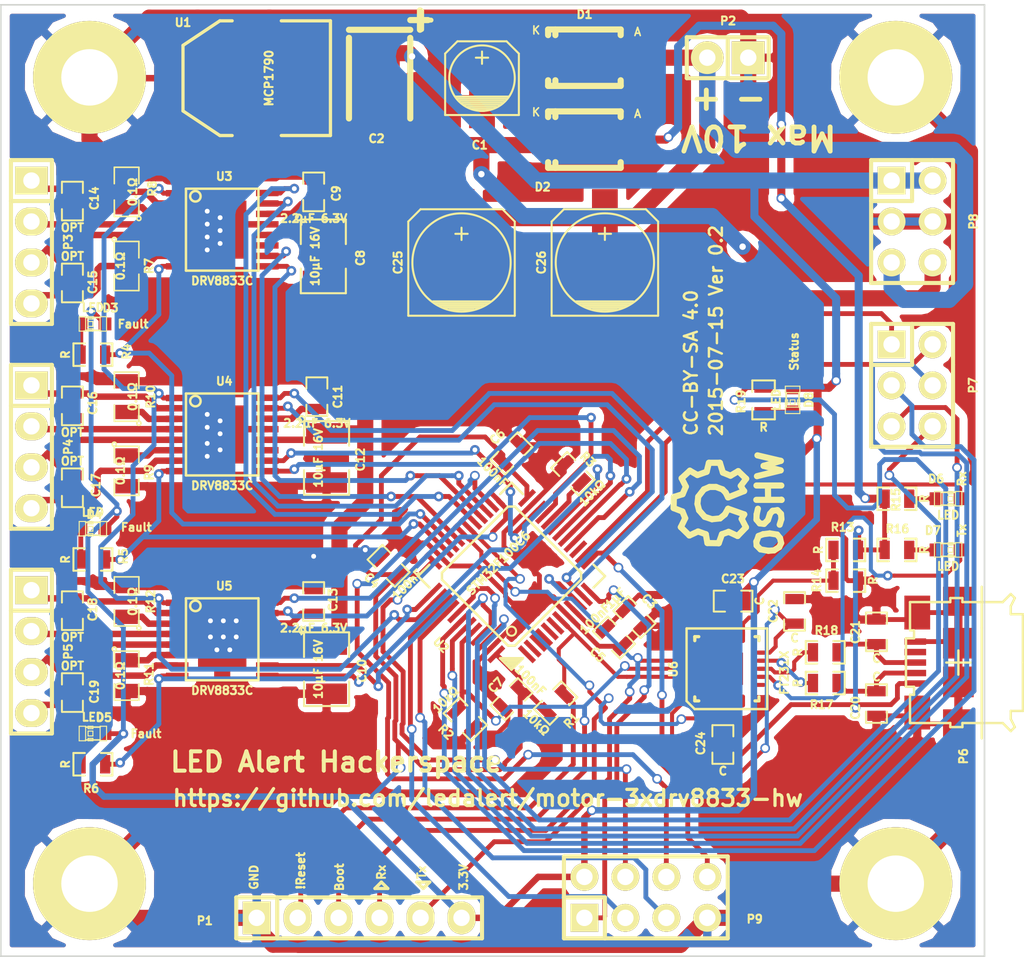
<source format=kicad_pcb>
(kicad_pcb (version 4) (host pcbnew "(2015-05-11 BZR 5650)-product")
  (layers (0 F.Cu signal) (31 B.Cu signal) (34 B.Paste user) (35 F.Paste user) (36 B.SilkS user) (37 F.SilkS user) (38 B.Mask user) (39 F.Mask user) (44 Edge.Cuts user))
  (net 0 "")
  (net 1 VDD)
  (net 2 GND)
  (net 3 VCC)
  (net 4 "Net-(C9-Pad1)")
  (net 5 "Net-(C11-Pad1)")
  (net 6 "Net-(C13-Pad1)")
  (net 7 /drv8833_1/AOUT1)
  (net 8 /drv8833_1/AOUT2)
  (net 9 /drv8833_1/BOUT1)
  (net 10 /drv8833_1/BOUT2)
  (net 11 /drv8833_2/AOUT1)
  (net 12 /drv8833_2/AOUT2)
  (net 13 /drv8833_2/BOUT1)
  (net 14 /drv8833_2/BOUT2)
  (net 15 /drv8833_3/AOUT1)
  (net 16 /drv8833_3/AOUT2)
  (net 17 /drv8833_3/BOUT1)
  (net 18 /drv8833_3/BOUT2)
  (net 19 /BOOT1)
  (net 20 /drv8833_1/FAULT_OUT)
  (net 21 /drv8833_2/FAULT_OUT)
  (net 22 /drv8833_3/FAULT_OUT)
  (net 23 "Net-(R7-Pad1)")
  (net 24 "Net-(R8-Pad1)")
  (net 25 "Net-(R9-Pad1)")
  (net 26 "Net-(R10-Pad1)")
  (net 27 "Net-(R11-Pad1)")
  (net 28 "Net-(R12-Pad1)")
  (net 29 /drv8833_3/BIN2)
  (net 30 /drv8833_3/AIN1)
  (net 31 /drv8833_3/AIN2)
  (net 32 /drv8833_1/AIN2)
  (net 33 /drv8833_1/BIN1)
  (net 34 /drv8833_1/AIN1)
  (net 35 /drv8833_1/BIN2)
  (net 36 /drv8833_1/SLEEP_IN)
  (net 37 /drv8833_2/AIN1)
  (net 38 /drv8833_2/AIN2)
  (net 39 /drv8833_3/BIN1)
  (net 40 /drv8833_2/BIN1)
  (net 41 /drv8833_2/BIN2)
  (net 42 "Net-(C20-Pad1)")
  (net 43 "Net-(C21-Pad1)")
  (net 44 "Net-(C22-Pad1)")
  (net 45 "/PC Interface/VBUS")
  (net 46 "Net-(D3-Pad2)")
  (net 47 "Net-(D4-Pad2)")
  (net 48 "Net-(D5-Pad2)")
  (net 49 "Net-(D6-Pad1)")
  (net 50 "Net-(D6-Pad2)")
  (net 51 "Net-(D7-Pad1)")
  (net 52 "Net-(D7-Pad2)")
  (net 53 "/PC Interface/RTS")
  (net 54 "/PC Interface/DTR")
  (net 55 "/PC Interface/RX")
  (net 56 "/PC Interface/TX")
  (net 57 "Net-(R13-Pad1)")
  (net 58 "Net-(R17-Pad1)")
  (net 59 "Net-(R18-Pad1)")
  (net 60 /VDD_INT)
  (net 61 /GPIO1)
  (net 62 "/ESP8266 PTH Connector/TXD")
  (net 63 /GPIO5)
  (net 64 /GPIO6)
  (net 65 /GPIO7)
  (net 66 /GPIO8)
  (net 67 "/ESP8266 PTH Connector/RXD")
  (net 68 "/ESP8266 PTH Connector/GPIO0")
  (net 69 "/ESP8266 PTH Connector/RST")
  (net 70 "/ESP8266 PTH Connector/GPIO2")
  (net 71 "/ESP8266 PTH Connector/CH_PD")
  (net 72 "Net-(D8-Pad2)")
  (net 73 /STATUS_LED)
  (module Capacitors_SMD:c_elec_4x5.3 (layer F.Cu) (at 116.84 82.55 90)
    (fp_text reference C1 (at -4.15 -0.14 180) (layer F.SilkS) (effects (font (size 0.5 0.5) (thickness 0.125))))
    (fp_text value "1µF 35V" hide)
    (pad 1 smd rect (at 1.80086 0 90) (size 2.60096 1.6002) (layers F.Cu F.Paste F.Mask) (net 60 /VDD_INT))
    (pad 2 smd rect (at -1.80086 0 90) (size 2.60096 1.6002) (layers F.Cu F.Paste F.Mask) (net 2 GND))
  )
  (module SMD_Packages:SMD-0603_c (layer F.Cu) (at 126.29 115.97 315)
    (fp_text reference C3 (at -0.042426 -1.329361 495) (layer F.SilkS) (effects (font (size 0.5 0.5) (thickness 0.125))))
    (fp_text value 1µF (at -1.651 0 405) (layer F.SilkS) (effects (font (size 0.5 0.5) (thickness 0.125))))
    (pad 1 smd rect (at -0.762 0 315) (size 0.635 1.143) (layers F.Cu F.Paste F.Mask) (net 3 VCC))
    (pad 2 smd rect (at 0.762 0 315) (size 0.635 1.143) (layers F.Cu F.Paste F.Mask) (net 2 GND))
  )
  (module SMD_Packages:SMD-0603_c (layer F.Cu) (at 111.05 112.795 135)
    (fp_text reference C4 (at 0.10253 -1.382394 315) (layer F.SilkS) (effects (font (size 0.5 0.5) (thickness 0.125))))
    (fp_text value 100nF (at -1.651 0 225) (layer F.SilkS) (effects (font (size 0.5 0.5) (thickness 0.125))))
    (pad 1 smd rect (at -0.762 0 135) (size 0.635 1.143) (layers F.Cu F.Paste F.Mask) (net 3 VCC))
    (pad 2 smd rect (at 0.762 0 135) (size 0.635 1.143) (layers F.Cu F.Paste F.Mask) (net 2 GND))
  )
  (module SMD_Packages:SMD-0603_c (layer F.Cu) (at 125.02 117.24 315)
    (fp_text reference C5 (at 0.028284 1.470782 495) (layer F.SilkS) (effects (font (size 0.5 0.5) (thickness 0.125))))
    (fp_text value 100nF (at -1.651 0 405) (layer F.SilkS) (effects (font (size 0.5 0.5) (thickness 0.125))))
    (pad 1 smd rect (at -0.762 0 315) (size 0.635 1.143) (layers F.Cu F.Paste F.Mask) (net 3 VCC))
    (pad 2 smd rect (at 0.762 0 315) (size 0.635 1.143) (layers F.Cu F.Paste F.Mask) (net 2 GND))
  )
  (module SMD_Packages:SMD-0603_c (layer F.Cu) (at 118.67 105.81 45)
    (fp_text reference C6 (at 0.098995 -1.329361 225) (layer F.SilkS) (effects (font (size 0.5 0.5) (thickness 0.125))))
    (fp_text value 100nF (at -1.651 0 135) (layer F.SilkS) (effects (font (size 0.5 0.5) (thickness 0.125))))
    (pad 1 smd rect (at -0.762 0 45) (size 0.635 1.143) (layers F.Cu F.Paste F.Mask) (net 3 VCC))
    (pad 2 smd rect (at 0.762 0 45) (size 0.635 1.143) (layers F.Cu F.Paste F.Mask) (net 2 GND))
  )
  (module SMD_Packages:SMD-0603_c (layer F.Cu) (at 118.67 121.05 225)
    (fp_text reference C7 (at 0.084853 1.286934 405) (layer F.SilkS) (effects (font (size 0.5 0.5) (thickness 0.125))))
    (fp_text value 100nF (at -1.651 0 315) (layer F.SilkS) (effects (font (size 0.5 0.5) (thickness 0.125))))
    (pad 1 smd rect (at -0.762 0 225) (size 0.635 1.143) (layers F.Cu F.Paste F.Mask) (net 3 VCC))
    (pad 2 smd rect (at 0.762 0 225) (size 0.635 1.143) (layers F.Cu F.Paste F.Mask) (net 2 GND))
  )
  (module SMD_Packages:SMD-1210 (layer F.Cu) (at 107 93.6 270)
    (fp_text reference C8 (at 0.1 -2.3 270) (layer F.SilkS) (effects (font (size 0.5 0.5) (thickness 0.125))))
    (fp_text value "10µF 16V" (at 0 0.508 270) (layer F.SilkS) (effects (font (size 0.5 0.5) (thickness 0.125))))
    (pad 1 smd rect (at -1.524 0 270) (size 1.27 2.54) (layers F.Cu F.Paste F.Mask) (net 1 VDD))
    (pad 2 smd rect (at 1.524 0 270) (size 1.27 2.54) (layers F.Cu F.Paste F.Mask) (net 2 GND))
  )
  (module SMD_Packages:SMD-0603_c (layer F.Cu) (at 106.4 89.6 90)
    (fp_text reference C9 (at -0.1 1.4 270) (layer F.SilkS) (effects (font (size 0.5 0.5) (thickness 0.125))))
    (fp_text value "2.2µF 6.3V" (at -1.651 0 180) (layer F.SilkS) (effects (font (size 0.5 0.5) (thickness 0.125))))
    (pad 1 smd rect (at -0.762 0 90) (size 0.635 1.143) (layers F.Cu F.Paste F.Mask) (net 4 "Net-(C9-Pad1)"))
    (pad 2 smd rect (at 0.762 0 90) (size 0.635 1.143) (layers F.Cu F.Paste F.Mask) (net 2 GND))
  )
  (module SMD_Packages:SMD-1210 (layer F.Cu) (at 107.2 119.2 270)
    (fp_text reference C10 (at 0.1 -2.2 270) (layer F.SilkS) (effects (font (size 0.5 0.5) (thickness 0.125))))
    (fp_text value "10µF 16V" (at 0 0.508 270) (layer F.SilkS) (effects (font (size 0.5 0.5) (thickness 0.125))))
    (pad 1 smd rect (at -1.524 0 270) (size 1.27 2.54) (layers F.Cu F.Paste F.Mask) (net 1 VDD))
    (pad 2 smd rect (at 1.524 0 270) (size 1.27 2.54) (layers F.Cu F.Paste F.Mask) (net 2 GND))
  )
  (module SMD_Packages:SMD-0603_c (layer F.Cu) (at 106.6 102.3 90)
    (fp_text reference C11 (at 0 1.3 270) (layer F.SilkS) (effects (font (size 0.5 0.5) (thickness 0.125))))
    (fp_text value "2.2µF 6.3V" (at -1.651 0 180) (layer F.SilkS) (effects (font (size 0.5 0.5) (thickness 0.125))))
    (pad 1 smd rect (at -0.762 0 90) (size 0.635 1.143) (layers F.Cu F.Paste F.Mask) (net 5 "Net-(C11-Pad1)"))
    (pad 2 smd rect (at 0.762 0 90) (size 0.635 1.143) (layers F.Cu F.Paste F.Mask) (net 2 GND))
  )
  (module SMD_Packages:SMD-1210 (layer F.Cu) (at 107.2 106.1 270)
    (fp_text reference C12 (at 0.1 -2.1 270) (layer F.SilkS) (effects (font (size 0.5 0.5) (thickness 0.125))))
    (fp_text value "10µF 16V" (at 0 0.508 270) (layer F.SilkS) (effects (font (size 0.5 0.5) (thickness 0.125))))
    (pad 1 smd rect (at -1.524 0 270) (size 1.27 2.54) (layers F.Cu F.Paste F.Mask) (net 1 VDD))
    (pad 2 smd rect (at 1.524 0 270) (size 1.27 2.54) (layers F.Cu F.Paste F.Mask) (net 2 GND))
  )
  (module SMD_Packages:SMD-0603_c (layer F.Cu) (at 106.4 115 90)
    (fp_text reference C13 (at 0.1 1.2 270) (layer F.SilkS) (effects (font (size 0.5 0.5) (thickness 0.125))))
    (fp_text value "2.2µF 6.3V" (at -1.651 0 180) (layer F.SilkS) (effects (font (size 0.5 0.5) (thickness 0.125))))
    (pad 1 smd rect (at -0.762 0 90) (size 0.635 1.143) (layers F.Cu F.Paste F.Mask) (net 6 "Net-(C13-Pad1)"))
    (pad 2 smd rect (at 0.762 0 90) (size 0.635 1.143) (layers F.Cu F.Paste F.Mask) (net 2 GND))
  )
  (module Pin_Headers:Pin_Header_Straight_1x06 (layer F.Cu) (at 109.22 134.62)
    (fp_text reference P1 (at -9.57 0.18) (layer F.SilkS) (effects (font (size 0.5 0.5) (thickness 0.125))))
    (fp_text value CONN_6 hide)
    (pad 1 thru_hole rect (at -6.35 0) (size 1.7272 2.032) (drill 1.016) (layers *.Cu *.Mask F.SilkS) (net 2 GND))
    (pad 2 thru_hole oval (at -3.81 0) (size 1.7272 2.032) (drill 1.016) (layers *.Cu *.Mask F.SilkS) (net 53 "/PC Interface/RTS"))
    (pad 3 thru_hole oval (at -1.27 0) (size 1.7272 2.032) (drill 1.016) (layers *.Cu *.Mask F.SilkS) (net 54 "/PC Interface/DTR"))
    (pad 4 thru_hole oval (at 1.27 0) (size 1.7272 2.032) (drill 1.016) (layers *.Cu *.Mask F.SilkS) (net 55 "/PC Interface/RX"))
    (pad 5 thru_hole oval (at 3.81 0) (size 1.7272 2.032) (drill 1.016) (layers *.Cu *.Mask F.SilkS) (net 56 "/PC Interface/TX"))
    (pad 6 thru_hole oval (at 6.35 0) (size 1.7272 2.032) (drill 1.016) (layers *.Cu *.Mask F.SilkS) (net 3 VCC))
  )
  (module Pin_Headers:Pin_Header_Straight_1x02 (layer F.Cu) (at 132.08 81.28 180)
    (fp_text reference P2 (at -0.02 2.28 180) (layer F.SilkS) (effects (font (size 0.5 0.5) (thickness 0.125))))
    (fp_text value CONN_2 hide)
    (pad 1 thru_hole rect (at -1.27 0 180) (size 2.032 2.032) (drill 1.016) (layers *.Cu *.Mask F.SilkS) (net 2 GND))
    (pad 2 thru_hole oval (at 1.27 0 180) (size 2.032 2.032) (drill 1.016) (layers *.Cu *.Mask F.SilkS) (net 1 VDD))
  )
  (module Pin_Headers:Pin_Header_Straight_1x04 (layer F.Cu) (at 88.9 92.71 270)
    (fp_text reference P3 (at 0 -2.286 270) (layer F.SilkS) (effects (font (size 0.5 0.5) (thickness 0.125))))
    (fp_text value CONN_4 hide)
    (pad 1 thru_hole rect (at -3.81 0 270) (size 1.7272 2.032) (drill 1.016) (layers *.Cu *.Mask F.SilkS) (net 7 /drv8833_1/AOUT1))
    (pad 2 thru_hole oval (at -1.27 0 270) (size 1.7272 2.032) (drill 1.016) (layers *.Cu *.Mask F.SilkS) (net 8 /drv8833_1/AOUT2))
    (pad 3 thru_hole oval (at 1.27 0 270) (size 1.7272 2.032) (drill 1.016) (layers *.Cu *.Mask F.SilkS) (net 10 /drv8833_1/BOUT2))
    (pad 4 thru_hole oval (at 3.81 0 270) (size 1.7272 2.032) (drill 1.016) (layers *.Cu *.Mask F.SilkS) (net 9 /drv8833_1/BOUT1))
  )
  (module Pin_Headers:Pin_Header_Straight_1x04 (layer F.Cu) (at 88.9 105.41 270)
    (fp_text reference P4 (at 0 -2.286 270) (layer F.SilkS) (effects (font (size 0.5 0.5) (thickness 0.125))))
    (fp_text value CONN_4 hide)
    (pad 1 thru_hole rect (at -3.81 0 270) (size 1.7272 2.032) (drill 1.016) (layers *.Cu *.Mask F.SilkS) (net 11 /drv8833_2/AOUT1))
    (pad 2 thru_hole oval (at -1.27 0 270) (size 1.7272 2.032) (drill 1.016) (layers *.Cu *.Mask F.SilkS) (net 12 /drv8833_2/AOUT2))
    (pad 3 thru_hole oval (at 1.27 0 270) (size 1.7272 2.032) (drill 1.016) (layers *.Cu *.Mask F.SilkS) (net 14 /drv8833_2/BOUT2))
    (pad 4 thru_hole oval (at 3.81 0 270) (size 1.7272 2.032) (drill 1.016) (layers *.Cu *.Mask F.SilkS) (net 13 /drv8833_2/BOUT1))
  )
  (module Pin_Headers:Pin_Header_Straight_1x04 (layer F.Cu) (at 88.9 118.11 270)
    (fp_text reference P5 (at 0 -2.286 270) (layer F.SilkS) (effects (font (size 0.5 0.5) (thickness 0.125))))
    (fp_text value CONN_4 hide)
    (pad 1 thru_hole rect (at -3.81 0 270) (size 1.7272 2.032) (drill 1.016) (layers *.Cu *.Mask F.SilkS) (net 15 /drv8833_3/AOUT1))
    (pad 2 thru_hole oval (at -1.27 0 270) (size 1.7272 2.032) (drill 1.016) (layers *.Cu *.Mask F.SilkS) (net 16 /drv8833_3/AOUT2))
    (pad 3 thru_hole oval (at 1.27 0 270) (size 1.7272 2.032) (drill 1.016) (layers *.Cu *.Mask F.SilkS) (net 18 /drv8833_3/BOUT2))
    (pad 4 thru_hole oval (at 3.81 0 270) (size 1.7272 2.032) (drill 1.016) (layers *.Cu *.Mask F.SilkS) (net 17 /drv8833_3/BOUT1))
  )
  (module SMD_Packages:SMD-0603_r (layer F.Cu) (at 121.4 121.3 45)
    (fp_text reference R1 (at -0.070711 1.484924 225) (layer F.SilkS) (effects (font (size 0.5 0.5) (thickness 0.125))))
    (fp_text value 10kΩ (at -1.69926 0 135) (layer F.SilkS) (effects (font (size 0.5 0.5) (thickness 0.125))))
    (pad 1 smd rect (at -0.762 0 45) (size 0.635 1.143) (layers F.Cu F.Paste F.Mask) (net 3 VCC))
    (pad 2 smd rect (at 0.762 0 45) (size 0.635 1.143) (layers F.Cu F.Paste F.Mask) (net 53 "/PC Interface/RTS"))
  )
  (module SMD_Packages:SMD-0603_r (layer F.Cu) (at 115.8 122.3 315)
    (fp_text reference R2 (at -0.282843 1.414214 495) (layer F.SilkS) (effects (font (size 0.5 0.5) (thickness 0.125))))
    (fp_text value 10kΩ (at -1.69926 0 405) (layer F.SilkS) (effects (font (size 0.5 0.5) (thickness 0.125))))
    (pad 1 smd rect (at -0.762 0 315) (size 0.635 1.143) (layers F.Cu F.Paste F.Mask) (net 54 "/PC Interface/DTR"))
    (pad 2 smd rect (at 0.762 0 315) (size 0.635 1.143) (layers F.Cu F.Paste F.Mask) (net 2 GND))
  )
  (module SMD_Packages:SMD-0603_r (layer F.Cu) (at 122.48 107.08 135)
    (fp_text reference R3 (at -0.028284 1.272792 315) (layer F.SilkS) (effects (font (size 0.5 0.5) (thickness 0.125))))
    (fp_text value 10kΩ (at -1.69926 0 225) (layer F.SilkS) (effects (font (size 0.5 0.5) (thickness 0.125))))
    (pad 1 smd rect (at -0.762 0 135) (size 0.635 1.143) (layers F.Cu F.Paste F.Mask) (net 19 /BOOT1))
    (pad 2 smd rect (at 0.762 0 135) (size 0.635 1.143) (layers F.Cu F.Paste F.Mask) (net 2 GND))
  )
  (module SMD_Packages:SMD-0603_r (layer F.Cu) (at 92.71 99.695)
    (fp_text reference R4 (at 2.09 -0.195 90) (layer F.SilkS) (effects (font (size 0.5 0.5) (thickness 0.125))))
    (fp_text value R (at -1.69926 0 90) (layer F.SilkS) (effects (font (size 0.5 0.5) (thickness 0.125))))
    (pad 1 smd rect (at -0.762 0) (size 0.635 1.143) (layers F.Cu F.Paste F.Mask) (net 46 "Net-(D3-Pad2)"))
    (pad 2 smd rect (at 0.762 0) (size 0.635 1.143) (layers F.Cu F.Paste F.Mask) (net 20 /drv8833_1/FAULT_OUT))
  )
  (module SMD_Packages:SMD-0603_r (layer F.Cu) (at 92.71 112.395)
    (fp_text reference R5 (at 1.89 -0.195 90) (layer F.SilkS) (effects (font (size 0.5 0.5) (thickness 0.125))))
    (fp_text value R (at -1.69926 0 90) (layer F.SilkS) (effects (font (size 0.5 0.5) (thickness 0.125))))
    (pad 1 smd rect (at -0.762 0) (size 0.635 1.143) (layers F.Cu F.Paste F.Mask) (net 47 "Net-(D4-Pad2)"))
    (pad 2 smd rect (at 0.762 0) (size 0.635 1.143) (layers F.Cu F.Paste F.Mask) (net 21 /drv8833_2/FAULT_OUT))
  )
  (module SMD_Packages:SMD-0603_r (layer F.Cu) (at 92.71 125.095)
    (fp_text reference R6 (at -0.11 1.505 180) (layer F.SilkS) (effects (font (size 0.5 0.5) (thickness 0.125))))
    (fp_text value R (at -1.69926 0 90) (layer F.SilkS) (effects (font (size 0.5 0.5) (thickness 0.125))))
    (pad 1 smd rect (at -0.762 0) (size 0.635 1.143) (layers F.Cu F.Paste F.Mask) (net 48 "Net-(D5-Pad2)"))
    (pad 2 smd rect (at 0.762 0) (size 0.635 1.143) (layers F.Cu F.Paste F.Mask) (net 22 /drv8833_3/FAULT_OUT))
  )
  (module SMD_Packages:SOT-223 (layer F.Cu) (at 102.87 82.55 90)
    (fp_text reference U1 (at 3.45 -4.57 180) (layer F.SilkS) (effects (font (size 0.5 0.5) (thickness 0.125))))
    (fp_text value MCP1790 (at 0 0.762 90) (layer F.SilkS) (effects (font (size 0.5 0.5) (thickness 0.125))))
    (pad 4 smd rect (at 0 -3.302 90) (size 3.6576 2.032) (layers F.Cu F.Paste F.Mask) (net 2 GND))
    (pad 2 smd rect (at 0 3.302 90) (size 1.016 2.032) (layers F.Cu F.Paste F.Mask) (net 2 GND))
    (pad 3 smd rect (at 2.286 3.302 90) (size 1.016 2.032) (layers F.Cu F.Paste F.Mask) (net 3 VCC))
    (pad 1 smd rect (at -2.286 3.302 90) (size 1.016 2.032) (layers F.Cu F.Paste F.Mask) (net 60 /VDD_INT))
  )
  (module Housings_QFP:lqfp-48 (layer F.Cu) (at 118.67 113.43 45)
    (fp_text reference U2 (at -6.109403 -0.070711 135) (layer F.SilkS) (effects (font (size 0.5 0.5) (thickness 0.125))))
    (fp_text value STM32F100C6 (at 0 -1.143 45) (layer F.SilkS) (effects (font (size 0.5 0.5) (thickness 0.125))))
    (pad 4 smd rect (at -1.24968 4.09956 45) (size 0.29972 1.30048) (layers F.Cu F.Paste F.Mask))
    (pad 5 smd rect (at -0.7493 4.09956 45) (size 0.29972 1.30048) (layers F.Cu F.Paste F.Mask))
    (pad 6 smd rect (at -0.24892 4.09956 45) (size 0.29972 1.30048) (layers F.Cu F.Paste F.Mask))
    (pad 7 smd rect (at 0.24892 4.09956 45) (size 0.29972 1.30048) (layers F.Cu F.Paste F.Mask) (net 53 "/PC Interface/RTS"))
    (pad 8 smd rect (at 0.7493 4.09956 45) (size 0.29972 1.30048) (layers F.Cu F.Paste F.Mask) (net 2 GND))
    (pad 1 smd rect (at -2.75082 4.09956 45) (size 0.29972 1.30048) (layers F.Cu F.Paste F.Mask))
    (pad 2 smd rect (at -2.25044 4.09956 45) (size 0.29972 1.30048) (layers F.Cu F.Paste F.Mask))
    (pad 3 smd rect (at -1.75006 4.09956 45) (size 0.29972 1.30048) (layers F.Cu F.Paste F.Mask))
    (pad 13 smd rect (at 4.09956 2.75082 45) (size 1.30048 0.29972) (layers F.Cu F.Paste F.Mask) (net 62 "/ESP8266 PTH Connector/TXD"))
    (pad 14 smd rect (at 4.09956 2.25044 45) (size 1.30048 0.29972) (layers F.Cu F.Paste F.Mask) (net 61 /GPIO1))
    (pad 15 smd rect (at 4.09956 1.75006 45) (size 1.30048 0.29972) (layers F.Cu F.Paste F.Mask))
    (pad 16 smd rect (at 4.09956 1.24968 45) (size 1.30048 0.29972) (layers F.Cu F.Paste F.Mask) (net 30 /drv8833_3/AIN1))
    (pad 17 smd rect (at 4.09956 0.7493 45) (size 1.30048 0.29972) (layers F.Cu F.Paste F.Mask) (net 31 /drv8833_3/AIN2))
    (pad 18 smd rect (at 4.09956 0.24892 45) (size 1.30048 0.29972) (layers F.Cu F.Paste F.Mask) (net 39 /drv8833_3/BIN1))
    (pad 19 smd rect (at 4.09956 -0.24892 45) (size 1.30048 0.29972) (layers F.Cu F.Paste F.Mask) (net 29 /drv8833_3/BIN2))
    (pad 20 smd rect (at 4.09956 -0.7493 45) (size 1.30048 0.29972) (layers F.Cu F.Paste F.Mask) (net 19 /BOOT1))
    (pad 25 smd rect (at 2.75082 -4.09956 45) (size 0.29972 1.30048) (layers F.Cu F.Paste F.Mask) (net 69 "/ESP8266 PTH Connector/RST"))
    (pad 26 smd rect (at 2.25044 -4.09956 45) (size 0.29972 1.30048) (layers F.Cu F.Paste F.Mask) (net 71 "/ESP8266 PTH Connector/CH_PD"))
    (pad 27 smd rect (at 1.75006 -4.09956 45) (size 0.29972 1.30048) (layers F.Cu F.Paste F.Mask) (net 32 /drv8833_1/AIN2))
    (pad 28 smd rect (at 1.24968 -4.09956 45) (size 0.29972 1.30048) (layers F.Cu F.Paste F.Mask) (net 33 /drv8833_1/BIN1))
    (pad 29 smd rect (at 0.7493 -4.09956 45) (size 0.29972 1.30048) (layers F.Cu F.Paste F.Mask) (net 34 /drv8833_1/AIN1))
    (pad 30 smd rect (at 0.24892 -4.09956 45) (size 0.29972 1.30048) (layers F.Cu F.Paste F.Mask) (net 55 "/PC Interface/RX"))
    (pad 31 smd rect (at -0.24892 -4.09956 45) (size 0.29972 1.30048) (layers F.Cu F.Paste F.Mask) (net 56 "/PC Interface/TX"))
    (pad 32 smd rect (at -0.7493 -4.09956 45) (size 0.29972 1.30048) (layers F.Cu F.Paste F.Mask) (net 35 /drv8833_1/BIN2))
    (pad 37 smd rect (at -4.09956 -2.75082 45) (size 1.30048 0.29972) (layers F.Cu F.Paste F.Mask) (net 22 /drv8833_3/FAULT_OUT))
    (pad 38 smd rect (at -4.09956 -2.25044 45) (size 1.30048 0.29972) (layers F.Cu F.Paste F.Mask) (net 36 /drv8833_1/SLEEP_IN))
    (pad 39 smd rect (at -4.09956 -1.75006 45) (size 1.30048 0.29972) (layers F.Cu F.Paste F.Mask) (net 68 "/ESP8266 PTH Connector/GPIO0"))
    (pad 40 smd rect (at -4.09956 -1.24968 45) (size 1.30048 0.29972) (layers F.Cu F.Paste F.Mask) (net 70 "/ESP8266 PTH Connector/GPIO2"))
    (pad 41 smd rect (at -4.09956 -0.7493 45) (size 1.30048 0.29972) (layers F.Cu F.Paste F.Mask) (net 73 /STATUS_LED))
    (pad 42 smd rect (at -4.09956 -0.24892 45) (size 1.30048 0.29972) (layers F.Cu F.Paste F.Mask) (net 63 /GPIO5))
    (pad 43 smd rect (at -4.09956 0.24892 45) (size 1.30048 0.29972) (layers F.Cu F.Paste F.Mask) (net 64 /GPIO6))
    (pad 44 smd rect (at -4.09956 0.7493 45) (size 1.30048 0.29972) (layers F.Cu F.Paste F.Mask) (net 54 "/PC Interface/DTR"))
    (pad 9 smd rect (at 1.24968 4.09956 45) (size 0.29972 1.30048) (layers F.Cu F.Paste F.Mask) (net 3 VCC))
    (pad 10 smd rect (at 1.75006 4.09956 45) (size 0.29972 1.30048) (layers F.Cu F.Paste F.Mask) (net 37 /drv8833_2/AIN1))
    (pad 11 smd rect (at 2.25044 4.09956 45) (size 0.29972 1.30048) (layers F.Cu F.Paste F.Mask) (net 38 /drv8833_2/AIN2))
    (pad 12 smd rect (at 2.75082 4.09956 45) (size 0.29972 1.30048) (layers F.Cu F.Paste F.Mask) (net 67 "/ESP8266 PTH Connector/RXD"))
    (pad 21 smd rect (at 4.09956 -1.24968 45) (size 1.30048 0.29972) (layers F.Cu F.Paste F.Mask) (net 40 /drv8833_2/BIN1))
    (pad 22 smd rect (at 4.09956 -1.75006 45) (size 1.30048 0.29972) (layers F.Cu F.Paste F.Mask) (net 41 /drv8833_2/BIN2))
    (pad 23 smd rect (at 4.09956 -2.25044 45) (size 1.30048 0.29972) (layers F.Cu F.Paste F.Mask) (net 2 GND))
    (pad 24 smd rect (at 4.09956 -2.75082 45) (size 1.30048 0.29972) (layers F.Cu F.Paste F.Mask) (net 3 VCC))
    (pad 33 smd rect (at -1.24968 -4.09956 45) (size 0.29972 1.30048) (layers F.Cu F.Paste F.Mask) (net 20 /drv8833_1/FAULT_OUT))
    (pad 34 smd rect (at -1.75006 -4.09956 45) (size 0.29972 1.30048) (layers F.Cu F.Paste F.Mask) (net 21 /drv8833_2/FAULT_OUT))
    (pad 35 smd rect (at -2.25044 -4.09956 45) (size 0.29972 1.30048) (layers F.Cu F.Paste F.Mask) (net 2 GND))
    (pad 36 smd rect (at -2.75082 -4.09956 45) (size 0.29972 1.30048) (layers F.Cu F.Paste F.Mask) (net 3 VCC))
    (pad 45 smd rect (at -4.09956 1.24968 45) (size 1.30048 0.29972) (layers F.Cu F.Paste F.Mask) (net 65 /GPIO7))
    (pad 46 smd rect (at -4.09956 1.75006 45) (size 1.30048 0.29972) (layers F.Cu F.Paste F.Mask) (net 66 /GPIO8))
    (pad 47 smd rect (at -4.09956 2.25044 45) (size 1.30048 0.29972) (layers F.Cu F.Paste F.Mask) (net 2 GND))
    (pad 48 smd rect (at -4.09956 2.75082 45) (size 1.30048 0.29972) (layers F.Cu F.Paste F.Mask) (net 3 VCC))
  )
  (module "Housings_SSOP:SSOP-16(EP)" (layer F.Cu) (at 100.73 91.945 270)
    (fp_text reference U3 (at -3.302 -0.127 360) (layer F.SilkS) (effects (font (size 0.5 0.5) (thickness 0.125))))
    (fp_text value DRV8833C (at 3.175 0 360) (layer F.SilkS) (effects (font (size 0.5 0.5) (thickness 0.125))))
    (pad 1 smd rect (at -2.2606 2.794 270) (size 0.4 1.4) (layers F.Cu F.Paste F.Mask) (net 36 /drv8833_1/SLEEP_IN))
    (pad 2 smd rect (at -1.6256 2.794 270) (size 0.4 1.4) (layers F.Cu F.Paste F.Mask) (net 7 /drv8833_1/AOUT1))
    (pad 3 smd rect (at -0.9652 2.794 270) (size 0.4 1.4) (layers F.Cu F.Paste F.Mask) (net 24 "Net-(R8-Pad1)"))
    (pad 4 smd rect (at -0.3302 2.794 270) (size 0.4 1.4) (layers F.Cu F.Paste F.Mask) (net 8 /drv8833_1/AOUT2))
    (pad 5 smd rect (at 0.3302 2.794 270) (size 0.4 1.4) (layers F.Cu F.Paste F.Mask) (net 10 /drv8833_1/BOUT2))
    (pad 6 smd rect (at 0.9779 2.794 270) (size 0.4 1.4) (layers F.Cu F.Paste F.Mask) (net 23 "Net-(R7-Pad1)"))
    (pad 7 smd rect (at 1.6256 2.794 270) (size 0.4 1.4) (layers F.Cu F.Paste F.Mask) (net 9 /drv8833_1/BOUT1))
    (pad 8 smd rect (at 2.2733 2.794 270) (size 0.4 1.4) (layers F.Cu F.Paste F.Mask) (net 20 /drv8833_1/FAULT_OUT))
    (pad 9 smd rect (at 2.2733 -2.794 270) (size 0.4 1.4) (layers F.Cu F.Paste F.Mask) (net 33 /drv8833_1/BIN1))
    (pad 10 smd rect (at 1.6256 -2.794 270) (size 0.4 1.4) (layers F.Cu F.Paste F.Mask) (net 35 /drv8833_1/BIN2))
    (pad 11 smd rect (at 0.9779 -2.794 270) (size 0.4 1.4) (layers F.Cu F.Paste F.Mask))
    (pad 12 smd rect (at 0.3302 -2.794 270) (size 0.4 1.4) (layers F.Cu F.Paste F.Mask) (net 1 VDD))
    (pad 13 smd rect (at -0.3302 -2.794 270) (size 0.4 1.4) (layers F.Cu F.Paste F.Mask) (net 2 GND))
    (pad 14 smd rect (at -0.9779 -2.794 270) (size 0.4 1.4) (layers F.Cu F.Paste F.Mask) (net 4 "Net-(C9-Pad1)"))
    (pad 15 smd rect (at -1.6256 -2.794 270) (size 0.4 1.4) (layers F.Cu F.Paste F.Mask) (net 32 /drv8833_1/AIN2))
    (pad 16 smd rect (at -2.2733 -2.794 270) (size 0.4 1.4) (layers F.Cu F.Paste F.Mask) (net 34 /drv8833_1/AIN1))
    (pad 17 smd rect (at 0 0 270) (size 3.6 3) (layers F.Cu F.Paste F.Mask) (net 2 GND))
  )
  (module "Housings_SSOP:SSOP-16(EP)" (layer F.Cu) (at 100.73 104.645 270)
    (fp_text reference U4 (at -3.302 -0.127 360) (layer F.SilkS) (effects (font (size 0.5 0.5) (thickness 0.125))))
    (fp_text value DRV8833C (at 3.175 0 360) (layer F.SilkS) (effects (font (size 0.5 0.5) (thickness 0.125))))
    (pad 1 smd rect (at -2.2606 2.794 270) (size 0.4 1.4) (layers F.Cu F.Paste F.Mask) (net 36 /drv8833_1/SLEEP_IN))
    (pad 2 smd rect (at -1.6256 2.794 270) (size 0.4 1.4) (layers F.Cu F.Paste F.Mask) (net 11 /drv8833_2/AOUT1))
    (pad 3 smd rect (at -0.9652 2.794 270) (size 0.4 1.4) (layers F.Cu F.Paste F.Mask) (net 26 "Net-(R10-Pad1)"))
    (pad 4 smd rect (at -0.3302 2.794 270) (size 0.4 1.4) (layers F.Cu F.Paste F.Mask) (net 12 /drv8833_2/AOUT2))
    (pad 5 smd rect (at 0.3302 2.794 270) (size 0.4 1.4) (layers F.Cu F.Paste F.Mask) (net 14 /drv8833_2/BOUT2))
    (pad 6 smd rect (at 0.9779 2.794 270) (size 0.4 1.4) (layers F.Cu F.Paste F.Mask) (net 25 "Net-(R9-Pad1)"))
    (pad 7 smd rect (at 1.6256 2.794 270) (size 0.4 1.4) (layers F.Cu F.Paste F.Mask) (net 13 /drv8833_2/BOUT1))
    (pad 8 smd rect (at 2.2733 2.794 270) (size 0.4 1.4) (layers F.Cu F.Paste F.Mask) (net 21 /drv8833_2/FAULT_OUT))
    (pad 9 smd rect (at 2.2733 -2.794 270) (size 0.4 1.4) (layers F.Cu F.Paste F.Mask) (net 40 /drv8833_2/BIN1))
    (pad 10 smd rect (at 1.6256 -2.794 270) (size 0.4 1.4) (layers F.Cu F.Paste F.Mask) (net 41 /drv8833_2/BIN2))
    (pad 11 smd rect (at 0.9779 -2.794 270) (size 0.4 1.4) (layers F.Cu F.Paste F.Mask))
    (pad 12 smd rect (at 0.3302 -2.794 270) (size 0.4 1.4) (layers F.Cu F.Paste F.Mask) (net 1 VDD))
    (pad 13 smd rect (at -0.3302 -2.794 270) (size 0.4 1.4) (layers F.Cu F.Paste F.Mask) (net 2 GND))
    (pad 14 smd rect (at -0.9779 -2.794 270) (size 0.4 1.4) (layers F.Cu F.Paste F.Mask) (net 5 "Net-(C11-Pad1)"))
    (pad 15 smd rect (at -1.6256 -2.794 270) (size 0.4 1.4) (layers F.Cu F.Paste F.Mask) (net 38 /drv8833_2/AIN2))
    (pad 16 smd rect (at -2.2733 -2.794 270) (size 0.4 1.4) (layers F.Cu F.Paste F.Mask) (net 37 /drv8833_2/AIN1))
    (pad 17 smd rect (at 0 0 270) (size 3.6 3) (layers F.Cu F.Paste F.Mask) (net 2 GND))
  )
  (module "Housings_SSOP:SSOP-16(EP)" (layer F.Cu) (at 100.73 117.345 270)
    (fp_text reference U5 (at -3.302 -0.127 360) (layer F.SilkS) (effects (font (size 0.5 0.5) (thickness 0.125))))
    (fp_text value DRV8833C (at 3.175 0 360) (layer F.SilkS) (effects (font (size 0.5 0.5) (thickness 0.125))))
    (pad 1 smd rect (at -2.2606 2.794 270) (size 0.4 1.4) (layers F.Cu F.Paste F.Mask) (net 36 /drv8833_1/SLEEP_IN))
    (pad 2 smd rect (at -1.6256 2.794 270) (size 0.4 1.4) (layers F.Cu F.Paste F.Mask) (net 15 /drv8833_3/AOUT1))
    (pad 3 smd rect (at -0.9652 2.794 270) (size 0.4 1.4) (layers F.Cu F.Paste F.Mask) (net 28 "Net-(R12-Pad1)"))
    (pad 4 smd rect (at -0.3302 2.794 270) (size 0.4 1.4) (layers F.Cu F.Paste F.Mask) (net 16 /drv8833_3/AOUT2))
    (pad 5 smd rect (at 0.3302 2.794 270) (size 0.4 1.4) (layers F.Cu F.Paste F.Mask) (net 18 /drv8833_3/BOUT2))
    (pad 6 smd rect (at 0.9779 2.794 270) (size 0.4 1.4) (layers F.Cu F.Paste F.Mask) (net 27 "Net-(R11-Pad1)"))
    (pad 7 smd rect (at 1.6256 2.794 270) (size 0.4 1.4) (layers F.Cu F.Paste F.Mask) (net 17 /drv8833_3/BOUT1))
    (pad 8 smd rect (at 2.2733 2.794 270) (size 0.4 1.4) (layers F.Cu F.Paste F.Mask) (net 22 /drv8833_3/FAULT_OUT))
    (pad 9 smd rect (at 2.2733 -2.794 270) (size 0.4 1.4) (layers F.Cu F.Paste F.Mask) (net 39 /drv8833_3/BIN1))
    (pad 10 smd rect (at 1.6256 -2.794 270) (size 0.4 1.4) (layers F.Cu F.Paste F.Mask) (net 29 /drv8833_3/BIN2))
    (pad 11 smd rect (at 0.9779 -2.794 270) (size 0.4 1.4) (layers F.Cu F.Paste F.Mask))
    (pad 12 smd rect (at 0.3302 -2.794 270) (size 0.4 1.4) (layers F.Cu F.Paste F.Mask) (net 1 VDD))
    (pad 13 smd rect (at -0.3302 -2.794 270) (size 0.4 1.4) (layers F.Cu F.Paste F.Mask) (net 2 GND))
    (pad 14 smd rect (at -0.9779 -2.794 270) (size 0.4 1.4) (layers F.Cu F.Paste F.Mask) (net 6 "Net-(C13-Pad1)"))
    (pad 15 smd rect (at -1.6256 -2.794 270) (size 0.4 1.4) (layers F.Cu F.Paste F.Mask) (net 31 /drv8833_3/AIN2))
    (pad 16 smd rect (at -2.2733 -2.794 270) (size 0.4 1.4) (layers F.Cu F.Paste F.Mask) (net 30 /drv8833_3/AIN1))
    (pad 17 smd rect (at 0 0 270) (size 3.6 3) (layers F.Cu F.Paste F.Mask) (net 2 GND))
  )
  (module SMD_Packages:SMD-0603_c (layer F.Cu) (at 91.44 90.17 90)
    (fp_text reference C14 (at 0.17 1.36 270) (layer F.SilkS) (effects (font (size 0.5 0.5) (thickness 0.125))))
    (fp_text value OPT (at -1.651 0 180) (layer F.SilkS) (effects (font (size 0.5 0.5) (thickness 0.125))))
    (pad 1 smd rect (at -0.762 0 90) (size 0.635 1.143) (layers F.Cu F.Paste F.Mask) (net 8 /drv8833_1/AOUT2))
    (pad 2 smd rect (at 0.762 0 90) (size 0.635 1.143) (layers F.Cu F.Paste F.Mask) (net 7 /drv8833_1/AOUT1))
  )
  (module SMD_Packages:SMD-0603_c (layer F.Cu) (at 91.44 95.25 270)
    (fp_text reference C15 (at -0.05 -1.26 450) (layer F.SilkS) (effects (font (size 0.5 0.5) (thickness 0.125))))
    (fp_text value OPT (at -1.651 0 360) (layer F.SilkS) (effects (font (size 0.5 0.5) (thickness 0.125))))
    (pad 1 smd rect (at -0.762 0 270) (size 0.635 1.143) (layers F.Cu F.Paste F.Mask) (net 10 /drv8833_1/BOUT2))
    (pad 2 smd rect (at 0.762 0 270) (size 0.635 1.143) (layers F.Cu F.Paste F.Mask) (net 9 /drv8833_1/BOUT1))
  )
  (module SMD_Packages:SMD-0603_c (layer F.Cu) (at 91.44 102.87 90)
    (fp_text reference C16 (at 0.17 1.26 270) (layer F.SilkS) (effects (font (size 0.5 0.5) (thickness 0.125))))
    (fp_text value OPT (at -1.651 0 180) (layer F.SilkS) (effects (font (size 0.5 0.5) (thickness 0.125))))
    (pad 1 smd rect (at -0.762 0 90) (size 0.635 1.143) (layers F.Cu F.Paste F.Mask) (net 12 /drv8833_2/AOUT2))
    (pad 2 smd rect (at 0.762 0 90) (size 0.635 1.143) (layers F.Cu F.Paste F.Mask) (net 11 /drv8833_2/AOUT1))
  )
  (module SMD_Packages:SMD-0603_c (layer F.Cu) (at 91.44 107.95 270)
    (fp_text reference C17 (at -0.15 -1.46 450) (layer F.SilkS) (effects (font (size 0.5 0.5) (thickness 0.125))))
    (fp_text value OPT (at -1.651 0 360) (layer F.SilkS) (effects (font (size 0.5 0.5) (thickness 0.125))))
    (pad 1 smd rect (at -0.762 0 270) (size 0.635 1.143) (layers F.Cu F.Paste F.Mask) (net 14 /drv8833_2/BOUT2))
    (pad 2 smd rect (at 0.762 0 270) (size 0.635 1.143) (layers F.Cu F.Paste F.Mask) (net 13 /drv8833_2/BOUT1))
  )
  (module SMD_Packages:SMD-0603_c (layer F.Cu) (at 91.44 115.57 90)
    (fp_text reference C18 (at 0.07 1.26 270) (layer F.SilkS) (effects (font (size 0.5 0.5) (thickness 0.125))))
    (fp_text value OPT (at -1.651 0 180) (layer F.SilkS) (effects (font (size 0.5 0.5) (thickness 0.125))))
    (pad 1 smd rect (at -0.762 0 90) (size 0.635 1.143) (layers F.Cu F.Paste F.Mask) (net 16 /drv8833_3/AOUT2))
    (pad 2 smd rect (at 0.762 0 90) (size 0.635 1.143) (layers F.Cu F.Paste F.Mask) (net 15 /drv8833_3/AOUT1))
  )
  (module SMD_Packages:SMD-0603_c (layer F.Cu) (at 91.44 120.65 270)
    (fp_text reference C19 (at -0.05 -1.36 450) (layer F.SilkS) (effects (font (size 0.5 0.5) (thickness 0.125))))
    (fp_text value OPT (at -1.651 0 360) (layer F.SilkS) (effects (font (size 0.5 0.5) (thickness 0.125))))
    (pad 1 smd rect (at -0.762 0 270) (size 0.635 1.143) (layers F.Cu F.Paste F.Mask) (net 18 /drv8833_3/BOUT2))
    (pad 2 smd rect (at 0.762 0 270) (size 0.635 1.143) (layers F.Cu F.Paste F.Mask) (net 17 /drv8833_3/BOUT1))
  )
  (module SMD_Packages:SMD-0603_c (layer F.Cu) (at 141.300837 121.329214 270)
    (fp_text reference C20 (at 0.270786 1.300837 450) (layer F.SilkS) (effects (font (size 0.5 0.5) (thickness 0.125))))
    (fp_text value C (at -1.651 0 360) (layer F.SilkS) (effects (font (size 0.5 0.5) (thickness 0.125))))
    (pad 1 smd rect (at -0.762 0 270) (size 0.635 1.143) (layers F.Cu F.Paste F.Mask) (net 42 "Net-(C20-Pad1)"))
    (pad 2 smd rect (at 0.762 0 270) (size 0.635 1.143) (layers F.Cu F.Paste F.Mask) (net 2 GND))
  )
  (module SMD_Packages:SMD-0603_c (layer F.Cu) (at 141.300837 116.884213 90)
    (fp_text reference C21 (at -0.015787 -1.300837 270) (layer F.SilkS) (effects (font (size 0.5 0.5) (thickness 0.125))))
    (fp_text value C (at -1.651 0 180) (layer F.SilkS) (effects (font (size 0.5 0.5) (thickness 0.125))))
    (pad 1 smd rect (at -0.762 0 90) (size 0.635 1.143) (layers F.Cu F.Paste F.Mask) (net 43 "Net-(C21-Pad1)"))
    (pad 2 smd rect (at 0.762 0 90) (size 0.635 1.143) (layers F.Cu F.Paste F.Mask) (net 2 GND))
  )
  (module SMD_Packages:SMD-0603_c (layer F.Cu) (at 136.220837 115.614214 90)
    (fp_text reference C22 (at 0.014214 -1.320837 270) (layer F.SilkS) (effects (font (size 0.5 0.5) (thickness 0.125))))
    (fp_text value C (at -1.651 0 180) (layer F.SilkS) (effects (font (size 0.5 0.5) (thickness 0.125))))
    (pad 1 smd rect (at -0.762 0 90) (size 0.635 1.143) (layers F.Cu F.Paste F.Mask) (net 44 "Net-(C22-Pad1)"))
    (pad 2 smd rect (at 0.762 0 90) (size 0.635 1.143) (layers F.Cu F.Paste F.Mask) (net 2 GND))
  )
  (module SMD_Packages:SMD-0603_c (layer F.Cu) (at 132.410837 114.979213 180)
    (fp_text reference C23 (at 0.010837 1.379213 360) (layer F.SilkS) (effects (font (size 0.5 0.5) (thickness 0.125))))
    (fp_text value C (at -1.651 0 270) (layer F.SilkS) (effects (font (size 0.5 0.5) (thickness 0.125))))
    (pad 1 smd rect (at -0.762 0 180) (size 0.635 1.143) (layers F.Cu F.Paste F.Mask) (net 3 VCC))
    (pad 2 smd rect (at 0.762 0 180) (size 0.635 1.143) (layers F.Cu F.Paste F.Mask) (net 2 GND))
  )
  (module SMD_Packages:SMD-0603_c (layer F.Cu) (at 131.775837 123.869214 90)
    (fp_text reference C24 (at 0.069214 -1.375837 270) (layer F.SilkS) (effects (font (size 0.5 0.5) (thickness 0.125))))
    (fp_text value C (at -1.651 0 180) (layer F.SilkS) (effects (font (size 0.5 0.5) (thickness 0.125))))
    (pad 1 smd rect (at -0.762 0 90) (size 0.635 1.143) (layers F.Cu F.Paste F.Mask) (net 45 "/PC Interface/VBUS"))
    (pad 2 smd rect (at 0.762 0 90) (size 0.635 1.143) (layers F.Cu F.Paste F.Mask) (net 2 GND))
  )
  (module Diodes_SMD:Diode-SMA_Standard (layer F.Cu) (at 123.19 81.28 180)
    (fp_text reference D1 (at -0.01 2.68 180) (layer F.SilkS) (effects (font (size 0.5 0.5) (thickness 0.125))))
    (fp_text value DIODESCH hide)
    (fp_text user A (at -3.29946 1.6002 180) (layer F.SilkS) (effects (font (size 0.50038 0.50038) (thickness 0.09906))))
    (fp_text user K (at 2.99974 1.69926 180) (layer F.SilkS) (effects (font (size 0.50038 0.50038) (thickness 0.09906))))
    (pad 1 smd rect (at -1.99898 0 180) (size 2.49936 1.80086) (layers F.Cu F.Paste F.Mask) (net 1 VDD))
    (pad 2 smd rect (at 1.99898 0 180) (size 2.49936 1.80086) (layers F.Cu F.Paste F.Mask) (net 60 /VDD_INT))
  )
  (module Diodes_SMD:Diode-SMA_Standard (layer F.Cu) (at 123.19 86.36 180)
    (fp_text reference D2 (at 2.59 -2.94 360) (layer F.SilkS) (effects (font (size 0.5 0.5) (thickness 0.125))))
    (fp_text value DIODESCH hide)
    (fp_text user A (at -3.29946 1.6002 180) (layer F.SilkS) (effects (font (size 0.50038 0.50038) (thickness 0.09906))))
    (fp_text user K (at 2.99974 1.69926 180) (layer F.SilkS) (effects (font (size 0.50038 0.50038) (thickness 0.09906))))
    (pad 1 smd rect (at -1.99898 0 180) (size 2.49936 1.80086) (layers F.Cu F.Paste F.Mask) (net 45 "/PC Interface/VBUS"))
    (pad 2 smd rect (at 1.99898 0 180) (size 2.49936 1.80086) (layers F.Cu F.Paste F.Mask) (net 60 /VDD_INT))
  )
  (module LEDs:LED-0603 (layer F.Cu) (at 92.71 97.79 180)
    (fp_text reference D3 (at -1.09 0.99 360) (layer F.SilkS) (effects (font (size 0.5 0.5) (thickness 0.125))))
    (fp_text value LED (at 0 1.016 180) (layer F.SilkS) (effects (font (size 0.5 0.5) (thickness 0.125))))
    (pad 1 smd rect (at -0.7493 0 180) (size 0.79756 0.79756) (layers F.Cu F.Paste F.Mask) (net 3 VCC))
    (pad 2 smd rect (at 0.7493 0 180) (size 0.79756 0.79756) (layers F.Cu F.Paste F.Mask) (net 46 "Net-(D3-Pad2)"))
  )
  (module LEDs:LED-0603 (layer F.Cu) (at 92.71 110.49 180)
    (fp_text reference D4 (at -0.09 0.89 360) (layer F.SilkS) (effects (font (size 0.5 0.5) (thickness 0.125))))
    (fp_text value LED (at 0 1.016 180) (layer F.SilkS) (effects (font (size 0.5 0.5) (thickness 0.125))))
    (pad 1 smd rect (at -0.7493 0 180) (size 0.79756 0.79756) (layers F.Cu F.Paste F.Mask) (net 3 VCC))
    (pad 2 smd rect (at 0.7493 0 180) (size 0.79756 0.79756) (layers F.Cu F.Paste F.Mask) (net 47 "Net-(D4-Pad2)"))
  )
  (module LEDs:LED-0603 (layer F.Cu) (at 92.71 123.19 180)
    (fp_text reference D5 (at -0.69 0.99 360) (layer F.SilkS) (effects (font (size 0.5 0.5) (thickness 0.125))))
    (fp_text value LED (at 0 1.016 180) (layer F.SilkS) (effects (font (size 0.5 0.5) (thickness 0.125))))
    (pad 1 smd rect (at -0.7493 0 180) (size 0.79756 0.79756) (layers F.Cu F.Paste F.Mask) (net 3 VCC))
    (pad 2 smd rect (at 0.7493 0 180) (size 0.79756 0.79756) (layers F.Cu F.Paste F.Mask) (net 48 "Net-(D5-Pad2)"))
  )
  (module LEDs:LED-0603 (layer F.Cu) (at 145.745837 108.629213)
    (fp_text reference D6 (at -0.745837 -1.229213) (layer F.SilkS) (effects (font (size 0.5 0.5) (thickness 0.125))))
    (fp_text value LED (at 0 1.016) (layer F.SilkS) (effects (font (size 0.5 0.5) (thickness 0.125))))
    (pad 1 smd rect (at -0.7493 0) (size 0.79756 0.79756) (layers F.Cu F.Paste F.Mask) (net 49 "Net-(D6-Pad1)"))
    (pad 2 smd rect (at 0.7493 0) (size 0.79756 0.79756) (layers F.Cu F.Paste F.Mask) (net 50 "Net-(D6-Pad2)"))
  )
  (module LEDs:LED-0603 (layer F.Cu) (at 145.745837 111.804213)
    (fp_text reference D7 (at -0.945837 -1.204213) (layer F.SilkS) (effects (font (size 0.5 0.5) (thickness 0.125))))
    (fp_text value LED (at 0 1.016) (layer F.SilkS) (effects (font (size 0.5 0.5) (thickness 0.125))))
    (pad 1 smd rect (at -0.7493 0) (size 0.79756 0.79756) (layers F.Cu F.Paste F.Mask) (net 51 "Net-(D7-Pad1)"))
    (pad 2 smd rect (at 0.7493 0) (size 0.79756 0.79756) (layers F.Cu F.Paste F.Mask) (net 52 "Net-(D7-Pad2)"))
  )
  (module SMD_Packages:SMD-0603_r (layer F.Cu) (at 139.395837 111.804213)
    (fp_text reference R13 (at -0.195837 -1.404213 180) (layer F.SilkS) (effects (font (size 0.5 0.5) (thickness 0.125))))
    (fp_text value R (at -1.69926 0 90) (layer F.SilkS) (effects (font (size 0.5 0.5) (thickness 0.125))))
    (pad 1 smd rect (at -0.762 0) (size 0.635 1.143) (layers F.Cu F.Paste F.Mask) (net 57 "Net-(R13-Pad1)"))
    (pad 2 smd rect (at 0.762 0) (size 0.635 1.143) (layers F.Cu F.Paste F.Mask) (net 45 "/PC Interface/VBUS"))
  )
  (module SMD_Packages:SMD-0603_r (layer F.Cu) (at 139.395837 113.709214 180)
    (fp_text reference R14 (at 1.795837 0.009214 270) (layer F.SilkS) (effects (font (size 0.5 0.5) (thickness 0.125))))
    (fp_text value R (at -1.69926 0 270) (layer F.SilkS) (effects (font (size 0.5 0.5) (thickness 0.125))))
    (pad 1 smd rect (at -0.762 0 180) (size 0.635 1.143) (layers F.Cu F.Paste F.Mask) (net 2 GND))
    (pad 2 smd rect (at 0.762 0 180) (size 0.635 1.143) (layers F.Cu F.Paste F.Mask) (net 57 "Net-(R13-Pad1)"))
  )
  (module SMD_Packages:SMD-0603_r (layer F.Cu) (at 142.570837 108.629213 180)
    (fp_text reference R15 (at 0.0635 -0.0635 270) (layer F.SilkS) (effects (font (size 0.5 0.5) (thickness 0.125))))
    (fp_text value R (at -1.69926 0 270) (layer F.SilkS) (effects (font (size 0.5 0.5) (thickness 0.125))))
    (pad 1 smd rect (at -0.762 0 180) (size 0.635 1.143) (layers F.Cu F.Paste F.Mask) (net 49 "Net-(D6-Pad1)"))
    (pad 2 smd rect (at 0.762 0 180) (size 0.635 1.143) (layers F.Cu F.Paste F.Mask) (net 45 "/PC Interface/VBUS"))
  )
  (module SMD_Packages:SMD-0603_r (layer F.Cu) (at 142.570837 111.804213 180)
    (fp_text reference R16 (at -0.029163 1.304213 180) (layer F.SilkS) (effects (font (size 0.5 0.5) (thickness 0.125))))
    (fp_text value R (at -1.69926 0 270) (layer F.SilkS) (effects (font (size 0.5 0.5) (thickness 0.125))))
    (pad 1 smd rect (at -0.762 0 180) (size 0.635 1.143) (layers F.Cu F.Paste F.Mask) (net 51 "Net-(D7-Pad1)"))
    (pad 2 smd rect (at 0.762 0 180) (size 0.635 1.143) (layers F.Cu F.Paste F.Mask) (net 45 "/PC Interface/VBUS"))
  )
  (module SMD_Packages:SMD-0603_r (layer F.Cu) (at 138.125837 120.059213)
    (fp_text reference R17 (at -0.225837 1.340787 180) (layer F.SilkS) (effects (font (size 0.5 0.5) (thickness 0.125))))
    (fp_text value R (at -1.69926 0 90) (layer F.SilkS) (effects (font (size 0.5 0.5) (thickness 0.125))))
    (pad 1 smd rect (at -0.762 0) (size 0.635 1.143) (layers F.Cu F.Paste F.Mask) (net 58 "Net-(R17-Pad1)"))
    (pad 2 smd rect (at 0.762 0) (size 0.635 1.143) (layers F.Cu F.Paste F.Mask) (net 42 "Net-(C20-Pad1)"))
  )
  (module SMD_Packages:SMD-0603_r (layer F.Cu) (at 138.125837 118.154214)
    (fp_text reference R18 (at 0.074163 -1.354214 180) (layer F.SilkS) (effects (font (size 0.5 0.5) (thickness 0.125))))
    (fp_text value R (at -1.69926 0 90) (layer F.SilkS) (effects (font (size 0.5 0.5) (thickness 0.125))))
    (pad 1 smd rect (at -0.762 0) (size 0.635 1.143) (layers F.Cu F.Paste F.Mask) (net 59 "Net-(R18-Pad1)"))
    (pad 2 smd rect (at 0.762 0) (size 0.635 1.143) (layers F.Cu F.Paste F.Mask) (net 43 "Net-(C21-Pad1)"))
  )
  (module qfn20:QFN_20-1EP (layer F.Cu) (at 131.775837 119.424214 90)
    (fp_text reference U6 (at 0.224214 -3.075837 90) (layer F.SilkS) (effects (font (size 0.5 0.5) (thickness 0.125))))
    (fp_text value FT231X (at 0 3.81 90) (layer F.SilkS) (effects (font (size 0.5 0.5) (thickness 0.125))))
    (pad 21 smd rect (at 0.25 0.25) (size 2 2) (layers F.Cu F.Paste F.Mask) (net 2 GND))
    (pad 1 smd oval (at -1.74898 -0.74968 90) (size 0.8001 0.24892) (layers F.Cu F.Paste F.Mask) (net 55 "/PC Interface/RX"))
    (pad 2 smd oval (at -1.74898 -0.2493 90) (size 0.8001 0.24892) (layers F.Cu F.Paste F.Mask))
    (pad 3 smd oval (at -1.74898 0.25108 90) (size 0.8001 0.24892) (layers F.Cu F.Paste F.Mask) (net 2 GND))
    (pad 4 smd oval (at -1.74898 0.74892 90) (size 0.8001 0.24892) (layers F.Cu F.Paste F.Mask))
    (pad 5 smd oval (at -1.74898 1.2493 90) (size 0.8001 0.24892) (layers F.Cu F.Paste F.Mask))
    (pad 6 smd oval (at -0.75 2.25 180) (size 0.8001 0.24892) (layers F.Cu F.Paste F.Mask))
    (pad 7 smd oval (at -0.25 2.25 180) (size 0.8001 0.24892) (layers F.Cu F.Paste F.Mask) (net 52 "Net-(D7-Pad2)"))
    (pad 8 smd oval (at 0.25 2.25 180) (size 0.8001 0.24892) (layers F.Cu F.Paste F.Mask) (net 59 "Net-(R18-Pad1)"))
    (pad 9 smd oval (at 0.75 2.25 180) (size 0.8001 0.24892) (layers F.Cu F.Paste F.Mask) (net 58 "Net-(R17-Pad1)"))
    (pad 10 smd oval (at 1.25 2.25 180) (size 0.8001 0.24892) (layers F.Cu F.Paste F.Mask) (net 44 "Net-(C22-Pad1)"))
    (pad 11 smd oval (at 2.25 1.25 270) (size 0.8001 0.24892) (layers F.Cu F.Paste F.Mask) (net 57 "Net-(R13-Pad1)"))
    (pad 12 smd oval (at 2.25 0.75 270) (size 0.8001 0.24892) (layers F.Cu F.Paste F.Mask) (net 3 VCC))
    (pad 13 smd oval (at 2.25 0.25 270) (size 0.8001 0.24892) (layers F.Cu F.Paste F.Mask) (net 2 GND))
    (pad 14 smd oval (at 2.25 -0.25 270) (size 0.8001 0.24892) (layers F.Cu F.Paste F.Mask) (net 50 "Net-(D6-Pad2)"))
    (pad 15 smd oval (at 2.25 -0.75 270) (size 0.8001 0.24892) (layers F.Cu F.Paste F.Mask))
    (pad 16 smd oval (at 1.2493 -1.74898) (size 0.8001 0.24892) (layers F.Cu F.Paste F.Mask))
    (pad 17 smd oval (at 0.74892 -1.74898) (size 0.8001 0.24892) (layers F.Cu F.Paste F.Mask) (net 56 "/PC Interface/TX"))
    (pad 18 smd oval (at 0.25108 -1.74898) (size 0.8001 0.24892) (layers F.Cu F.Paste F.Mask) (net 54 "/PC Interface/DTR"))
    (pad 19 smd oval (at -0.2493 -1.74898) (size 0.8001 0.24892) (layers F.Cu F.Paste F.Mask) (net 53 "/PC Interface/RTS"))
    (pad 20 smd oval (at -0.74968 -1.74898) (size 0.8001 0.24892) (layers F.Cu F.Paste F.Mask) (net 44 "Net-(C22-Pad1)"))
  )
  (module "micro_usb_b:USB MICRO B" (layer F.Cu) (at 146.380837 118.789214 90)
    (fp_text reference P6 (at -5.810786 0.319163 90) (layer F.SilkS) (effects (font (size 0.5 0.5) (thickness 0.125))))
    (fp_text value USB_Micro_B)
    (pad S smd rect (at -3.1 -2.55 90) (size 2.1 1.6) (layers F.Cu F.Paste F.Mask) (net 2 GND))
    (pad S smd rect (at 3.1 -2.55 90) (size 2.1 1.6) (layers F.Cu F.Paste F.Mask) (net 2 GND))
    (pad S smd rect (at -3.8 0 90) (size 1.8 1.9) (layers F.Cu F.Paste F.Mask) (net 2 GND))
    (pad S smd rect (at -1.2 0 90) (size 1.9 1.9) (layers F.Cu F.Paste F.Mask) (net 2 GND))
    (pad S smd rect (at 1.2 0 90) (size 1.9 1.9) (layers F.Cu F.Paste F.Mask) (net 2 GND))
    (pad S smd rect (at 3.8 0 90) (size 1.8 1.9) (layers F.Cu F.Paste F.Mask) (net 2 GND))
    (pad 2 smd rect (at -0.65 -2.675 90) (size 0.4 1.35) (layers F.Cu F.Paste F.Mask) (net 42 "Net-(C20-Pad1)"))
    (pad 3 smd rect (at 0 -2.675 90) (size 0.4 1.35) (layers F.Cu F.Paste F.Mask) (net 43 "Net-(C21-Pad1)"))
    (pad 4 smd rect (at 0.65 -2.675 90) (size 0.4 1.35) (layers F.Cu F.Paste F.Mask))
    (pad 1 smd rect (at -1.3 -2.675 90) (size 0.4 1.35) (layers F.Cu F.Paste F.Mask) (net 45 "/PC Interface/VBUS"))
    (pad 5 smd rect (at 1.3 -2.675 90) (size 0.4 1.35) (layers F.Cu F.Paste F.Mask) (net 2 GND))
  )
  (module Capacitors_Tantalum_SMD:TantalC_SizeB_EIA-3528_Reflow (layer F.Cu) (at 110.49 82.55 270)
    (fp_text reference C2 (at 3.75 0.19 360) (layer F.SilkS) (effects (font (size 0.5 0.5) (thickness 0.125))))
    (fp_text value "1µF 6.3V" hide)
    (fp_text user + (at -3.59918 -2.49936 270) (layer F.SilkS) (effects (font (thickness 0.3048))))
    (pad 2 smd rect (at 1.5494 0 270) (size 1.95072 2.49936) (layers F.Cu F.Paste F.Mask) (net 2 GND))
    (pad 1 smd rect (at -1.5494 0 270) (size 1.95072 2.49936) (layers F.Cu F.Paste F.Mask) (net 3 VCC))
  )
  (module SMD_Packages:SMD-0805 (layer F.Cu) (at 94.8 94.2 270)
    (fp_text reference R7 (at 0 -1.4 270) (layer F.SilkS) (effects (font (size 0.5 0.5) (thickness 0.125))))
    (fp_text value 0.1Ω (at 0 0.381 270) (layer F.SilkS) (effects (font (size 0.5 0.5) (thickness 0.125))))
    (pad 1 smd rect (at -0.9525 0 270) (size 0.889 1.397) (layers F.Cu F.Paste F.Mask) (net 23 "Net-(R7-Pad1)"))
    (pad 2 smd rect (at 0.9525 0 270) (size 0.889 1.397) (layers F.Cu F.Paste F.Mask) (net 2 GND))
  )
  (module SMD_Packages:SMD-0805 (layer F.Cu) (at 94.8 89.6 90)
    (fp_text reference R8 (at 0.2 1.6 90) (layer F.SilkS) (effects (font (size 0.5 0.5) (thickness 0.125))))
    (fp_text value 0.1Ω (at 0 0.381 90) (layer F.SilkS) (effects (font (size 0.5 0.5) (thickness 0.125))))
    (pad 1 smd rect (at -0.9525 0 90) (size 0.889 1.397) (layers F.Cu F.Paste F.Mask) (net 24 "Net-(R8-Pad1)"))
    (pad 2 smd rect (at 0.9525 0 90) (size 0.889 1.397) (layers F.Cu F.Paste F.Mask) (net 2 GND))
  )
  (module SMD_Packages:SMD-0805 (layer F.Cu) (at 94.8 106.9 270)
    (fp_text reference R9 (at 0.1 -1.4 270) (layer F.SilkS) (effects (font (size 0.5 0.5) (thickness 0.125))))
    (fp_text value 0.1Ω (at 0 0.381 270) (layer F.SilkS) (effects (font (size 0.5 0.5) (thickness 0.125))))
    (pad 1 smd rect (at -0.9525 0 270) (size 0.889 1.397) (layers F.Cu F.Paste F.Mask) (net 25 "Net-(R9-Pad1)"))
    (pad 2 smd rect (at 0.9525 0 270) (size 0.889 1.397) (layers F.Cu F.Paste F.Mask) (net 2 GND))
  )
  (module SMD_Packages:SMD-0805 (layer F.Cu) (at 94.8 102.3 90)
    (fp_text reference R10 (at 0 1.5 90) (layer F.SilkS) (effects (font (size 0.5 0.5) (thickness 0.125))))
    (fp_text value 0.1Ω (at 0 0.381 90) (layer F.SilkS) (effects (font (size 0.5 0.5) (thickness 0.125))))
    (pad 1 smd rect (at -0.9525 0 90) (size 0.889 1.397) (layers F.Cu F.Paste F.Mask) (net 26 "Net-(R10-Pad1)"))
    (pad 2 smd rect (at 0.9525 0 90) (size 0.889 1.397) (layers F.Cu F.Paste F.Mask) (net 2 GND))
  )
  (module SMD_Packages:SMD-0805 (layer F.Cu) (at 94.8 119.6 270)
    (fp_text reference R11 (at -0.1 -1.4 270) (layer F.SilkS) (effects (font (size 0.5 0.5) (thickness 0.125))))
    (fp_text value 0.1Ω (at 0 0.381 270) (layer F.SilkS) (effects (font (size 0.5 0.5) (thickness 0.125))))
    (pad 1 smd rect (at -0.9525 0 270) (size 0.889 1.397) (layers F.Cu F.Paste F.Mask) (net 27 "Net-(R11-Pad1)"))
    (pad 2 smd rect (at 0.9525 0 270) (size 0.889 1.397) (layers F.Cu F.Paste F.Mask) (net 2 GND))
  )
  (module SMD_Packages:SMD-0805 (layer F.Cu) (at 94.8 115 90)
    (fp_text reference R12 (at 0 1.5 90) (layer F.SilkS) (effects (font (size 0.5 0.5) (thickness 0.125))))
    (fp_text value 0.1Ω (at 0 0.381 90) (layer F.SilkS) (effects (font (size 0.5 0.5) (thickness 0.125))))
    (pad 1 smd rect (at -0.9525 0 90) (size 0.889 1.397) (layers F.Cu F.Paste F.Mask) (net 28 "Net-(R12-Pad1)"))
    (pad 2 smd rect (at 0.9525 0 90) (size 0.889 1.397) (layers F.Cu F.Paste F.Mask) (net 2 GND))
  )
  (module Capacitors_SMD:c_elec_6.3x7.7 (layer F.Cu) (at 115.57 93.98 90)
    (fp_text reference C25 (at 0 -3.937 90) (layer F.SilkS) (effects (font (size 0.5 0.5) (thickness 0.125))))
    (fp_text value "220µF 16V" hide)
    (pad 1 smd rect (at 2.75082 0 90) (size 3.59918 1.6002) (layers F.Cu F.Paste F.Mask) (net 1 VDD))
    (pad 2 smd rect (at -2.75082 0 90) (size 3.59918 1.6002) (layers F.Cu F.Paste F.Mask) (net 2 GND))
  )
  (module Capacitors_SMD:c_elec_6.3x7.7 (layer F.Cu) (at 124.46 93.98 90)
    (fp_text reference C26 (at 0 -3.937 90) (layer F.SilkS) (effects (font (size 0.5 0.5) (thickness 0.125))))
    (fp_text value "220µF 16V" hide)
    (pad 1 smd rect (at 2.75082 0 90) (size 3.59918 1.6002) (layers F.Cu F.Paste F.Mask) (net 1 VDD))
    (pad 2 smd rect (at -2.75082 0 90) (size 3.59918 1.6002) (layers F.Cu F.Paste F.Mask) (net 2 GND))
  )
  (module Pin_Headers:Pin_Header_Straight_2x03 (layer F.Cu) (at 143.51 101.6 270)
    (fp_text reference P7 (at 0 -3.79 270) (layer F.SilkS) (effects (font (size 0.5 0.5) (thickness 0.125))))
    (fp_text value CONN_3X2 hide)
    (pad 1 thru_hole rect (at -2.54 1.27 270) (size 1.7272 1.7272) (drill 1.016) (layers *.Cu *.Mask F.SilkS) (net 61 /GPIO1))
    (pad 2 thru_hole oval (at -2.54 -1.27 270) (size 1.7272 1.7272) (drill 1.016) (layers *.Cu *.Mask F.SilkS) (net 62 "/ESP8266 PTH Connector/TXD"))
    (pad 3 thru_hole oval (at 0 1.27 270) (size 1.7272 1.7272) (drill 1.016) (layers *.Cu *.Mask F.SilkS) (net 63 /GPIO5))
    (pad 4 thru_hole oval (at 0 -1.27 270) (size 1.7272 1.7272) (drill 1.016) (layers *.Cu *.Mask F.SilkS) (net 64 /GPIO6))
    (pad 5 thru_hole oval (at 2.54 1.27 270) (size 1.7272 1.7272) (drill 1.016) (layers *.Cu *.Mask F.SilkS) (net 65 /GPIO7))
    (pad 6 thru_hole oval (at 2.54 -1.27 270) (size 1.7272 1.7272) (drill 1.016) (layers *.Cu *.Mask F.SilkS) (net 66 /GPIO8))
  )
  (module Pin_Headers:Pin_Header_Straight_2x03 (layer F.Cu) (at 143.51 91.44 270)
    (fp_text reference P8 (at 0 -3.81 270) (layer F.SilkS) (effects (font (size 0.5 0.5) (thickness 0.125))))
    (fp_text value CONN_3X2 hide)
    (pad 1 thru_hole rect (at -2.54 1.27 270) (size 1.7272 1.7272) (drill 1.016) (layers *.Cu *.Mask F.SilkS) (net 3 VCC))
    (pad 2 thru_hole oval (at -2.54 -1.27 270) (size 1.7272 1.7272) (drill 1.016) (layers *.Cu *.Mask F.SilkS) (net 3 VCC))
    (pad 3 thru_hole oval (at 0 1.27 270) (size 1.7272 1.7272) (drill 1.016) (layers *.Cu *.Mask F.SilkS) (net 2 GND))
    (pad 4 thru_hole oval (at 0 -1.27 270) (size 1.7272 1.7272) (drill 1.016) (layers *.Cu *.Mask F.SilkS) (net 2 GND))
    (pad 5 thru_hole oval (at 2.54 1.27 270) (size 1.7272 1.7272) (drill 1.016) (layers *.Cu *.Mask F.SilkS) (net 1 VDD))
    (pad 6 thru_hole oval (at 2.54 -1.27 270) (size 1.7272 1.7272) (drill 1.016) (layers *.Cu *.Mask F.SilkS) (net 60 /VDD_INT))
  )
  (module Pin_Headers:Pin_Header_Straight_2x04 (layer F.Cu) (at 127 133.35)
    (fp_text reference P9 (at 6.75 1.35) (layer F.SilkS) (effects (font (size 0.5 0.5) (thickness 0.125))))
    (fp_text value CONN_4X2 hide)
    (pad 1 thru_hole rect (at -3.81 1.27) (size 1.7272 1.7272) (drill 1.016) (layers *.Cu *.Mask F.SilkS) (net 67 "/ESP8266 PTH Connector/RXD"))
    (pad 2 thru_hole oval (at -3.81 -1.27) (size 1.7272 1.7272) (drill 1.016) (layers *.Cu *.Mask F.SilkS) (net 3 VCC))
    (pad 3 thru_hole oval (at -1.27 1.27) (size 1.7272 1.7272) (drill 1.016) (layers *.Cu *.Mask F.SilkS) (net 68 "/ESP8266 PTH Connector/GPIO0"))
    (pad 4 thru_hole oval (at -1.27 -1.27) (size 1.7272 1.7272) (drill 1.016) (layers *.Cu *.Mask F.SilkS) (net 69 "/ESP8266 PTH Connector/RST"))
    (pad 5 thru_hole oval (at 1.27 1.27) (size 1.7272 1.7272) (drill 1.016) (layers *.Cu *.Mask F.SilkS) (net 70 "/ESP8266 PTH Connector/GPIO2"))
    (pad 6 thru_hole oval (at 1.27 -1.27) (size 1.7272 1.7272) (drill 1.016) (layers *.Cu *.Mask F.SilkS) (net 71 "/ESP8266 PTH Connector/CH_PD"))
    (pad 7 thru_hole oval (at 3.81 1.27) (size 1.7272 1.7272) (drill 1.016) (layers *.Cu *.Mask F.SilkS) (net 2 GND))
    (pad 8 thru_hole oval (at 3.81 -1.27) (size 1.7272 1.7272) (drill 1.016) (layers *.Cu *.Mask F.SilkS) (net 62 "/ESP8266 PTH Connector/TXD"))
  )
  (module Pin_Headers:Pin_Header_Straight_1x01 (layer F.Cu) (at 92.5 82.5)
    (fp_text reference H1 (at 0 -2.286) (layer F.SilkS) (effects (font (size 0.5 0.5) (thickness 0.125))))
    (fp_text value CONN_1 hide)
    (pad 1 thru_hole circle (at 0 0) (size 7 7) (drill 3.5) (layers *.Cu *.Mask F.SilkS) (net 2 GND))
  )
  (module Pin_Headers:Pin_Header_Straight_1x01 (layer F.Cu) (at 142.5 82.5)
    (fp_text reference H2 (at 0 -2.286) (layer F.SilkS) (effects (font (size 0.5 0.5) (thickness 0.125))))
    (fp_text value CONN_1 hide)
    (pad 1 thru_hole circle (at 0 0) (size 7 7) (drill 3.5) (layers *.Cu *.Mask F.SilkS) (net 2 GND))
  )
  (module Pin_Headers:Pin_Header_Straight_1x01 (layer F.Cu) (at 142.5 132.5)
    (fp_text reference H3 (at 0 -2.286) (layer F.SilkS) (effects (font (size 0.5 0.5) (thickness 0.125))))
    (fp_text value CONN_1 hide)
    (pad 1 thru_hole circle (at 0 0) (size 7 7) (drill 3.5) (layers *.Cu *.Mask F.SilkS) (net 2 GND))
  )
  (module Pin_Headers:Pin_Header_Straight_1x01 (layer F.Cu) (at 92.5 132.5)
    (fp_text reference H4 (at 0 -2.286) (layer F.SilkS) (effects (font (size 0.5 0.5) (thickness 0.125))))
    (fp_text value CONN_1 hide)
    (pad 1 thru_hole circle (at 0 0) (size 7 7) (drill 3.5) (layers *.Cu *.Mask F.SilkS) (net 2 GND))
  )
  (module Symbols:Symbol_OSHW-Logo_SilkScreen (layer F.Cu) (at 131.2 108.9 90)
    (fp_text reference SYM hide)
    (fp_text value Symbol_OSHW-Logo_SilkScreen_07Jul2012 hide)
  )
  (module LEDs:LED-0603 (layer F.Cu) (at 136.1 102.5 270)
    (fp_text reference D8 (at 0 -1.016 270) (layer F.SilkS) (effects (font (size 0.5 0.5) (thickness 0.125))))
    (fp_text value LED (at 0 1.016 270) (layer F.SilkS) (effects (font (size 0.5 0.5) (thickness 0.125))))
    (pad 1 smd rect (at -0.7493 0 270) (size 0.79756 0.79756) (layers F.Cu F.Paste F.Mask) (net 3 VCC))
    (pad 2 smd rect (at 0.7493 0 270) (size 0.79756 0.79756) (layers F.Cu F.Paste F.Mask) (net 72 "Net-(D8-Pad2)"))
  )
  (module SMD_Packages:SMD-0603_r (layer F.Cu) (at 134.3 102.5 90)
    (fp_text reference R19 (at -0.1 -1.4 270) (layer F.SilkS) (effects (font (size 0.5 0.5) (thickness 0.125))))
    (fp_text value R (at -1.69926 0 180) (layer F.SilkS) (effects (font (size 0.5 0.5) (thickness 0.125))))
    (pad 1 smd rect (at -0.762 0 90) (size 0.635 1.143) (layers F.Cu F.Paste F.Mask) (net 72 "Net-(D8-Pad2)"))
    (pad 2 smd rect (at 0.762 0 90) (size 0.635 1.143) (layers F.Cu F.Paste F.Mask) (net 73 /STATUS_LED))
  )
  (gr_text Fault (at 96 123.2) (layer F.SilkS) (effects (font (size 0.5 0.5) (thickness 0.125))))
  (gr_text Fault (at 95.4 110.4) (layer F.SilkS) (effects (font (size 0.5 0.5) (thickness 0.125))))
  (gr_text Fault (at 95.2 97.8) (layer F.SilkS) (effects (font (size 0.5 0.5) (thickness 0.125))))
  (gr_text "Max 10V" (at 134 86.25 180) (layer F.SilkS) (effects (font (size 1.5 1.5) (thickness 0.3))))
  (gr_text - (at 133.5 83.75) (layer F.SilkS) (effects (font (size 1.5 1.5) (thickness 0.3))))
  (gr_text + (at 130.75 83.75) (layer F.SilkS) (effects (font (size 1.5 1.5) (thickness 0.3))))
  (gr_text Status (at 136.2 99.5 90) (layer F.SilkS) (effects (font (size 0.5 0.5) (thickness 0.125))))
  (gr_text Tx (at 146.6 110.6 90) (layer F.SilkS) (effects (font (size 0.5 0.5) (thickness 0.125))))
  (gr_text Rx (at 146.6 107.4 90) (layer F.SilkS) (effects (font (size 0.5 0.5) (thickness 0.125))))
  (gr_line (start 113.2 132.8) (end 112.8 132.4) (angle 90) (layer F.SilkS) (width 0.2))
  (gr_line (start 113.6 132.4) (end 113.2 132.8) (angle 90) (layer F.SilkS) (width 0.2))
  (gr_line (start 112.8 132.4) (end 113.6 132.4) (angle 90) (layer F.SilkS) (width 0.2))
  (gr_line (start 111 132.8) (end 110.6 132.4) (angle 90) (layer F.SilkS) (width 0.2))
  (gr_line (start 110.2 132.8) (end 111 132.8) (angle 90) (layer F.SilkS) (width 0.2))
  (gr_line (start 110.6 132.4) (end 110.2 132.8) (angle 90) (layer F.SilkS) (width 0.2))
  (gr_text 3.3V (at 115.7 132.1 90) (layer F.SilkS) (effects (font (size 0.5 0.5) (thickness 0.125))))
  (gr_text Tx (at 113.1 131.8 90) (layer F.SilkS) (effects (font (size 0.5 0.5) (thickness 0.125))))
  (gr_text Rx (at 110.6 131.8 90) (layer F.SilkS) (effects (font (size 0.5 0.5) (thickness 0.125))))
  (gr_text Boot (at 108 132.1 90) (layer F.SilkS) (effects (font (size 0.5 0.5) (thickness 0.125))))
  (gr_text !Reset (at 105.6 131.7 90) (layer F.SilkS) (effects (font (size 0.5 0.5) (thickness 0.125))))
  (gr_text GND (at 102.7 132.1 90) (layer F.SilkS) (effects (font (size 0.5 0.5) (thickness 0.125))))
  (gr_text "CC-BY-SA 4.0" (at 129.8 100.2 90) (layer F.SilkS) (effects (font (size 0.8 0.8))))
  (gr_text "2015-07-15 Ver 0.2" (at 131.35 98.2 90) (layer F.SilkS) (effects (font (size 0.8 0.8))))
  (gr_text https://github.com/ledalert/motor-3xdrv8833-hw (at 117.2 127.2) (layer F.SilkS) (effects (font (size 1 1) (thickness 0.2))))
  (gr_text "LED Alert Hackerspace" (at 107.8 124.95) (layer F.SilkS) (effects (font (size 1.2 1.2) (thickness 0.25))))
  (gr_line (start 87 78) (end 87 137) (angle 90) (layer Edge.Cuts) (width 0.1))
  (gr_line (start 148 78) (end 87 78) (angle 90) (layer Edge.Cuts) (width 0.1))
  (gr_line (start 148 137) (end 148 78) (angle 90) (layer Edge.Cuts) (width 0.1))
  (gr_line (start 87 137) (end 148 137) (angle 90) (layer Edge.Cuts) (width 0.1))
  (segment (start 132.6 87) (end 130.81 85.21) (width 1) (layer B.Cu) (net 1))
  (segment (start 130.81 85.21) (end 130.81 81.28) (width 1) (layer B.Cu) (net 1))
  (segment (start 146.1 87) (end 132.6 87) (width 1) (layer B.Cu) (net 1))
  (segment (start 146.8 87.7) (end 146.1 87) (width 1) (layer B.Cu) (net 1))
  (segment (start 146.8 95.3) (end 146.8 87.7) (width 1) (layer B.Cu) (net 1))
  (segment (start 145.8 96.3) (end 146.8 95.3) (width 1) (layer B.Cu) (net 1))
  (segment (start 143 96.3) (end 145.8 96.3) (width 1) (layer B.Cu) (net 1))
  (segment (start 142.24 95.54) (end 143 96.3) (width 1) (layer B.Cu) (net 1))
  (segment (start 142.24 93.98) (end 142.24 95.54) (width 1) (layer B.Cu) (net 1))
  (segment (start 125.18898 81.28) (end 130.81 81.28) (width 1) (layer F.Cu) (net 1))
  (segment (start 124.46 91.22918) (end 126.2601 91.22918) (width 1) (layer F.Cu) (net 1))
  (segment (start 126.2601 91.22918) (end 130.81 86.67928) (width 1) (layer F.Cu) (net 1))
  (segment (start 130.81 86.67928) (end 130.81 82.71684) (width 1) (layer F.Cu) (net 1))
  (segment (start 130.81 82.71684) (end 130.81 81.28) (width 1) (layer F.Cu) (net 1))
  (segment (start 115.57 91.22918) (end 124.46 91.22918) (width 1) (layer F.Cu) (net 1))
  (segment (start 115.57 91.22918) (end 110.77682 91.22918) (width 1) (layer F.Cu) (net 1))
  (segment (start 110.77682 91.22918) (end 109.6 92.406) (width 1) (layer F.Cu) (net 1))
  (segment (start 109.6 104.446) (end 109.59999 104.44601) (width 1) (layer F.Cu) (net 1))
  (segment (start 109.59999 108.80001) (end 108 110.4) (width 1) (layer F.Cu) (net 1))
  (segment (start 108 116.876) (end 107.2 117.676) (width 1) (layer F.Cu) (net 1))
  (segment (start 109.59999 104.44601) (end 109.59999 108.80001) (width 1) (layer F.Cu) (net 1))
  (segment (start 108 110.4) (end 108 116.876) (width 1) (layer F.Cu) (net 1))
  (segment (start 103.524 117.6752) (end 107.1992 117.6752) (width 0.4) (layer F.Cu) (net 1))
  (segment (start 107.1992 117.6752) (end 107.2 117.676) (width 0.4) (layer F.Cu) (net 1))
  (segment (start 109.6 92.406) (end 109.6 101.24865) (width 1) (layer F.Cu) (net 1))
  (segment (start 109.6 101.24865) (end 109.6 104.446) (width 1) (layer F.Cu) (net 1))
  (segment (start 107 92.076) (end 109.27 92.076) (width 1) (layer F.Cu) (net 1))
  (segment (start 109.27 92.076) (end 109.6 92.406) (width 1) (layer F.Cu) (net 1))
  (segment (start 109.6 104.446) (end 109.47 104.576) (width 1) (layer F.Cu) (net 1))
  (segment (start 109.47 104.576) (end 107.2 104.576) (width 1) (layer F.Cu) (net 1))
  (segment (start 106.8008 104.9752) (end 107 104.776) (width 0.4) (layer F.Cu) (net 1))
  (segment (start 103.524 104.9752) (end 106.8008 104.9752) (width 0.4) (layer F.Cu) (net 1))
  (segment (start 103.524 92.2752) (end 106.8008 92.2752) (width 0.4) (layer F.Cu) (net 1))
  (segment (start 106.8008 92.2752) (end 107 92.076) (width 0.4) (layer F.Cu) (net 1))
  (segment (start 100.8 117.2) (end 100.8 117.6) (width 0.3) (layer B.Cu) (net 2))
  (segment (start 101.2 118) (end 100.73 117.53) (width 0.3) (layer F.Cu) (net 2))
  (via (at 101.2 118) (size 0.6) (drill 0.3) (layers F.Cu B.Cu) (net 2))
  (segment (start 100.8 117.6) (end 101.2 118) (width 0.3) (layer B.Cu) (net 2))
  (segment (start 100.73 117.53) (end 100.73 117.345) (width 0.3) (layer F.Cu) (net 2))
  (segment (start 100 117.2) (end 100 117.6) (width 0.3) (layer B.Cu) (net 2))
  (segment (start 100.4 118) (end 100.73 117.67) (width 0.3) (layer F.Cu) (net 2))
  (via (at 100.4 118) (size 0.6) (drill 0.3) (layers F.Cu B.Cu) (net 2))
  (segment (start 100 117.6) (end 100.4 118) (width 0.3) (layer B.Cu) (net 2))
  (segment (start 100.73 117.67) (end 100.73 117.345) (width 0.3) (layer F.Cu) (net 2))
  (segment (start 100 116.2) (end 100 117.2) (width 0.3) (layer B.Cu) (net 2))
  (segment (start 100 117.2) (end 100.145 117.345) (width 0.3) (layer F.Cu) (net 2))
  (via (at 100 117.2) (size 0.6) (drill 0.3) (layers F.Cu B.Cu) (net 2))
  (segment (start 100.145 117.345) (end 100.73 117.345) (width 0.3) (layer F.Cu) (net 2))
  (segment (start 100.8 116.2) (end 100.8 117.2) (width 0.3) (layer B.Cu) (net 2))
  (segment (start 100.8 117.2) (end 100.73 117.27) (width 0.3) (layer F.Cu) (net 2))
  (via (at 100.8 117.2) (size 0.6) (drill 0.3) (layers F.Cu B.Cu) (net 2))
  (segment (start 100.73 117.27) (end 100.73 117.345) (width 0.3) (layer F.Cu) (net 2))
  (segment (start 101.6 116.2) (end 101.6 117.2) (width 0.3) (layer B.Cu) (net 2))
  (segment (start 101.6 117.2) (end 101.455 117.345) (width 0.3) (layer F.Cu) (net 2))
  (via (at 101.6 117.2) (size 0.6) (drill 0.3) (layers F.Cu B.Cu) (net 2))
  (segment (start 101.455 117.345) (end 100.73 117.345) (width 0.3) (layer F.Cu) (net 2))
  (segment (start 100.8 116.2) (end 101.6 116.2) (width 0.3) (layer B.Cu) (net 2))
  (segment (start 101.6 116.2) (end 100.73 117.07) (width 0.3) (layer F.Cu) (net 2))
  (via (at 101.6 116.2) (size 0.6) (drill 0.3) (layers F.Cu B.Cu) (net 2))
  (segment (start 100.73 117.07) (end 100.73 117.345) (width 0.3) (layer F.Cu) (net 2))
  (segment (start 100 116.2) (end 100.8 116.2) (width 0.3) (layer B.Cu) (net 2))
  (segment (start 100.8 116.2) (end 100.73 116.27) (width 0.3) (layer F.Cu) (net 2))
  (via (at 100.8 116.2) (size 0.6) (drill 0.3) (layers F.Cu B.Cu) (net 2))
  (segment (start 100.73 116.27) (end 100.73 117.345) (width 0.3) (layer F.Cu) (net 2))
  (segment (start 100.6 117) (end 100.6 116.8) (width 0.3) (layer B.Cu) (net 2))
  (segment (start 100 116.2) (end 100.73 116.93) (width 0.3) (layer F.Cu) (net 2))
  (via (at 100 116.2) (size 0.6) (drill 0.3) (layers F.Cu B.Cu) (net 2))
  (segment (start 100.6 116.8) (end 100 116.2) (width 0.3) (layer B.Cu) (net 2))
  (segment (start 100.73 116.93) (end 100.73 117.345) (width 0.3) (layer F.Cu) (net 2))
  (segment (start 100.6 103.8) (end 100.6 104.6) (width 0.3) (layer B.Cu) (net 2))
  (segment (start 100.6 104.6) (end 100.645 104.645) (width 0.3) (layer F.Cu) (net 2))
  (via (at 100.6 104.6) (size 0.6) (drill 0.3) (layers F.Cu B.Cu) (net 2))
  (segment (start 100.645 104.645) (end 100.73 104.645) (width 0.3) (layer F.Cu) (net 2))
  (segment (start 99.8 105.2) (end 100.2 105.2) (width 0.3) (layer B.Cu) (net 2))
  (segment (start 100.6 105.6) (end 100.73 105.47) (width 0.3) (layer F.Cu) (net 2))
  (via (at 100.6 105.6) (size 0.6) (drill 0.3) (layers F.Cu B.Cu) (net 2))
  (segment (start 100.2 105.2) (end 100.6 105.6) (width 0.3) (layer B.Cu) (net 2))
  (segment (start 100.73 105.47) (end 100.73 104.645) (width 0.3) (layer F.Cu) (net 2))
  (segment (start 99.8 103.4) (end 100.2 103.4) (width 0.3) (layer B.Cu) (net 2))
  (segment (start 100.6 103.8) (end 100.73 103.93) (width 0.3) (layer F.Cu) (net 2))
  (via (at 100.6 103.8) (size 0.6) (drill 0.3) (layers F.Cu B.Cu) (net 2))
  (segment (start 100.2 103.4) (end 100.6 103.8) (width 0.3) (layer B.Cu) (net 2))
  (segment (start 100.73 103.93) (end 100.73 104.645) (width 0.3) (layer F.Cu) (net 2))
  (segment (start 99.8 105.2) (end 99.8 106) (width 0.3) (layer B.Cu) (net 2))
  (segment (start 99.8 106) (end 100.73 105.07) (width 0.3) (layer F.Cu) (net 2))
  (via (at 99.8 106) (size 0.6) (drill 0.3) (layers F.Cu B.Cu) (net 2))
  (segment (start 100.73 105.07) (end 100.73 104.645) (width 0.3) (layer F.Cu) (net 2))
  (segment (start 99.8 104.2) (end 99.8 105.2) (width 0.3) (layer B.Cu) (net 2))
  (segment (start 99.8 105.2) (end 100.355 104.645) (width 0.3) (layer F.Cu) (net 2))
  (via (at 99.8 105.2) (size 0.6) (drill 0.3) (layers F.Cu B.Cu) (net 2))
  (segment (start 100.355 104.645) (end 100.73 104.645) (width 0.3) (layer F.Cu) (net 2))
  (segment (start 99.8 103.4) (end 99.8 104.2) (width 0.3) (layer B.Cu) (net 2))
  (segment (start 99.8 104.2) (end 100.045 104.645) (width 0.3) (layer F.Cu) (net 2))
  (via (at 99.8 104.2) (size 0.6) (drill 0.3) (layers F.Cu B.Cu) (net 2))
  (segment (start 100.045 104.645) (end 100.73 104.645) (width 0.3) (layer F.Cu) (net 2))
  (segment (start 100.8 104.6) (end 100.8 104.4) (width 0.3) (layer B.Cu) (net 2))
  (segment (start 99.8 103.4) (end 100.73 104.33) (width 0.3) (layer F.Cu) (net 2))
  (via (at 99.8 103.4) (size 0.6) (drill 0.3) (layers F.Cu B.Cu) (net 2))
  (segment (start 100.8 104.4) (end 99.8 103.4) (width 0.3) (layer B.Cu) (net 2))
  (segment (start 100.73 104.33) (end 100.73 104.645) (width 0.3) (layer F.Cu) (net 2))
  (segment (start 100.6 92) (end 100.6 92.8) (width 0.3) (layer B.Cu) (net 2))
  (segment (start 100.6 92.8) (end 100.73 92.67) (width 0.3) (layer F.Cu) (net 2))
  (via (at 100.6 92.8) (size 0.6) (drill 0.3) (layers F.Cu B.Cu) (net 2))
  (segment (start 100.73 92.67) (end 100.73 91.945) (width 0.3) (layer F.Cu) (net 2))
  (segment (start 100.6 91.2) (end 100.6 92) (width 0.3) (layer B.Cu) (net 2))
  (segment (start 100.6 92) (end 100.655 91.945) (width 0.3) (layer F.Cu) (net 2))
  (via (at 100.6 92) (size 0.6) (drill 0.3) (layers F.Cu B.Cu) (net 2))
  (segment (start 100.655 91.945) (end 100.73 91.945) (width 0.3) (layer F.Cu) (net 2))
  (segment (start 99.8 90.8) (end 100.2 90.8) (width 0.3) (layer B.Cu) (net 2))
  (segment (start 100.6 91.2) (end 100.73 91.33) (width 0.3) (layer F.Cu) (net 2))
  (via (at 100.6 91.2) (size 0.6) (drill 0.3) (layers F.Cu B.Cu) (net 2))
  (segment (start 100.2 90.8) (end 100.6 91.2) (width 0.3) (layer B.Cu) (net 2))
  (segment (start 100.73 91.33) (end 100.73 91.945) (width 0.3) (layer F.Cu) (net 2))
  (segment (start 99.8 93.2) (end 99.8 92.4) (width 0.3) (layer B.Cu) (net 2))
  (segment (start 99.8 92.4) (end 100.255 91.945) (width 0.3) (layer F.Cu) (net 2))
  (via (at 99.8 92.4) (size 0.6) (drill 0.3) (layers F.Cu B.Cu) (net 2))
  (segment (start 100.255 91.945) (end 100.73 91.945) (width 0.3) (layer F.Cu) (net 2))
  (segment (start 99.8 90.8) (end 99.8 91.6) (width 0.3) (layer B.Cu) (net 2))
  (segment (start 99.8 91.6) (end 100.145 91.945) (width 0.3) (layer F.Cu) (net 2))
  (via (at 99.8 91.6) (size 0.6) (drill 0.3) (layers F.Cu B.Cu) (net 2))
  (segment (start 100.145 91.945) (end 100.73 91.945) (width 0.3) (layer F.Cu) (net 2))
  (segment (start 99.8 90.8) (end 99.8 93.2) (width 0.3) (layer B.Cu) (net 2))
  (via (at 99.8 90.8) (size 0.6) (drill 0.3) (layers F.Cu B.Cu) (net 2))
  (segment (start 100.73 91.53) (end 99.8 90.8) (width 0.25) (layer F.Cu) (net 2))
  (segment (start 99.8 93.2) (end 100.73 92.27) (width 0.3) (layer F.Cu) (net 2))
  (via (at 99.8 93.2) (size 0.6) (drill 0.3) (layers F.Cu B.Cu) (net 2))
  (segment (start 100.73 92.27) (end 100.73 91.945) (width 0.3) (layer F.Cu) (net 2))
  (segment (start 100.73 91.53) (end 100.73 91.945) (width 0.25) (layer F.Cu) (net 2))
  (segment (start 99.568 82.55) (end 99.568 88.281555) (width 0.4) (layer F.Cu) (net 2))
  (segment (start 99.568 88.281555) (end 99.202055 88.6475) (width 0.4) (layer F.Cu) (net 2))
  (segment (start 99.568 82.55) (end 99.568 79.165318) (width 0.4) (layer F.Cu) (net 2))
  (segment (start 99.568 79.165318) (end 99.201341 78.798659) (width 0.4) (layer F.Cu) (net 2))
  (segment (start 99.568 82.55) (end 106.172 82.55) (width 0.4) (layer F.Cu) (net 2))
  (segment (start 99.568 82.55) (end 92.55 82.55) (width 0.4) (layer F.Cu) (net 2))
  (segment (start 92.55 82.55) (end 92.5 82.5) (width 0.4) (layer F.Cu) (net 2))
  (segment (start 120.2 115) (end 120.1 115.1) (width 0.3) (layer F.Cu) (net 2))
  (segment (start 120.1 115.1) (end 118.7 115.1) (width 0.3) (layer F.Cu) (net 2))
  (segment (start 118.7 115.1) (end 118.300001 114.700001) (width 0.3) (layer F.Cu) (net 2))
  (segment (start 118.300001 114.700001) (end 118.300001 114.511999) (width 0.3) (layer F.Cu) (net 2))
  (segment (start 116.588002 112.8) (end 114.857397 112.8) (width 0.3) (layer F.Cu) (net 2))
  (segment (start 118.300001 114.511999) (end 116.588002 112.8) (width 0.3) (layer F.Cu) (net 2))
  (segment (start 114.857397 112.8) (end 114.179872 112.122475) (width 0.3) (layer F.Cu) (net 2))
  (segment (start 117.831688 123.156314) (end 118.448684 122.539318) (width 0.3) (layer F.Cu) (net 2))
  (segment (start 118.448684 121.906314) (end 118.131185 121.588815) (width 0.3) (layer F.Cu) (net 2))
  (segment (start 116.656314 123.156314) (end 117.831688 123.156314) (width 0.3) (layer F.Cu) (net 2))
  (segment (start 118.448684 122.539318) (end 118.448684 121.906314) (width 0.3) (layer F.Cu) (net 2))
  (segment (start 116.338815 122.838815) (end 116.656314 123.156314) (width 0.3) (layer F.Cu) (net 2))
  (segment (start 132.025837 119.174214) (end 132.025837 119.125837) (width 0.4) (layer F.Cu) (net 2))
  (segment (start 129.408815 116.508815) (end 127.277827 116.508815) (width 0.4) (layer F.Cu) (net 2))
  (segment (start 132.025837 119.125837) (end 129.408815 116.508815) (width 0.4) (layer F.Cu) (net 2))
  (segment (start 127.277827 116.508815) (end 126.828815 116.508815) (width 0.4) (layer F.Cu) (net 2))
  (segment (start 92.5 132.5) (end 100.73 124.27) (width 1) (layer F.Cu) (net 2))
  (segment (start 100.73 124.27) (end 100.73 117.345) (width 1) (layer F.Cu) (net 2))
  (segment (start 99.202055 88.6475) (end 97.453502 88.6475) (width 1) (layer F.Cu) (net 2))
  (segment (start 97.256001 88.449999) (end 94.997501 88.449999) (width 1) (layer F.Cu) (net 2))
  (segment (start 97.453502 88.6475) (end 97.256001 88.449999) (width 1) (layer F.Cu) (net 2))
  (segment (start 94.997501 88.449999) (end 94.8 88.6475) (width 1) (layer F.Cu) (net 2))
  (segment (start 100.73 89.145) (end 100.2325 88.6475) (width 1) (layer F.Cu) (net 2))
  (segment (start 99.202055 88.6475) (end 99.8475 88.6475) (width 0.5) (layer F.Cu) (net 2))
  (segment (start 99.8475 88.6475) (end 100.73 89.53) (width 0.5) (layer F.Cu) (net 2))
  (segment (start 100.73 91.945) (end 100.73 89.145) (width 1) (layer F.Cu) (net 2))
  (segment (start 100.2325 88.6475) (end 99.202055 88.6475) (width 1) (layer F.Cu) (net 2))
  (segment (start 102.87 134.62) (end 94.62 134.62) (width 1) (layer F.Cu) (net 2))
  (segment (start 94.62 134.62) (end 92.5 132.5) (width 1) (layer F.Cu) (net 2))
  (segment (start 103.88601 136.28601) (end 102.87 135.27) (width 1) (layer F.Cu) (net 2))
  (segment (start 102.87 135.27) (end 102.87 134.62) (width 1) (layer F.Cu) (net 2))
  (segment (start 129.13 136.3) (end 105.5 136.3) (width 1) (layer F.Cu) (net 2))
  (segment (start 105.5 136.3) (end 105.48601 136.28601) (width 1) (layer F.Cu) (net 2))
  (segment (start 105.48601 136.28601) (end 103.88601 136.28601) (width 1) (layer F.Cu) (net 2))
  (segment (start 130.81 134.62) (end 129.13 136.3) (width 1) (layer F.Cu) (net 2))
  (segment (start 142.5 132.5) (end 137.550253 132.5) (width 1) (layer F.Cu) (net 2))
  (segment (start 137.550253 132.5) (end 135.430253 134.62) (width 1) (layer F.Cu) (net 2))
  (segment (start 135.430253 134.62) (end 130.81 134.62) (width 1) (layer F.Cu) (net 2))
  (segment (start 145.999999 125.300001) (end 146.380837 124.919163) (width 1) (layer F.Cu) (net 2))
  (segment (start 146.380837 124.919163) (end 146.380837 122.589214) (width 1) (layer F.Cu) (net 2))
  (segment (start 142.5 132.5) (end 145.999999 129.000001) (width 1) (layer F.Cu) (net 2))
  (segment (start 145.999999 129.000001) (end 145.999999 125.300001) (width 1) (layer F.Cu) (net 2))
  (segment (start 120.2 115) (end 120.4 114.8) (width 0.3) (layer F.Cu) (net 2))
  (segment (start 120.4 114.8) (end 120.4 113.4) (width 0.3) (layer F.Cu) (net 2))
  (segment (start 120.4 113.4) (end 119.8 112.8) (width 0.3) (layer F.Cu) (net 2))
  (segment (start 119.8 112.8) (end 119.4 112.8) (width 0.3) (layer F.Cu) (net 2))
  (segment (start 119.4 112.8) (end 118.2 111.6) (width 0.3) (layer F.Cu) (net 2))
  (segment (start 118.2 111.6) (end 118.2 110.717397) (width 0.3) (layer F.Cu) (net 2))
  (segment (start 118.2 110.717397) (end 120.11295 108.804447) (width 0.3) (layer F.Cu) (net 2))
  (segment (start 122.098662 115.798992) (end 120.99967 114.7) (width 0.3) (layer F.Cu) (net 2))
  (segment (start 120.99967 114.7) (end 120.5 114.7) (width 0.3) (layer F.Cu) (net 2))
  (segment (start 120.5 114.7) (end 120.2 115) (width 0.3) (layer F.Cu) (net 2))
  (segment (start 126.2601 96.73082) (end 131.578385 91.412535) (width 1) (layer F.Cu) (net 2))
  (segment (start 131.578385 91.412535) (end 133.35 89.64092) (width 1) (layer F.Cu) (net 2))
  (segment (start 142.24 91.44) (end 141.018686 91.44) (width 1) (layer F.Cu) (net 2))
  (segment (start 141.018686 91.44) (end 140.991221 91.412535) (width 1) (layer F.Cu) (net 2))
  (segment (start 140.991221 91.412535) (end 131.578385 91.412535) (width 1) (layer F.Cu) (net 2))
  (segment (start 142.24 91.44) (end 144.78 91.44) (width 1) (layer F.Cu) (net 2))
  (segment (start 147.1 91) (end 146.66 91.44) (width 1) (layer F.Cu) (net 2))
  (segment (start 146.66 91.44) (end 144.78 91.44) (width 1) (layer F.Cu) (net 2))
  (segment (start 147.1 87.1) (end 147.1 91) (width 1) (layer F.Cu) (net 2))
  (segment (start 142.5 82.5) (end 147.1 87.1) (width 1) (layer F.Cu) (net 2))
  (segment (start 110.49 84.0994) (end 116.58854 84.0994) (width 1) (layer F.Cu) (net 2))
  (segment (start 116.58854 84.0994) (end 116.84 84.35086) (width 1) (layer F.Cu) (net 2))
  (segment (start 106.172 82.55) (end 106.68 82.55) (width 1) (layer F.Cu) (net 2))
  (segment (start 106.68 82.55) (end 108.2294 84.0994) (width 1) (layer F.Cu) (net 2))
  (segment (start 108.2294 84.0994) (end 108.24032 84.0994) (width 1) (layer F.Cu) (net 2))
  (segment (start 108.24032 84.0994) (end 110.49 84.0994) (width 1) (layer F.Cu) (net 2))
  (segment (start 132.884659 78.798659) (end 103.64995 78.798659) (width 1) (layer F.Cu) (net 2))
  (segment (start 103.64995 78.798659) (end 99.201341 78.798659) (width 1) (layer F.Cu) (net 2))
  (segment (start 99.201341 78.798659) (end 96.201341 78.798659) (width 1) (layer F.Cu) (net 2))
  (segment (start 95.999999 79.000001) (end 92.5 82.5) (width 1) (layer F.Cu) (net 2))
  (segment (start 96.201341 78.798659) (end 95.999999 79.000001) (width 1) (layer F.Cu) (net 2))
  (segment (start 106.172 82.55) (end 104.156 82.55) (width 1) (layer F.Cu) (net 2))
  (segment (start 103.64995 82.04395) (end 103.64995 78.798659) (width 1) (layer F.Cu) (net 2))
  (segment (start 104.156 82.55) (end 103.64995 82.04395) (width 1) (layer F.Cu) (net 2))
  (segment (start 92.5 82.5) (end 92.5 86.3475) (width 1) (layer F.Cu) (net 2))
  (segment (start 92.5 86.3475) (end 94.8 88.6475) (width 1) (layer F.Cu) (net 2))
  (segment (start 133.35 81.28) (end 133.35 79.264) (width 1) (layer F.Cu) (net 2))
  (segment (start 133.35 79.264) (end 132.884659 78.798659) (width 1) (layer F.Cu) (net 2))
  (segment (start 124.46 96.73082) (end 126.2601 96.73082) (width 1) (layer F.Cu) (net 2))
  (segment (start 133.35 89.64092) (end 133.35 83.296) (width 1) (layer F.Cu) (net 2))
  (segment (start 133.35 83.296) (end 133.35 81.28) (width 1) (layer F.Cu) (net 2))
  (segment (start 124.46 96.73082) (end 115.57 96.73082) (width 1) (layer F.Cu) (net 2))
  (segment (start 106.4 112.2) (end 106.4 114.238) (width 0.3) (layer F.Cu) (net 2))
  (segment (start 109.175736 111.8) (end 106.8 111.8) (width 0.3) (layer B.Cu) (net 2))
  (segment (start 106.8 111.8) (end 106.4 112.2) (width 0.3) (layer B.Cu) (net 2))
  (via (at 106.4 112.2) (size 0.6) (drill 0.3) (layers F.Cu B.Cu) (net 2))
  (segment (start 109.6 111.8) (end 109.175736 111.8) (width 0.3) (layer B.Cu) (net 2))
  (segment (start 110.511185 112.256185) (end 110.056185 112.256185) (width 0.3) (layer F.Cu) (net 2))
  (via (at 109.6 111.8) (size 0.6) (drill 0.3) (layers F.Cu B.Cu) (net 2))
  (segment (start 110.056185 112.256185) (end 109.6 111.8) (width 0.3) (layer F.Cu) (net 2))
  (segment (start 131.6 114.930376) (end 131.6 114.724285) (width 0.3) (layer F.Cu) (net 2))
  (segment (start 131.648837 114.979213) (end 131.6 114.930376) (width 0.3) (layer F.Cu) (net 2))
  (segment (start 140.157837 113.709214) (end 139.540337 113.709214) (width 0.3) (layer F.Cu) (net 2))
  (segment (start 139.058626 110.8) (end 135.57405 110.8) (width 0.3) (layer F.Cu) (net 2))
  (segment (start 139.540337 113.709214) (end 139.4 113.568877) (width 0.3) (layer F.Cu) (net 2))
  (segment (start 139.4 113.568877) (end 139.4 111.141374) (width 0.3) (layer F.Cu) (net 2))
  (segment (start 139.4 111.141374) (end 139.058626 110.8) (width 0.3) (layer F.Cu) (net 2))
  (segment (start 135.57405 110.8) (end 131.648837 114.725213) (width 0.3) (layer F.Cu) (net 2))
  (segment (start 131.648837 114.725213) (end 131.648837 114.979213) (width 0.3) (layer F.Cu) (net 2))
  (segment (start 119.977525 108.939872) (end 120.11295 108.804447) (width 0.3) (layer F.Cu) (net 2))
  (segment (start 120.11295 108.804447) (end 121.941185 106.976212) (width 0.3) (layer F.Cu) (net 2))
  (segment (start 120.2 115) (end 120.2 115.082603) (width 0.3) (layer F.Cu) (net 2))
  (segment (start 120.2 115.082603) (end 117.362475 117.920128) (width 0.3) (layer F.Cu) (net 2))
  (segment (start 107.724 120.724) (end 107.2 120.724) (width 0.3) (layer F.Cu) (net 2))
  (segment (start 132.025837 117.174214) (end 132.025837 119.174214) (width 0.25) (layer F.Cu) (net 2))
  (segment (start 132.025837 119.174214) (end 132.025837 121.172114) (width 0.25) (layer F.Cu) (net 2))
  (segment (start 132.025837 121.172114) (end 132.026917 121.173194) (width 0.25) (layer F.Cu) (net 2))
  (segment (start 105.23 96.259) (end 102.319 96.259) (width 0.5) (layer F.Cu) (net 2))
  (segment (start 102.319 96.259) (end 100.73 94.67) (width 0.5) (layer F.Cu) (net 2))
  (segment (start 107 95.124) (end 106.365 95.124) (width 0.5) (layer F.Cu) (net 2))
  (segment (start 106.365 95.124) (end 105.23 96.259) (width 0.5) (layer F.Cu) (net 2))
  (segment (start 100.73 120.07) (end 100.73 120.13) (width 0.5) (layer F.Cu) (net 2))
  (segment (start 101.324 120.724) (end 104.6 120.724) (width 0.5) (layer F.Cu) (net 2))
  (segment (start 104.6 120.724) (end 107.2 120.724) (width 0.5) (layer F.Cu) (net 2))
  (segment (start 100.73 120.13) (end 101.324 120.724) (width 0.5) (layer F.Cu) (net 2))
  (segment (start 100.73 104.645) (end 100.73 107.445) (width 1) (layer F.Cu) (net 2))
  (segment (start 100.73 107.445) (end 100.73 117.345) (width 1) (layer F.Cu) (net 2))
  (segment (start 100.73 91.945) (end 100.73 104.645) (width 1) (layer F.Cu) (net 2))
  (segment (start 131.775837 123.107214) (end 132.026917 122.856134) (width 0.25) (layer F.Cu) (net 2))
  (segment (start 132.026917 122.856134) (end 132.026917 121.173194) (width 0.25) (layer F.Cu) (net 2))
  (segment (start 131.648837 114.979213) (end 132.025837 115.356213) (width 0.25) (layer F.Cu) (net 2))
  (segment (start 132.025837 115.356213) (end 132.025837 117.174214) (width 0.25) (layer F.Cu) (net 2))
  (segment (start 138.452214 114.852214) (end 139.722213 116.122213) (width 0.3) (layer F.Cu) (net 2))
  (segment (start 139.722213 116.122213) (end 141.300837 116.122213) (width 0.3) (layer F.Cu) (net 2))
  (segment (start 136.220837 114.852214) (end 138.452214 114.852214) (width 0.3) (layer F.Cu) (net 2))
  (segment (start 141.300837 116.122213) (end 141.300837 114.234714) (width 0.3) (layer F.Cu) (net 2))
  (segment (start 141.300837 114.234714) (end 140.775337 113.709214) (width 0.3) (layer F.Cu) (net 2))
  (segment (start 140.775337 113.709214) (end 140.157837 113.709214) (width 0.3) (layer F.Cu) (net 2))
  (segment (start 141.300837 116.122213) (end 143.397838 116.122213) (width 0.3) (layer F.Cu) (net 2))
  (segment (start 143.397838 116.122213) (end 143.830837 115.689214) (width 0.3) (layer F.Cu) (net 2))
  (segment (start 143.830837 115.689214) (end 145.680837 115.689214) (width 0.3) (layer F.Cu) (net 2))
  (segment (start 145.680837 115.689214) (end 146.380837 114.989214) (width 0.3) (layer F.Cu) (net 2))
  (segment (start 146.380837 117.589214) (end 146.380837 114.989214) (width 0.3) (layer F.Cu) (net 2))
  (segment (start 146.380837 122.589214) (end 144.530837 122.589214) (width 0.3) (layer F.Cu) (net 2))
  (segment (start 144.530837 122.589214) (end 143.830837 121.889214) (width 0.3) (layer F.Cu) (net 2))
  (segment (start 146.380837 119.989214) (end 146.380837 122.589214) (width 0.3) (layer F.Cu) (net 2))
  (segment (start 146.380837 117.589214) (end 146.380837 119.989214) (width 0.3) (layer F.Cu) (net 2))
  (segment (start 143.705837 117.489214) (end 146.280837 117.489214) (width 0.3) (layer F.Cu) (net 2))
  (segment (start 146.280837 117.489214) (end 146.380837 117.589214) (width 0.3) (layer F.Cu) (net 2))
  (segment (start 141.300837 122.091214) (end 143.628837 122.091214) (width 0.3) (layer F.Cu) (net 2))
  (segment (start 143.628837 122.091214) (end 143.830837 121.889214) (width 0.3) (layer F.Cu) (net 2))
  (segment (start 121.941185 106.976212) (end 121.941185 106.541185) (width 0.3) (layer F.Cu) (net 2))
  (segment (start 121.941185 106.541185) (end 120.671185 105.271185) (width 0.3) (layer F.Cu) (net 2))
  (segment (start 120.671185 105.271185) (end 119.208815 105.271185) (width 0.3) (layer F.Cu) (net 2))
  (segment (start 125.558815 117.778815) (end 124.078485 117.778815) (width 0.3) (layer F.Cu) (net 2))
  (segment (start 124.078485 117.778815) (end 122.098662 115.798992) (width 0.3) (layer F.Cu) (net 2))
  (segment (start 125.558815 117.778815) (end 126.828815 116.508815) (width 0.3) (layer F.Cu) (net 2))
  (segment (start 116.6 120.05763) (end 116.6 118.682603) (width 0.3) (layer F.Cu) (net 2))
  (segment (start 116.6 118.682603) (end 117.362475 117.920128) (width 0.3) (layer F.Cu) (net 2))
  (segment (start 118.131185 121.588815) (end 116.6 120.05763) (width 0.3) (layer F.Cu) (net 2))
  (segment (start 111.4 111.36737) (end 113.424767 111.36737) (width 0.3) (layer F.Cu) (net 2))
  (segment (start 113.424767 111.36737) (end 114.179872 112.122475) (width 0.3) (layer F.Cu) (net 2))
  (segment (start 110.511185 112.256185) (end 111.4 111.36737) (width 0.3) (layer F.Cu) (net 2))
  (segment (start 94.8 114.0475) (end 99.8475 114.0475) (width 0.5) (layer F.Cu) (net 2))
  (segment (start 105.8 114) (end 101.66 114) (width 0.5) (layer F.Cu) (net 2))
  (segment (start 101.66 114) (end 100.73 114.93) (width 0.5) (layer F.Cu) (net 2))
  (segment (start 106.038 114.238) (end 105.8 114) (width 0.5) (layer F.Cu) (net 2))
  (segment (start 106.4 114.238) (end 106.038 114.238) (width 0.5) (layer F.Cu) (net 2))
  (segment (start 103.524 117.0148) (end 101.0602 117.0148) (width 0.4) (layer F.Cu) (net 2))
  (segment (start 101.0602 117.0148) (end 100.73 117.345) (width 0.4) (layer F.Cu) (net 2))
  (segment (start 94.8 120.5525) (end 100.2475 120.5525) (width 0.5) (layer F.Cu) (net 2))
  (segment (start 100.73 120.07) (end 100.73 117.345) (width 0.5) (layer F.Cu) (net 2))
  (segment (start 100.2475 120.5525) (end 100.73 120.07) (width 0.5) (layer F.Cu) (net 2))
  (segment (start 100.73 114.93) (end 100.73 117.345) (width 0.5) (layer F.Cu) (net 2))
  (segment (start 99.8475 114.0475) (end 100.73 114.93) (width 0.5) (layer F.Cu) (net 2))
  (segment (start 99.8475 101.3475) (end 100.73 102.23) (width 0.5) (layer F.Cu) (net 2))
  (segment (start 100.73 102.23) (end 100.73 104.645) (width 0.5) (layer F.Cu) (net 2))
  (segment (start 94.8 101.3475) (end 99.8475 101.3475) (width 0.5) (layer F.Cu) (net 2))
  (segment (start 100.2475 107.8525) (end 100.73 107.37) (width 0.5) (layer F.Cu) (net 2))
  (segment (start 100.73 107.37) (end 100.73 104.645) (width 0.5) (layer F.Cu) (net 2))
  (segment (start 94.8 107.8525) (end 100.2475 107.8525) (width 0.5) (layer F.Cu) (net 2))
  (segment (start 101.0602 104.3148) (end 100.73 104.645) (width 0.4) (layer F.Cu) (net 2))
  (segment (start 103.524 104.3148) (end 101.0602 104.3148) (width 0.4) (layer F.Cu) (net 2))
  (segment (start 101.184 107.824) (end 100.73 107.37) (width 0.5) (layer F.Cu) (net 2))
  (segment (start 107 107.824) (end 101.184 107.824) (width 0.5) (layer F.Cu) (net 2))
  (segment (start 106.4 101.538) (end 106.038 101.538) (width 0.5) (layer F.Cu) (net 2))
  (segment (start 106.038 101.538) (end 105.8 101.3) (width 0.5) (layer F.Cu) (net 2))
  (segment (start 101.66 101.3) (end 100.73 102.23) (width 0.5) (layer F.Cu) (net 2))
  (segment (start 105.8 101.3) (end 101.66 101.3) (width 0.5) (layer F.Cu) (net 2))
  (segment (start 105.8 88.6) (end 101.66 88.6) (width 0.5) (layer F.Cu) (net 2))
  (segment (start 101.66 88.6) (end 100.73 89.53) (width 0.5) (layer F.Cu) (net 2))
  (segment (start 106.038 88.838) (end 105.8 88.6) (width 0.5) (layer F.Cu) (net 2))
  (segment (start 106.4 88.838) (end 106.038 88.838) (width 0.5) (layer F.Cu) (net 2))
  (segment (start 103.524 91.6148) (end 101.0602 91.6148) (width 0.4) (layer F.Cu) (net 2))
  (segment (start 101.0602 91.6148) (end 100.73 91.945) (width 0.4) (layer F.Cu) (net 2))
  (segment (start 94.8 95.1525) (end 100.2475 95.1525) (width 0.5) (layer F.Cu) (net 2))
  (segment (start 100.73 94.67) (end 100.73 91.945) (width 0.5) (layer F.Cu) (net 2))
  (segment (start 100.2475 95.1525) (end 100.73 94.67) (width 0.5) (layer F.Cu) (net 2))
  (segment (start 100.73 89.53) (end 100.73 91.945) (width 0.5) (layer F.Cu) (net 2))
  (segment (start 118.250031 125.017865) (end 119.208815 124.059081) (width 0.3) (layer F.Cu) (net 3))
  (segment (start 119.208815 120.960197) (end 119.208815 120.511185) (width 0.3) (layer F.Cu) (net 3))
  (segment (start 117.938031 125.429865) (end 118.250031 125.117865) (width 0.3) (layer F.Cu) (net 3))
  (segment (start 113.329865 125.429865) (end 117.938031 125.429865) (width 0.3) (layer F.Cu) (net 3))
  (segment (start 118.250031 125.117865) (end 118.250031 125.017865) (width 0.3) (layer F.Cu) (net 3))
  (segment (start 119.208815 124.059081) (end 119.208815 120.960197) (width 0.3) (layer F.Cu) (net 3))
  (segment (start 111.649991 123.749991) (end 113.329865 125.429865) (width 0.3) (layer F.Cu) (net 3))
  (segment (start 138.8 100.875736) (end 138.8 101.3) (width 0.5) (layer B.Cu) (net 3))
  (segment (start 138.8 96.2) (end 138.8 100.875736) (width 0.5) (layer B.Cu) (net 3))
  (segment (start 133.732065 91.132065) (end 138.8 96.2) (width 0.5) (layer B.Cu) (net 3))
  (segment (start 133.732065 88.9) (end 133.732065 91.132065) (width 0.5) (layer B.Cu) (net 3))
  (segment (start 138.3493 101.7507) (end 138.500001 101.599999) (width 0.5) (layer F.Cu) (net 3))
  (segment (start 138.500001 101.599999) (end 138.8 101.3) (width 0.5) (layer F.Cu) (net 3))
  (segment (start 137.6493 101.7507) (end 138.3493 101.7507) (width 0.5) (layer F.Cu) (net 3))
  (via (at 138.8 101.3) (size 0.6) (drill 0.4) (layers F.Cu B.Cu) (net 3))
  (segment (start 123.19 132.08) (end 123.19 128.405704) (width 0.4) (layer F.Cu) (net 3))
  (segment (start 133.7 113.8) (end 133.7 126.94349) (width 0.4) (layer B.Cu) (net 3))
  (segment (start 123.345735 128.249969) (end 123.645734 127.94997) (width 0.4) (layer F.Cu) (net 3))
  (segment (start 123.19 128.405704) (end 123.345735 128.249969) (width 0.4) (layer F.Cu) (net 3))
  (segment (start 124.069998 127.94997) (end 123.645734 127.94997) (width 0.4) (layer B.Cu) (net 3))
  (segment (start 133.7 126.94349) (end 132.69352 127.94997) (width 0.4) (layer B.Cu) (net 3))
  (segment (start 132.69352 127.94997) (end 124.069998 127.94997) (width 0.4) (layer B.Cu) (net 3))
  (via (at 123.645734 127.94997) (size 0.6) (drill 0.4) (layers F.Cu B.Cu) (net 3))
  (segment (start 111.499976 122.379329) (end 111.433142 122.446163) (width 0.3) (layer F.Cu) (net 3))
  (segment (start 111.433142 123.533142) (end 111.649991 123.749991) (width 0.3) (layer F.Cu) (net 3))
  (segment (start 110.24999 118.3864) (end 111.499976 119.636386) (width 0.3) (layer F.Cu) (net 3))
  (segment (start 111.588815 113.333815) (end 110.24999 114.67264) (width 0.3) (layer F.Cu) (net 3))
  (segment (start 110.24999 114.67264) (end 110.24999 118.3864) (width 0.3) (layer F.Cu) (net 3))
  (segment (start 111.433142 122.446163) (end 111.433142 123.533142) (width 0.3) (layer F.Cu) (net 3))
  (segment (start 111.499976 119.636386) (end 111.499976 122.379329) (width 0.3) (layer F.Cu) (net 3))
  (segment (start 111.8 125.3) (end 110 127.1) (width 0.3) (layer B.Cu) (net 3))
  (segment (start 110 127.1) (end 108.2024 127.1) (width 0.3) (layer B.Cu) (net 3))
  (segment (start 111.649991 123.749991) (end 111.649991 125.149991) (width 0.3) (layer F.Cu) (net 3))
  (segment (start 111.649991 125.149991) (end 111.8 125.3) (width 0.3) (layer F.Cu) (net 3))
  (via (at 111.8 125.3) (size 0.6) (drill 0.4) (layers F.Cu B.Cu) (net 3))
  (segment (start 92.7 126.4) (end 92.7 125.1) (width 0.4) (layer B.Cu) (net 3))
  (segment (start 92.7 125.1) (end 94.6 123.2) (width 0.4) (layer B.Cu) (net 3))
  (segment (start 93.4 127.1) (end 92.7 126.4) (width 0.4) (layer B.Cu) (net 3))
  (segment (start 108.2024 127.1) (end 93.4 127.1) (width 0.4) (layer B.Cu) (net 3))
  (segment (start 115.57 134.62) (end 115.57 134.4676) (width 0.4) (layer B.Cu) (net 3))
  (segment (start 115.57 134.4676) (end 108.2024 127.1) (width 0.4) (layer B.Cu) (net 3))
  (segment (start 120.32 132.08) (end 117.78 134.62) (width 0.4) (layer F.Cu) (net 3))
  (segment (start 117.78 134.62) (end 115.57 134.62) (width 0.4) (layer F.Cu) (net 3))
  (segment (start 123.19 132.08) (end 120.32 132.08) (width 0.4) (layer F.Cu) (net 3))
  (segment (start 137.6493 104.8507) (end 137.105828 105.394172) (width 0.5) (layer F.Cu) (net 3))
  (segment (start 137.105828 105.394172) (end 127.9 114.6) (width 0.5) (layer F.Cu) (net 3))
  (segment (start 137.6 104.9) (end 137.105828 105.394172) (width 0.4) (layer F.Cu) (net 3))
  (segment (start 133.7 113.8) (end 137.6 109.9) (width 0.4) (layer B.Cu) (net 3))
  (segment (start 137.6 109.9) (end 137.6 104.9) (width 0.4) (layer B.Cu) (net 3))
  (via (at 137.6 104.9) (size 0.6) (drill 0.4) (layers F.Cu B.Cu) (net 3))
  (segment (start 133.172837 114.979213) (end 133.172837 114.327163) (width 0.4) (layer F.Cu) (net 3))
  (segment (start 133.172837 114.327163) (end 133.7 113.8) (width 0.4) (layer F.Cu) (net 3))
  (via (at 133.7 113.8) (size 0.6) (drill 0.4) (layers F.Cu B.Cu) (net 3))
  (segment (start 119.208815 120.511185) (end 119.533555 120.511185) (width 0.3) (layer F.Cu) (net 3))
  (segment (start 119.533555 120.511185) (end 120.861185 121.838815) (width 0.3) (layer F.Cu) (net 3))
  (segment (start 137.6493 101.7507) (end 137.6493 104.8507) (width 0.5) (layer F.Cu) (net 3))
  (segment (start 127.9 114.6) (end 126.8 114.6) (width 0.5) (layer F.Cu) (net 3))
  (segment (start 137.6493 101.7507) (end 136.1 101.7507) (width 0.5) (layer F.Cu) (net 3))
  (segment (start 133.732065 88.9) (end 142.24 88.9) (width 1) (layer B.Cu) (net 3))
  (segment (start 120.2 88.9) (end 133.732065 88.9) (width 1) (layer B.Cu) (net 3))
  (segment (start 142.24 88.9) (end 144.78 88.9) (width 1) (layer B.Cu) (net 3))
  (segment (start 112.5 81.2) (end 120.2 88.9) (width 1) (layer B.Cu) (net 3))
  (segment (start 110.49 81.0006) (end 112.3006 81.0006) (width 1) (layer F.Cu) (net 3))
  (segment (start 112.3006 81.0006) (end 112.5 81.2) (width 1) (layer F.Cu) (net 3))
  (via (at 112.5 81.2) (size 0.6) (drill 0.4) (layers F.Cu B.Cu) (net 3))
  (segment (start 106.172 80.264) (end 109.7534 80.264) (width 1) (layer F.Cu) (net 3))
  (segment (start 109.7534 80.264) (end 110.49 81.0006) (width 1) (layer F.Cu) (net 3))
  (segment (start 119.208815 120.511185) (end 119.288815 120.511185) (width 0.3) (layer F.Cu) (net 3))
  (segment (start 111.139803 113.333815) (end 111.588815 113.333815) (width 0.3) (layer F.Cu) (net 3))
  (segment (start 109.933815 113.333815) (end 111.139803 113.333815) (width 0.3) (layer F.Cu) (net 3))
  (segment (start 108.999999 112.399999) (end 109.933815 113.333815) (width 0.3) (layer F.Cu) (net 3))
  (segment (start 108.999999 111.511999) (end 108.999999 112.399999) (width 0.3) (layer F.Cu) (net 3))
  (segment (start 113 104.8) (end 110.6 107.2) (width 0.3) (layer F.Cu) (net 3))
  (segment (start 110.6 107.2) (end 110.6 109.911998) (width 0.3) (layer F.Cu) (net 3))
  (segment (start 110.6 109.911998) (end 108.999999 111.511999) (width 0.3) (layer F.Cu) (net 3))
  (segment (start 117.031382 104.8) (end 113 104.8) (width 0.3) (layer F.Cu) (net 3))
  (segment (start 92.6 97) (end 92.6693 97) (width 0.3) (layer F.Cu) (net 3))
  (segment (start 92.6693 97) (end 93.4593 97.79) (width 0.3) (layer F.Cu) (net 3))
  (segment (start 92.6 107.375736) (end 92.6 97) (width 0.3) (layer B.Cu) (net 3))
  (via (at 92.6 97) (size 0.6) (drill 0.3) (layers F.Cu B.Cu) (net 3))
  (segment (start 94.2 109.4) (end 94.2 108.975736) (width 0.3) (layer B.Cu) (net 3))
  (segment (start 94.2 108.975736) (end 92.6 107.375736) (width 0.3) (layer B.Cu) (net 3))
  (segment (start 94.2 109.4) (end 94.2 109.7493) (width 0.3) (layer F.Cu) (net 3))
  (segment (start 94.2 109.7493) (end 93.4593 110.49) (width 0.3) (layer F.Cu) (net 3))
  (segment (start 92.4 111) (end 94 109.4) (width 0.3) (layer B.Cu) (net 3))
  (segment (start 94 109.4) (end 94.2 109.4) (width 0.3) (layer B.Cu) (net 3))
  (via (at 94.2 109.4) (size 0.6) (drill 0.3) (layers F.Cu B.Cu) (net 3))
  (segment (start 92.4 114.4) (end 92.4 111) (width 0.3) (layer B.Cu) (net 3))
  (segment (start 94.6 116.6) (end 92.4 114.4) (width 0.3) (layer B.Cu) (net 3))
  (segment (start 94.6 123.2) (end 94.6 116.6) (width 0.3) (layer B.Cu) (net 3))
  (segment (start 94.6 123.2) (end 93.4693 123.2) (width 0.3) (layer F.Cu) (net 3))
  (segment (start 93.4693 123.2) (end 93.4593 123.19) (width 0.3) (layer F.Cu) (net 3))
  (via (at 94.6 123.2) (size 0.6) (drill 0.3) (layers F.Cu B.Cu) (net 3))
  (segment (start 126.8 114.6) (end 126.58237 114.6) (width 0.3) (layer F.Cu) (net 3))
  (segment (start 126.58237 114.6) (end 125.751185 115.431185) (width 0.3) (layer F.Cu) (net 3))
  (segment (start 118.131185 106.348815) (end 118.131185 105.899803) (width 0.3) (layer F.Cu) (net 3))
  (segment (start 118.131185 105.899803) (end 117.031382 104.8) (width 0.3) (layer F.Cu) (net 3))
  (segment (start 133.172837 114.979213) (end 132.525837 115.626213) (width 0.25) (layer F.Cu) (net 3))
  (segment (start 132.525837 115.626213) (end 132.525837 117.174214) (width 0.25) (layer F.Cu) (net 3))
  (segment (start 119.623703 108.58605) (end 119.623703 107.841333) (width 0.3) (layer F.Cu) (net 3))
  (segment (start 119.623703 107.841333) (end 118.131185 106.348815) (width 0.3) (layer F.Cu) (net 3))
  (segment (start 125.751185 115.431185) (end 124.481185 116.701185) (width 0.3) (layer F.Cu) (net 3))
  (segment (start 123.730988 116.4) (end 123.407315 116.4) (width 0.3) (layer F.Cu) (net 3))
  (segment (start 123.407315 116.4) (end 122.452484 115.445169) (width 0.3) (layer F.Cu) (net 3))
  (segment (start 124.481185 116.701185) (end 124.032173 116.701185) (width 0.3) (layer F.Cu) (net 3))
  (segment (start 124.032173 116.701185) (end 123.730988 116.4) (width 0.3) (layer F.Cu) (net 3))
  (segment (start 119.208815 120.511185) (end 119.208815 119.766468) (width 0.3) (layer F.Cu) (net 3))
  (segment (start 119.208815 119.766468) (end 117.716297 118.27395) (width 0.3) (layer F.Cu) (net 3))
  (segment (start 111.588815 113.333815) (end 112.968532 113.333815) (width 0.3) (layer F.Cu) (net 3))
  (segment (start 112.968532 113.333815) (end 113.82605 112.476297) (width 0.3) (layer F.Cu) (net 3))
  (segment (start 103.524 90.9671) (end 105.0329 90.9671) (width 0.4) (layer F.Cu) (net 4))
  (segment (start 105.0329 90.9671) (end 105.638 90.362) (width 0.4) (layer F.Cu) (net 4))
  (segment (start 105.638 90.362) (end 106.4 90.362) (width 0.4) (layer F.Cu) (net 4))
  (segment (start 105.638 103.062) (end 106.4 103.062) (width 0.4) (layer F.Cu) (net 5))
  (segment (start 105.0329 103.6671) (end 105.638 103.062) (width 0.4) (layer F.Cu) (net 5))
  (segment (start 103.524 103.6671) (end 105.0329 103.6671) (width 0.4) (layer F.Cu) (net 5))
  (segment (start 103.524 116.3671) (end 105.0329 116.3671) (width 0.4) (layer F.Cu) (net 6))
  (segment (start 105.0329 116.3671) (end 105.638 115.762) (width 0.4) (layer F.Cu) (net 6))
  (segment (start 105.638 115.762) (end 106.4 115.762) (width 0.4) (layer F.Cu) (net 6))
  (segment (start 92.4115 89.408) (end 91.44 89.408) (width 0.4) (layer F.Cu) (net 7))
  (segment (start 92.6035 89.6) (end 92.4115 89.408) (width 0.4) (layer F.Cu) (net 7))
  (segment (start 95.963998 89.6) (end 92.6035 89.6) (width 0.4) (layer F.Cu) (net 7))
  (segment (start 96.683398 90.3194) (end 95.963998 89.6) (width 0.4) (layer F.Cu) (net 7))
  (segment (start 97.936 90.3194) (end 96.683398 90.3194) (width 0.4) (layer F.Cu) (net 7))
  (segment (start 91.44 89.408) (end 89.408 89.408) (width 0.4) (layer F.Cu) (net 7))
  (segment (start 89.408 89.408) (end 88.9 88.9) (width 0.4) (layer F.Cu) (net 7))
  (segment (start 97.936 91.6148) (end 91.34856 91.6148) (width 0.4) (layer F.Cu) (net 8))
  (segment (start 91.34856 91.6148) (end 89.0748 91.6148) (width 0.4) (layer F.Cu) (net 8))
  (segment (start 91.44 90.932) (end 91.44 91.52336) (width 0.4) (layer F.Cu) (net 8))
  (segment (start 91.44 91.52336) (end 91.34856 91.6148) (width 0.4) (layer F.Cu) (net 8))
  (segment (start 89.0748 91.6148) (end 88.9 91.44) (width 0.4) (layer F.Cu) (net 8))
  (segment (start 89.408 90.932) (end 88.9 91.44) (width 0.4) (layer F.Cu) (net 8))
  (segment (start 89.0524 91.44) (end 88.9 91.44) (width 0.4) (layer F.Cu) (net 8))
  (segment (start 97.936 93.5706) (end 96.6294 93.5706) (width 0.4) (layer F.Cu) (net 9))
  (segment (start 93 95.6) (end 92.588 96.012) (width 0.4) (layer F.Cu) (net 9))
  (segment (start 96.6294 93.5706) (end 96 94.2) (width 0.4) (layer F.Cu) (net 9))
  (segment (start 96 94.2) (end 93.2 94.2) (width 0.4) (layer F.Cu) (net 9))
  (segment (start 92.588 96.012) (end 91.44 96.012) (width 0.4) (layer F.Cu) (net 9))
  (segment (start 93.2 94.2) (end 93 94.4) (width 0.4) (layer F.Cu) (net 9))
  (segment (start 93 94.4) (end 93 95.6) (width 0.4) (layer F.Cu) (net 9))
  (segment (start 91.44 96.012) (end 89.408 96.012) (width 0.4) (layer F.Cu) (net 9))
  (segment (start 89.408 96.012) (end 88.9 96.52) (width 0.4) (layer F.Cu) (net 9))
  (segment (start 90.7572 92.2752) (end 89.8652 93.1672) (width 0.4) (layer F.Cu) (net 10))
  (segment (start 89.8652 93.1672) (end 89.0524 93.98) (width 0.4) (layer F.Cu) (net 10))
  (segment (start 91.44 94.488) (end 91.186 94.488) (width 0.4) (layer F.Cu) (net 10))
  (segment (start 91.186 94.488) (end 89.8652 93.1672) (width 0.4) (layer F.Cu) (net 10))
  (segment (start 97.936 92.2752) (end 90.7572 92.2752) (width 0.4) (layer F.Cu) (net 10))
  (segment (start 89.0524 93.98) (end 88.9 93.98) (width 0.4) (layer F.Cu) (net 10))
  (segment (start 89.2048 93.6752) (end 88.9 93.98) (width 0.4) (layer F.Cu) (net 10))
  (segment (start 88.929999 93.950001) (end 88.9 93.98) (width 0.5) (layer B.Cu) (net 10))
  (segment (start 89.408 102.108) (end 88.9 101.6) (width 0.4) (layer F.Cu) (net 11))
  (segment (start 91.44 102.108) (end 89.408 102.108) (width 0.4) (layer F.Cu) (net 11))
  (segment (start 97.936 103.0194) (end 96.683398 103.0194) (width 0.4) (layer F.Cu) (net 11))
  (segment (start 96.683398 103.0194) (end 95.963998 102.3) (width 0.4) (layer F.Cu) (net 11))
  (segment (start 95.963998 102.3) (end 92.6035 102.3) (width 0.4) (layer F.Cu) (net 11))
  (segment (start 92.6035 102.3) (end 92.4115 102.108) (width 0.4) (layer F.Cu) (net 11))
  (segment (start 92.4115 102.108) (end 91.44 102.108) (width 0.4) (layer F.Cu) (net 11))
  (segment (start 89.0524 104.14) (end 88.9 104.14) (width 0.4) (layer F.Cu) (net 12))
  (segment (start 89.408 103.632) (end 88.9 104.14) (width 0.4) (layer F.Cu) (net 12))
  (segment (start 89.0748 104.3148) (end 88.9 104.14) (width 0.4) (layer F.Cu) (net 12))
  (segment (start 91.44 104.22336) (end 91.34856 104.3148) (width 0.4) (layer F.Cu) (net 12))
  (segment (start 91.44 103.632) (end 91.44 104.22336) (width 0.4) (layer F.Cu) (net 12))
  (segment (start 91.34856 104.3148) (end 89.0748 104.3148) (width 0.4) (layer F.Cu) (net 12))
  (segment (start 97.936 104.3148) (end 91.34856 104.3148) (width 0.4) (layer F.Cu) (net 12))
  (segment (start 89.408 108.712) (end 88.9 109.22) (width 0.4) (layer F.Cu) (net 13))
  (segment (start 91.44 108.712) (end 89.408 108.712) (width 0.4) (layer F.Cu) (net 13))
  (segment (start 93 107.1) (end 93 108.3) (width 0.4) (layer F.Cu) (net 13))
  (segment (start 93.2 106.9) (end 93 107.1) (width 0.4) (layer F.Cu) (net 13))
  (segment (start 92.588 108.712) (end 91.44 108.712) (width 0.4) (layer F.Cu) (net 13))
  (segment (start 96 106.9) (end 93.2 106.9) (width 0.4) (layer F.Cu) (net 13))
  (segment (start 96.6294 106.2706) (end 96 106.9) (width 0.4) (layer F.Cu) (net 13))
  (segment (start 93 108.3) (end 92.588 108.712) (width 0.4) (layer F.Cu) (net 13))
  (segment (start 97.936 106.2706) (end 96.6294 106.2706) (width 0.4) (layer F.Cu) (net 13))
  (segment (start 88.929999 106.650001) (end 88.9 106.68) (width 0.5) (layer B.Cu) (net 14))
  (segment (start 89.2048 106.3752) (end 88.9 106.68) (width 0.4) (layer F.Cu) (net 14))
  (segment (start 89.0524 106.68) (end 88.9 106.68) (width 0.4) (layer F.Cu) (net 14))
  (segment (start 97.936 104.9752) (end 90.7572 104.9752) (width 0.4) (layer F.Cu) (net 14))
  (segment (start 91.186 107.188) (end 89.8652 105.8672) (width 0.4) (layer F.Cu) (net 14))
  (segment (start 91.44 107.188) (end 91.186 107.188) (width 0.4) (layer F.Cu) (net 14))
  (segment (start 89.8652 105.8672) (end 89.0524 106.68) (width 0.4) (layer F.Cu) (net 14))
  (segment (start 90.7572 104.9752) (end 89.8652 105.8672) (width 0.4) (layer F.Cu) (net 14))
  (segment (start 92.4115 114.808) (end 91.44 114.808) (width 0.4) (layer F.Cu) (net 15))
  (segment (start 92.6035 115) (end 92.4115 114.808) (width 0.4) (layer F.Cu) (net 15))
  (segment (start 95.963998 115) (end 92.6035 115) (width 0.4) (layer F.Cu) (net 15))
  (segment (start 96.683398 115.7194) (end 95.963998 115) (width 0.4) (layer F.Cu) (net 15))
  (segment (start 97.936 115.7194) (end 96.683398 115.7194) (width 0.4) (layer F.Cu) (net 15))
  (segment (start 91.44 114.808) (end 89.408 114.808) (width 0.4) (layer F.Cu) (net 15))
  (segment (start 89.408 114.808) (end 88.9 114.3) (width 0.4) (layer F.Cu) (net 15))
  (segment (start 97.936 117.0148) (end 91.34856 117.0148) (width 0.4) (layer F.Cu) (net 16))
  (segment (start 91.34856 117.0148) (end 89.0748 117.0148) (width 0.4) (layer F.Cu) (net 16))
  (segment (start 91.44 116.332) (end 91.44 116.92336) (width 0.4) (layer F.Cu) (net 16))
  (segment (start 91.44 116.92336) (end 91.34856 117.0148) (width 0.4) (layer F.Cu) (net 16))
  (segment (start 89.0748 117.0148) (end 88.9 116.84) (width 0.4) (layer F.Cu) (net 16))
  (segment (start 89.408 116.332) (end 88.9 116.84) (width 0.4) (layer F.Cu) (net 16))
  (segment (start 89.0524 116.84) (end 88.9 116.84) (width 0.4) (layer F.Cu) (net 16))
  (segment (start 97.936 118.9706) (end 96.6294 118.9706) (width 0.4) (layer F.Cu) (net 17))
  (segment (start 93 121) (end 92.588 121.412) (width 0.4) (layer F.Cu) (net 17))
  (segment (start 96.6294 118.9706) (end 96 119.6) (width 0.4) (layer F.Cu) (net 17))
  (segment (start 96 119.6) (end 93.2 119.6) (width 0.4) (layer F.Cu) (net 17))
  (segment (start 92.588 121.412) (end 91.44 121.412) (width 0.4) (layer F.Cu) (net 17))
  (segment (start 93.2 119.6) (end 93 119.8) (width 0.4) (layer F.Cu) (net 17))
  (segment (start 93 119.8) (end 93 121) (width 0.4) (layer F.Cu) (net 17))
  (segment (start 91.44 121.412) (end 89.408 121.412) (width 0.4) (layer F.Cu) (net 17))
  (segment (start 89.408 121.412) (end 88.9 121.92) (width 0.4) (layer F.Cu) (net 17))
  (segment (start 90.7572 117.6752) (end 89.8652 118.5672) (width 0.4) (layer F.Cu) (net 18))
  (segment (start 89.8652 118.5672) (end 89.0524 119.38) (width 0.4) (layer F.Cu) (net 18))
  (segment (start 91.44 119.888) (end 91.186 119.888) (width 0.4) (layer F.Cu) (net 18))
  (segment (start 91.186 119.888) (end 89.8652 118.5672) (width 0.4) (layer F.Cu) (net 18))
  (segment (start 97.936 117.6752) (end 90.7572 117.6752) (width 0.4) (layer F.Cu) (net 18))
  (segment (start 89.0524 119.38) (end 88.9 119.38) (width 0.4) (layer F.Cu) (net 18))
  (segment (start 89.2048 119.0752) (end 88.9 119.38) (width 0.4) (layer F.Cu) (net 18))
  (segment (start 88.929999 119.350001) (end 88.9 119.38) (width 0.5) (layer B.Cu) (net 18))
  (segment (start 122.23763 108.4) (end 122.23763 108.8027) (width 0.3) (layer F.Cu) (net 19))
  (segment (start 122.23763 108.8027) (end 121.038992 110.001338) (width 0.3) (layer F.Cu) (net 19))
  (segment (start 123.018815 107.618815) (end 122.23763 108.4) (width 0.3) (layer F.Cu) (net 19))
  (segment (start 113.017338 109.574696) (end 112.3241 109.574696) (width 0.3) (layer B.Cu) (net 20))
  (segment (start 112.3241 109.574696) (end 111.698796 110.2) (width 0.3) (layer B.Cu) (net 20))
  (segment (start 96.2 99.6) (end 94.4 99.6) (width 0.3) (layer B.Cu) (net 20))
  (segment (start 111.698796 110.2) (end 98.3 110.2) (width 0.3) (layer B.Cu) (net 20))
  (segment (start 98.3 110.2) (end 97.6 109.5) (width 0.3) (layer B.Cu) (net 20))
  (segment (start 97.6 109.5) (end 97.6 101) (width 0.3) (layer B.Cu) (net 20))
  (segment (start 97.6 101) (end 96.2 99.6) (width 0.3) (layer B.Cu) (net 20))
  (segment (start 114.887516 111.414831) (end 113.047381 109.574696) (width 0.3) (layer F.Cu) (net 20))
  (segment (start 113.047381 109.574696) (end 113.017338 109.574696) (width 0.3) (layer F.Cu) (net 20))
  (via (at 113.017338 109.574696) (size 0.6) (drill 0.3) (layers F.Cu B.Cu) (net 20))
  (segment (start 94.4 99.6) (end 96.8 97.2) (width 0.3) (layer B.Cu) (net 20))
  (segment (start 96.8 97.2) (end 96.8 94.4) (width 0.3) (layer B.Cu) (net 20))
  (segment (start 93.472 99.695) (end 94.305 99.695) (width 0.3) (layer F.Cu) (net 20))
  (segment (start 94.305 99.695) (end 94.4 99.6) (width 0.3) (layer F.Cu) (net 20))
  (via (at 94.4 99.6) (size 0.6) (drill 0.3) (layers F.Cu B.Cu) (net 20))
  (segment (start 97.936 94.2183) (end 96.9817 94.2183) (width 0.3) (layer F.Cu) (net 20))
  (segment (start 96.9817 94.2183) (end 96.8 94.4) (width 0.3) (layer F.Cu) (net 20))
  (via (at 96.8 94.4) (size 0.6) (drill 0.3) (layers F.Cu B.Cu) (net 20))
  (segment (start 94.4 112.4) (end 95.8 111) (width 0.3) (layer B.Cu) (net 21))
  (segment (start 111.786798 111) (end 112.2934 110.493398) (width 0.3) (layer B.Cu) (net 21))
  (segment (start 95.8 111) (end 111.786798 111) (width 0.3) (layer B.Cu) (net 21))
  (segment (start 112.2934 110.493398) (end 112.593399 110.193399) (width 0.3) (layer B.Cu) (net 21))
  (via (at 112.593399 110.193399) (size 0.6) (drill 0.3) (layers F.Cu B.Cu) (net 21))
  (segment (start 112.95844 110.193399) (end 112.593399 110.193399) (width 0.3) (layer F.Cu) (net 21))
  (segment (start 114.533694 111.768653) (end 112.95844 110.193399) (width 0.3) (layer F.Cu) (net 21))
  (segment (start 94.4 112.4) (end 96.8 110) (width 0.3) (layer B.Cu) (net 21))
  (segment (start 96.8 110) (end 96.8 107.1) (width 0.3) (layer B.Cu) (net 21))
  (segment (start 93.472 112.395) (end 94.395 112.395) (width 0.3) (layer F.Cu) (net 21))
  (segment (start 94.395 112.395) (end 94.4 112.4) (width 0.3) (layer F.Cu) (net 21))
  (via (at 94.4 112.4) (size 0.6) (drill 0.3) (layers F.Cu B.Cu) (net 21))
  (via (at 96.8 107.1) (size 0.6) (drill 0.3) (layers F.Cu B.Cu) (net 21))
  (segment (start 96.9817 106.9183) (end 96.8 107.1) (width 0.3) (layer F.Cu) (net 21))
  (segment (start 97.936 106.9183) (end 96.9817 106.9183) (width 0.3) (layer F.Cu) (net 21))
  (segment (start 108.324243 119.8) (end 112.2 115.924243) (width 0.3) (layer B.Cu) (net 22))
  (segment (start 112.2 115.924243) (end 112.2 115.499979) (width 0.3) (layer B.Cu) (net 22))
  (segment (start 96.8 119.8) (end 108.324243 119.8) (width 0.3) (layer B.Cu) (net 22))
  (segment (start 112.624264 115.499979) (end 112.2 115.499979) (width 0.3) (layer F.Cu) (net 22))
  (segment (start 112.709774 115.499979) (end 112.624264 115.499979) (width 0.3) (layer F.Cu) (net 22))
  (segment (start 113.82605 114.383703) (end 112.709774 115.499979) (width 0.3) (layer F.Cu) (net 22))
  (via (at 112.2 115.499979) (size 0.6) (drill 0.3) (layers F.Cu B.Cu) (net 22))
  (segment (start 94.4 125) (end 96.8 122.6) (width 0.3) (layer B.Cu) (net 22))
  (segment (start 96.8 122.6) (end 96.8 119.8) (width 0.3) (layer B.Cu) (net 22))
  (segment (start 93.472 125.095) (end 94.305 125.095) (width 0.3) (layer F.Cu) (net 22))
  (segment (start 94.305 125.095) (end 94.4 125) (width 0.3) (layer F.Cu) (net 22))
  (via (at 94.4 125) (size 0.6) (drill 0.3) (layers F.Cu B.Cu) (net 22))
  (segment (start 97.936 119.6183) (end 96.9817 119.6183) (width 0.3) (layer F.Cu) (net 22))
  (segment (start 96.9817 119.6183) (end 96.8 119.8) (width 0.3) (layer F.Cu) (net 22))
  (via (at 96.8 119.8) (size 0.6) (drill 0.3) (layers F.Cu B.Cu) (net 22))
  (segment (start 97.936 92.9229) (end 96.42857 92.9229) (width 0.4) (layer F.Cu) (net 23))
  (segment (start 96.10397 93.2475) (end 94.8 93.2475) (width 0.4) (layer F.Cu) (net 23))
  (segment (start 96.42857 92.9229) (end 96.10397 93.2475) (width 0.4) (layer F.Cu) (net 23))
  (segment (start 97.936 90.9798) (end 96.1798 90.9798) (width 0.4) (layer F.Cu) (net 24))
  (segment (start 95.7525 90.5525) (end 94.8 90.5525) (width 0.4) (layer F.Cu) (net 24))
  (segment (start 96.1798 90.9798) (end 95.7525 90.5525) (width 0.4) (layer F.Cu) (net 24))
  (segment (start 96.42857 105.6229) (end 96.10397 105.9475) (width 0.4) (layer F.Cu) (net 25))
  (segment (start 96.10397 105.9475) (end 94.8 105.9475) (width 0.4) (layer F.Cu) (net 25))
  (segment (start 97.936 105.6229) (end 96.42857 105.6229) (width 0.4) (layer F.Cu) (net 25))
  (segment (start 96.1798 103.6798) (end 95.7525 103.2525) (width 0.4) (layer F.Cu) (net 26))
  (segment (start 95.7525 103.2525) (end 94.8 103.2525) (width 0.4) (layer F.Cu) (net 26))
  (segment (start 97.936 103.6798) (end 96.1798 103.6798) (width 0.4) (layer F.Cu) (net 26))
  (segment (start 97.936 118.3229) (end 96.42857 118.3229) (width 0.4) (layer F.Cu) (net 27))
  (segment (start 96.10397 118.6475) (end 94.8 118.6475) (width 0.4) (layer F.Cu) (net 27))
  (segment (start 96.42857 118.3229) (end 96.10397 118.6475) (width 0.4) (layer F.Cu) (net 27))
  (segment (start 97.936 116.3798) (end 96.1798 116.3798) (width 0.4) (layer F.Cu) (net 28))
  (segment (start 95.7525 115.9525) (end 94.8 115.9525) (width 0.4) (layer F.Cu) (net 28))
  (segment (start 96.1798 116.3798) (end 95.7525 115.9525) (width 0.4) (layer F.Cu) (net 28))
  (segment (start 109.122044 118.9706) (end 110.110087 119.958643) (width 0.3) (layer F.Cu) (net 29))
  (segment (start 103.524 118.9706) (end 109.122044 118.9706) (width 0.3) (layer F.Cu) (net 29))
  (segment (start 110.410086 119.834378) (end 110.410086 120.258642) (width 0.3) (layer B.Cu) (net 29))
  (segment (start 118.5737 112.950712) (end 116.949288 112.950712) (width 0.3) (layer B.Cu) (net 29))
  (segment (start 116.949288 112.950712) (end 110.410086 119.489914) (width 0.3) (layer B.Cu) (net 29))
  (segment (start 124 107.524412) (end 118.5737 112.950712) (width 0.3) (layer B.Cu) (net 29))
  (segment (start 124 106.8) (end 124 107.524412) (width 0.3) (layer B.Cu) (net 29))
  (via (at 110.410086 120.258642) (size 0.6) (drill 0.3) (layers F.Cu B.Cu) (net 29))
  (segment (start 110.110087 119.958643) (end 110.410086 120.258642) (width 0.3) (layer F.Cu) (net 29))
  (segment (start 110.410086 119.489914) (end 110.410086 119.834378) (width 0.3) (layer B.Cu) (net 29))
  (segment (start 124 106.8) (end 124 107.747974) (width 0.3) (layer F.Cu) (net 29))
  (segment (start 124 107.747974) (end 121.392814 110.35516) (width 0.3) (layer F.Cu) (net 29))
  (via (at 124 106.8) (size 0.6) (drill 0.3) (layers F.Cu B.Cu) (net 29))
  (segment (start 120.288002 104.4) (end 125 104.4) (width 0.3) (layer B.Cu) (net 30))
  (segment (start 105.2 114.8) (end 109.888002 114.8) (width 0.3) (layer B.Cu) (net 30))
  (segment (start 126.6 106) (end 126.6 107.6) (width 0.3) (layer B.Cu) (net 30))
  (segment (start 126.6 107.6) (end 126.299999 107.900001) (width 0.3) (layer B.Cu) (net 30))
  (segment (start 126.299999 107.900001) (end 126 108.2) (width 0.3) (layer B.Cu) (net 30))
  (segment (start 109.888002 114.8) (end 120.288002 104.4) (width 0.3) (layer B.Cu) (net 30))
  (segment (start 125 104.4) (end 126.6 106) (width 0.3) (layer B.Cu) (net 30))
  (segment (start 124.4 109.8) (end 124.067315 109.8) (width 0.3) (layer F.Cu) (net 30))
  (segment (start 124.067315 109.8) (end 122.452484 111.414831) (width 0.3) (layer F.Cu) (net 30))
  (segment (start 126 108.2) (end 124.4 109.8) (width 0.3) (layer F.Cu) (net 30))
  (via (at 126 108.2) (size 0.6) (drill 0.3) (layers F.Cu B.Cu) (net 30))
  (segment (start 104.3283 115.0717) (end 104.6 114.8) (width 0.3) (layer F.Cu) (net 30))
  (segment (start 104.6 114.8) (end 105.2 114.8) (width 0.3) (layer F.Cu) (net 30))
  (via (at 105.2 114.8) (size 0.6) (drill 0.3) (layers F.Cu B.Cu) (net 30))
  (segment (start 103.524 115.0717) (end 104.3283 115.0717) (width 0.3) (layer F.Cu) (net 30))
  (segment (start 104.8 115.6) (end 105.099999 115.899999) (width 0.3) (layer B.Cu) (net 31))
  (segment (start 105.099999 115.899999) (end 109.700001 115.899999) (width 0.3) (layer B.Cu) (net 31))
  (segment (start 124.8 105.2) (end 125.8 106.2) (width 0.3) (layer B.Cu) (net 31))
  (segment (start 125.8 106.2) (end 125.8 107.4) (width 0.3) (layer B.Cu) (net 31))
  (segment (start 109.700001 115.899999) (end 120.4 105.2) (width 0.3) (layer B.Cu) (net 31))
  (segment (start 120.4 105.2) (end 124.8 105.2) (width 0.3) (layer B.Cu) (net 31))
  (segment (start 125.45001 107.74999) (end 125.40968 107.74999) (width 0.3) (layer F.Cu) (net 31))
  (segment (start 125.40968 107.74999) (end 122.098662 111.061008) (width 0.3) (layer F.Cu) (net 31))
  (segment (start 125.8 107.4) (end 125.45001 107.74999) (width 0.3) (layer F.Cu) (net 31))
  (via (at 125.8 107.4) (size 0.6) (drill 0.3) (layers F.Cu B.Cu) (net 31))
  (segment (start 103.524 115.7194) (end 104.6806 115.7194) (width 0.3) (layer F.Cu) (net 31))
  (segment (start 104.6806 115.7194) (end 104.8 115.6) (width 0.3) (layer F.Cu) (net 31))
  (via (at 104.8 115.6) (size 0.6) (drill 0.3) (layers F.Cu B.Cu) (net 31))
  (segment (start 104.8 90.2) (end 102.7 92.3) (width 0.3) (layer B.Cu) (net 32))
  (segment (start 102.7 92.3) (end 102.7 107.6) (width 0.3) (layer B.Cu) (net 32))
  (segment (start 102.7 107.6) (end 104.189927 109.089927) (width 0.3) (layer B.Cu) (net 32))
  (segment (start 104.189927 109.089927) (end 111.488021 109.089927) (width 0.3) (layer B.Cu) (net 32))
  (segment (start 111.488021 109.089927) (end 113.377948 107.2) (width 0.3) (layer B.Cu) (net 32))
  (segment (start 113.377948 107.2) (end 114.975736 107.2) (width 0.3) (layer B.Cu) (net 32))
  (segment (start 114.975736 107.2) (end 115.4 107.2) (width 0.3) (layer B.Cu) (net 32))
  (segment (start 115.4 107.2) (end 115.4 107.685041) (width 0.3) (layer F.Cu) (net 32))
  (segment (start 115.4 107.685041) (end 117.008653 109.293694) (width 0.3) (layer F.Cu) (net 32))
  (via (at 115.4 107.2) (size 0.6) (drill 0.3) (layers F.Cu B.Cu) (net 32))
  (segment (start 103.524 90.3194) (end 104.6806 90.3194) (width 0.3) (layer F.Cu) (net 32))
  (segment (start 104.6806 90.3194) (end 104.8 90.2) (width 0.3) (layer F.Cu) (net 32))
  (via (at 104.8 90.2) (size 0.6) (drill 0.3) (layers F.Cu B.Cu) (net 32))
  (segment (start 112.100001 107.499999) (end 112.4 107.2) (width 0.3) (layer B.Cu) (net 33))
  (segment (start 104 107.2) (end 104.299999 107.499999) (width 0.3) (layer B.Cu) (net 33))
  (segment (start 104 95.509415) (end 104 107.2) (width 0.3) (layer B.Cu) (net 33))
  (segment (start 104.299999 107.499999) (end 112.100001 107.499999) (width 0.3) (layer B.Cu) (net 33))
  (segment (start 105.016865 94.49255) (end 104 95.509415) (width 0.3) (layer B.Cu) (net 33))
  (segment (start 114.207315 107.2) (end 112.824264 107.2) (width 0.3) (layer F.Cu) (net 33))
  (segment (start 116.654831 109.647516) (end 114.207315 107.2) (width 0.3) (layer F.Cu) (net 33))
  (segment (start 112.824264 107.2) (end 112.4 107.2) (width 0.3) (layer F.Cu) (net 33))
  (via (at 112.4 107.2) (size 0.6) (drill 0.3) (layers F.Cu B.Cu) (net 33))
  (segment (start 104.742615 94.2183) (end 105.016865 94.49255) (width 0.3) (layer F.Cu) (net 33))
  (via (at 105.016865 94.49255) (size 0.6) (drill 0.3) (layers F.Cu B.Cu) (net 33))
  (segment (start 103.524 94.2183) (end 104.742615 94.2183) (width 0.3) (layer F.Cu) (net 33))
  (segment (start 114.154648 108.491254) (end 112.723104 108.491254) (width 0.3) (layer B.Cu) (net 34))
  (segment (start 112.723104 108.491254) (end 111.614358 109.6) (width 0.3) (layer B.Cu) (net 34))
  (segment (start 111.614358 109.6) (end 104 109.6) (width 0.3) (layer B.Cu) (net 34))
  (segment (start 104 109.6) (end 102.2 107.8) (width 0.3) (layer B.Cu) (net 34))
  (segment (start 102.2 107.8) (end 102.2 91) (width 0.3) (layer B.Cu) (net 34))
  (segment (start 102.2 91) (end 103.8 89.4) (width 0.3) (layer B.Cu) (net 34))
  (segment (start 103.8 89.4) (end 105.2 89.4) (width 0.3) (layer B.Cu) (net 34))
  (segment (start 114.578912 108.491254) (end 114.154648 108.491254) (width 0.3) (layer F.Cu) (net 34))
  (segment (start 114.790924 108.491254) (end 114.578912 108.491254) (width 0.3) (layer F.Cu) (net 34))
  (segment (start 116.301008 110.001338) (end 114.790924 108.491254) (width 0.3) (layer F.Cu) (net 34))
  (via (at 114.154648 108.491254) (size 0.6) (drill 0.3) (layers F.Cu B.Cu) (net 34))
  (segment (start 104.3283 89.6717) (end 104.6 89.4) (width 0.3) (layer F.Cu) (net 34))
  (segment (start 104.6 89.4) (end 105.2 89.4) (width 0.3) (layer F.Cu) (net 34))
  (via (at 105.2 89.4) (size 0.6) (drill 0.3) (layers F.Cu B.Cu) (net 34))
  (segment (start 103.524 89.6717) (end 104.3283 89.6717) (width 0.3) (layer F.Cu) (net 34))
  (segment (start 115.241338 111.061008) (end 113.999999 109.819669) (width 0.3) (layer F.Cu) (net 35))
  (segment (start 103.2 107.4) (end 104.289926 108.489926) (width 0.3) (layer B.Cu) (net 35))
  (segment (start 104.289926 108.489926) (end 110.775756 108.489926) (width 0.3) (layer B.Cu) (net 35))
  (segment (start 103.2 94.787854) (end 103.2 107.4) (width 0.3) (layer B.Cu) (net 35))
  (segment (start 104.694331 93.293523) (end 103.2 94.787854) (width 0.3) (layer B.Cu) (net 35))
  (segment (start 112.801924 108.489926) (end 111.624284 108.489926) (width 0.3) (layer F.Cu) (net 35))
  (segment (start 113.999999 109.688001) (end 112.801924 108.489926) (width 0.3) (layer F.Cu) (net 35))
  (segment (start 111.624284 108.489926) (end 111.20002 108.489926) (width 0.3) (layer F.Cu) (net 35))
  (segment (start 113.999999 109.819669) (end 113.999999 109.688001) (width 0.3) (layer F.Cu) (net 35))
  (via (at 111.20002 108.489926) (size 0.6) (drill 0.3) (layers F.Cu B.Cu) (net 35))
  (segment (start 110.775756 108.489926) (end 111.20002 108.489926) (width 0.3) (layer B.Cu) (net 35))
  (via (at 104.694331 93.293523) (size 0.6) (drill 0.3) (layers F.Cu B.Cu) (net 35))
  (segment (start 104.694331 93.400269) (end 104.694331 93.293523) (width 0.3) (layer F.Cu) (net 35))
  (segment (start 104.524 93.5706) (end 104.694331 93.400269) (width 0.3) (layer F.Cu) (net 35))
  (segment (start 103.524 93.5706) (end 104.524 93.5706) (width 0.3) (layer F.Cu) (net 35))
  (segment (start 96.8 114.8) (end 96.8 118.4) (width 0.3) (layer B.Cu) (net 36))
  (segment (start 96.8 118.4) (end 97.6 119.2) (width 0.3) (layer B.Cu) (net 36))
  (segment (start 97.6 119.2) (end 108.029876 119.2) (width 0.3) (layer B.Cu) (net 36))
  (segment (start 108.029876 119.2) (end 111.100021 116.129855) (width 0.3) (layer B.Cu) (net 36))
  (segment (start 111.100021 116.129855) (end 111.40002 115.829856) (width 0.3) (layer B.Cu) (net 36))
  (segment (start 111.700019 116.129855) (end 111.40002 115.829856) (width 0.3) (layer F.Cu) (net 36))
  (segment (start 114.179872 114.737525) (end 112.787542 116.129855) (width 0.3) (layer F.Cu) (net 36))
  (via (at 111.40002 115.829856) (size 0.6) (drill 0.3) (layers F.Cu B.Cu) (net 36))
  (segment (start 112.787542 116.129855) (end 111.700019 116.129855) (width 0.3) (layer F.Cu) (net 36))
  (segment (start 94.6 101.8) (end 96.500001 101.800001) (width 0.3) (layer B.Cu) (net 36))
  (segment (start 96.500001 101.800001) (end 96.8 102.1) (width 0.3) (layer B.Cu) (net 36))
  (segment (start 93.4 100.6) (end 94.6 101.8) (width 0.3) (layer B.Cu) (net 36))
  (segment (start 93.4 92.375736) (end 93.4 100.6) (width 0.3) (layer B.Cu) (net 36))
  (segment (start 96.8 89.4) (end 96.375736 89.4) (width 0.3) (layer B.Cu) (net 36))
  (segment (start 96.375736 89.4) (end 93.4 92.375736) (width 0.3) (layer B.Cu) (net 36))
  (segment (start 96.8 102.1) (end 96.500001 102.399999) (width 0.3) (layer B.Cu) (net 36))
  (segment (start 96.500001 102.399999) (end 96.500001 105.299999) (width 0.3) (layer B.Cu) (net 36))
  (segment (start 96.500001 105.299999) (end 95.2 106.6) (width 0.3) (layer B.Cu) (net 36))
  (segment (start 94.2 114.8) (end 96.8 114.8) (width 0.3) (layer B.Cu) (net 36))
  (segment (start 95.2 106.6) (end 95.2 109.6) (width 0.3) (layer B.Cu) (net 36))
  (segment (start 93.2 111.6) (end 93.2 113.8) (width 0.3) (layer B.Cu) (net 36))
  (segment (start 95.2 109.6) (end 93.2 111.6) (width 0.3) (layer B.Cu) (net 36))
  (segment (start 93.2 113.8) (end 94.2 114.8) (width 0.3) (layer B.Cu) (net 36))
  (segment (start 97.936 115.0844) (end 97.0844 115.0844) (width 0.3) (layer F.Cu) (net 36))
  (via (at 96.8 114.8) (size 0.6) (drill 0.3) (layers F.Cu B.Cu) (net 36))
  (segment (start 97.0844 115.0844) (end 96.8 114.8) (width 0.3) (layer F.Cu) (net 36))
  (segment (start 97.0844 102.3844) (end 96.8 102.1) (width 0.3) (layer F.Cu) (net 36))
  (via (at 96.8 102.1) (size 0.6) (drill 0.3) (layers F.Cu B.Cu) (net 36))
  (segment (start 97.936 102.3844) (end 97.0844 102.3844) (width 0.3) (layer F.Cu) (net 36))
  (segment (start 97.936 89.6844) (end 97.0844 89.6844) (width 0.3) (layer F.Cu) (net 36))
  (via (at 96.8 89.4) (size 0.6) (drill 0.3) (layers F.Cu B.Cu) (net 36))
  (segment (start 97.0844 89.6844) (end 96.8 89.4) (width 0.3) (layer F.Cu) (net 36))
  (segment (start 121.00002 113.6) (end 121.80002 114.4) (width 0.3) (layer B.Cu) (net 37))
  (segment (start 121.80002 114.4) (end 122.2 114.4) (width 0.3) (layer B.Cu) (net 37))
  (segment (start 128 108.6) (end 128 105.2) (width 0.3) (layer B.Cu) (net 37))
  (segment (start 128 105.2) (end 124.9 102.1) (width 0.3) (layer B.Cu) (net 37))
  (segment (start 122.2 114.4) (end 128 108.6) (width 0.3) (layer B.Cu) (net 37))
  (segment (start 124.9 102.1) (end 117.285643 102.1) (width 0.3) (layer B.Cu) (net 37))
  (segment (start 117.285643 102.114357) (end 115 104.4) (width 0.3) (layer B.Cu) (net 37))
  (segment (start 117.285643 102.1) (end 117.285643 102.114357) (width 0.3) (layer B.Cu) (net 37))
  (segment (start 115 104.4) (end 107.5 104.4) (width 0.3) (layer B.Cu) (net 37))
  (segment (start 107.5 104.4) (end 105.2 102.1) (width 0.3) (layer B.Cu) (net 37))
  (segment (start 122.806306 115.091347) (end 121.614958 113.899999) (width 0.3) (layer F.Cu) (net 37))
  (segment (start 121.614958 113.899999) (end 121.300019 113.899999) (width 0.3) (layer F.Cu) (net 37))
  (segment (start 121.300019 113.899999) (end 121.00002 113.6) (width 0.3) (layer F.Cu) (net 37))
  (via (at 121.00002 113.6) (size 0.6) (drill 0.3) (layers F.Cu B.Cu) (net 37))
  (segment (start 103.524 102.3717) (end 104.3283 102.3717) (width 0.3) (layer F.Cu) (net 37))
  (via (at 105.2 102.1) (size 0.6) (drill 0.3) (layers F.Cu B.Cu) (net 37))
  (segment (start 104.6 102.1) (end 105.2 102.1) (width 0.3) (layer F.Cu) (net 37))
  (segment (start 104.3283 102.3717) (end 104.6 102.1) (width 0.3) (layer F.Cu) (net 37))
  (segment (start 122.081757 113.518242) (end 127.4 108.199999) (width 0.3) (layer B.Cu) (net 38))
  (segment (start 127.4 108.199999) (end 127.4 105.6) (width 0.3) (layer B.Cu) (net 38))
  (segment (start 115.4 105) (end 106.9 105) (width 0.3) (layer B.Cu) (net 38))
  (segment (start 127.4 105.6) (end 124.6 102.8) (width 0.3) (layer B.Cu) (net 38))
  (segment (start 124.6 102.8) (end 117.6 102.8) (width 0.3) (layer B.Cu) (net 38))
  (segment (start 117.6 102.8) (end 115.4 105) (width 0.3) (layer B.Cu) (net 38))
  (segment (start 106.9 105) (end 104.8 102.9) (width 0.3) (layer B.Cu) (net 38))
  (segment (start 123.160128 114.737525) (end 122.081757 113.659154) (width 0.3) (layer F.Cu) (net 38))
  (via (at 122.081757 113.518242) (size 0.6) (drill 0.3) (layers F.Cu B.Cu) (net 38))
  (segment (start 122.081757 113.659154) (end 122.081757 113.518242) (width 0.3) (layer F.Cu) (net 38))
  (via (at 104.8 102.9) (size 0.6) (drill 0.3) (layers F.Cu B.Cu) (net 38))
  (segment (start 104.6806 103.0194) (end 104.8 102.9) (width 0.3) (layer F.Cu) (net 38))
  (segment (start 103.524 103.0194) (end 104.6806 103.0194) (width 0.3) (layer F.Cu) (net 38))
  (segment (start 124.8 106.775736) (end 124.8 107.2) (width 0.3) (layer B.Cu) (net 39))
  (segment (start 124.8 106.2) (end 124.8 106.775736) (width 0.3) (layer B.Cu) (net 39))
  (segment (start 123.8 106) (end 124.6 106) (width 0.3) (layer B.Cu) (net 39))
  (segment (start 119.468327 110.331673) (end 123.8 106) (width 0.3) (layer B.Cu) (net 39))
  (segment (start 119.468327 111.351321) (end 119.468327 110.331673) (width 0.3) (layer B.Cu) (net 39))
  (segment (start 119.019647 111.800001) (end 119.468327 111.351321) (width 0.3) (layer B.Cu) (net 39))
  (segment (start 124.6 106) (end 124.8 106.2) (width 0.3) (layer B.Cu) (net 39))
  (segment (start 117.399999 111.800001) (end 119.019647 111.800001) (width 0.3) (layer B.Cu) (net 39))
  (segment (start 109.2 120) (end 117.399999 111.800001) (width 0.3) (layer B.Cu) (net 39))
  (segment (start 124.8 107.2) (end 124.8 107.652026) (width 0.3) (layer F.Cu) (net 39))
  (segment (start 124.8 107.652026) (end 121.74484 110.707186) (width 0.3) (layer F.Cu) (net 39))
  (via (at 124.8 107.2) (size 0.6) (drill 0.3) (layers F.Cu B.Cu) (net 39))
  (segment (start 103.524 119.6183) (end 108.8183 119.6183) (width 0.3) (layer F.Cu) (net 39))
  (segment (start 108.8183 119.6183) (end 109.2 120) (width 0.3) (layer F.Cu) (net 39))
  (via (at 109.2 120) (size 0.6) (drill 0.3) (layers F.Cu B.Cu) (net 39))
  (segment (start 121.4 108.323728) (end 121.4 108.932685) (width 0.3) (layer F.Cu) (net 40))
  (segment (start 121.4 108.932685) (end 120.685169 109.647516) (width 0.3) (layer F.Cu) (net 40))
  (segment (start 123.6 103.6) (end 123.6 106.123728) (width 0.3) (layer F.Cu) (net 40))
  (segment (start 123.6 106.123728) (end 121.4 108.323728) (width 0.3) (layer F.Cu) (net 40))
  (segment (start 116.899999 106.500001) (end 119.8 103.6) (width 0.3) (layer B.Cu) (net 40))
  (segment (start 119.8 103.6) (end 123.6 103.6) (width 0.3) (layer B.Cu) (net 40))
  (via (at 123.6 103.6) (size 0.6) (drill 0.3) (layers F.Cu B.Cu) (net 40))
  (segment (start 105.2 106.8) (end 105.499999 106.500001) (width 0.3) (layer B.Cu) (net 40))
  (segment (start 105.499999 106.500001) (end 116.899999 106.500001) (width 0.3) (layer B.Cu) (net 40))
  (segment (start 103.524 106.9183) (end 105.0817 106.9183) (width 0.3) (layer F.Cu) (net 40))
  (segment (start 105.0817 106.9183) (end 105.2 106.8) (width 0.3) (layer F.Cu) (net 40))
  (via (at 105.2 106.8) (size 0.6) (drill 0.3) (layers F.Cu B.Cu) (net 40))
  (segment (start 120.331347 109.293694) (end 118.868326 110.756715) (width 0.3) (layer F.Cu) (net 41))
  (via (at 118.868326 111.06332) (size 0.6) (drill 0.3) (layers F.Cu B.Cu) (net 41))
  (segment (start 118.6 110.794994) (end 118.868326 111.06332) (width 0.3) (layer B.Cu) (net 41))
  (segment (start 118.6 108.2) (end 118.6 110.794994) (width 0.3) (layer B.Cu) (net 41))
  (segment (start 118.868326 110.756715) (end 118.868326 111.06332) (width 0.3) (layer F.Cu) (net 41))
  (segment (start 116.4 105.6) (end 118.6 107.8) (width 0.3) (layer F.Cu) (net 41))
  (segment (start 118.6 107.8) (end 118.6 108.2) (width 0.3) (layer F.Cu) (net 41))
  (via (at 118.6 108.2) (size 0.6) (drill 0.3) (layers F.Cu B.Cu) (net 41))
  (segment (start 105 105.8) (end 116.2 105.8) (width 0.3) (layer B.Cu) (net 41))
  (segment (start 116.2 105.8) (end 116.4 105.6) (width 0.3) (layer B.Cu) (net 41))
  (via (at 116.4 105.6) (size 0.6) (drill 0.3) (layers F.Cu B.Cu) (net 41))
  (segment (start 103.524 106.2706) (end 104.5294 106.2706) (width 0.3) (layer F.Cu) (net 41))
  (segment (start 104.5294 106.2706) (end 105 105.8) (width 0.3) (layer F.Cu) (net 41))
  (via (at 105 105.8) (size 0.6) (drill 0.3) (layers F.Cu B.Cu) (net 41))
  (segment (start 141.300837 120.567214) (end 139.395838 120.567214) (width 0.3) (layer F.Cu) (net 42))
  (segment (start 139.395838 120.567214) (end 138.887837 120.059213) (width 0.3) (layer F.Cu) (net 42))
  (segment (start 143.705837 119.439214) (end 141.811337 119.439214) (width 0.3) (layer F.Cu) (net 42))
  (segment (start 141.811337 119.439214) (end 141.300837 119.949714) (width 0.3) (layer F.Cu) (net 42))
  (segment (start 141.300837 119.949714) (end 141.300837 120.567214) (width 0.3) (layer F.Cu) (net 42))
  (segment (start 141.300837 117.646213) (end 139.395838 117.646213) (width 0.3) (layer F.Cu) (net 43))
  (segment (start 139.395838 117.646213) (end 138.887837 118.154214) (width 0.3) (layer F.Cu) (net 43))
  (segment (start 143.705837 118.789214) (end 141.826338 118.789214) (width 0.3) (layer F.Cu) (net 43))
  (segment (start 141.826338 118.789214) (end 141.300837 118.263713) (width 0.3) (layer F.Cu) (net 43))
  (segment (start 141.300837 118.263713) (end 141.300837 117.646213) (width 0.3) (layer F.Cu) (net 43))
  (segment (start 134.4 124.1) (end 132.8 125.7) (width 0.25) (layer F.Cu) (net 44))
  (segment (start 130.148998 125.7) (end 128.624999 124.176001) (width 0.25) (layer F.Cu) (net 44))
  (segment (start 132.8 125.7) (end 130.148998 125.7) (width 0.25) (layer F.Cu) (net 44))
  (segment (start 128.624999 124.176001) (end 128.624999 121.950212) (width 0.25) (layer F.Cu) (net 44))
  (segment (start 128.624999 121.950212) (end 130.026857 120.548354) (width 0.25) (layer F.Cu) (net 44))
  (segment (start 130.026857 120.548354) (end 130.026857 120.173894) (width 0.25) (layer F.Cu) (net 44))
  (segment (start 134.5 116.424264) (end 134.5 124) (width 0.25) (layer B.Cu) (net 44))
  (segment (start 134.5 124) (end 134.4 124.1) (width 0.25) (layer B.Cu) (net 44))
  (via (at 134.4 124.1) (size 0.6) (drill 0.4) (layers F.Cu B.Cu) (net 44))
  (segment (start 135 115.5) (end 135 115.924264) (width 0.25) (layer B.Cu) (net 44))
  (segment (start 135 115.924264) (end 134.5 116.424264) (width 0.25) (layer B.Cu) (net 44))
  (segment (start 136.220837 116.376214) (end 135.876214 116.376214) (width 0.25) (layer F.Cu) (net 44))
  (segment (start 135.876214 116.376214) (end 135 115.5) (width 0.25) (layer F.Cu) (net 44))
  (via (at 135 115.5) (size 0.6) (drill 0.4) (layers F.Cu B.Cu) (net 44))
  (segment (start 136.044623 116.2) (end 136.220837 116.376214) (width 0.25) (layer F.Cu) (net 44))
  (segment (start 135.050101 117.8) (end 135.050101 117.29295) (width 0.25) (layer F.Cu) (net 44))
  (segment (start 135.050101 117.29295) (end 135.966837 116.376214) (width 0.25) (layer F.Cu) (net 44))
  (segment (start 135.966837 116.376214) (end 136.220837 116.376214) (width 0.25) (layer F.Cu) (net 44))
  (segment (start 134.025837 118.174214) (end 134.675887 118.174214) (width 0.25) (layer F.Cu) (net 44))
  (segment (start 134.675887 118.174214) (end 135.050101 117.8) (width 0.25) (layer F.Cu) (net 44))
  (segment (start 140.2 108.19998) (end 140.300001 108.299981) (width 0.5) (layer B.Cu) (net 45))
  (segment (start 140.300001 108.299981) (end 140.6 108.59998) (width 0.5) (layer B.Cu) (net 45))
  (segment (start 140.2 94.8) (end 140.2 108.19998) (width 0.5) (layer B.Cu) (net 45))
  (segment (start 135.4 90) (end 140.2 94.8) (width 0.5) (layer B.Cu) (net 45))
  (segment (start 141.808837 108.629213) (end 140.629233 108.629213) (width 0.5) (layer F.Cu) (net 45))
  (segment (start 140.629233 108.629213) (end 140.6 108.59998) (width 0.5) (layer F.Cu) (net 45))
  (via (at 140.6 108.59998) (size 0.6) (drill 0.4) (layers F.Cu B.Cu) (net 45))
  (segment (start 135.4 85.4) (end 135.4 90) (width 0.5) (layer F.Cu) (net 45))
  (via (at 135.4 90) (size 0.6) (drill 0.4) (layers F.Cu B.Cu) (net 45))
  (segment (start 134.9 79.3) (end 135.4 79.8) (width 0.5) (layer B.Cu) (net 45))
  (segment (start 135.4 79.8) (end 135.4 85.4) (width 0.5) (layer B.Cu) (net 45))
  (via (at 135.4 85.4) (size 0.6) (drill 0.4) (layers F.Cu B.Cu) (net 45))
  (segment (start 130.3 79.3) (end 134.9 79.3) (width 0.5) (layer B.Cu) (net 45))
  (segment (start 129 80.6) (end 130.3 79.3) (width 0.5) (layer B.Cu) (net 45))
  (segment (start 129 85.6) (end 129 80.6) (width 0.5) (layer B.Cu) (net 45))
  (segment (start 128.4 86.2) (end 129 85.6) (width 0.5) (layer B.Cu) (net 45))
  (segment (start 125.18898 86.36) (end 128.24 86.36) (width 0.5) (layer F.Cu) (net 45))
  (segment (start 128.24 86.36) (end 128.4 86.2) (width 0.5) (layer F.Cu) (net 45))
  (via (at 128.4 86.2) (size 0.6) (drill 0.4) (layers F.Cu B.Cu) (net 45))
  (segment (start 141.808837 108.629213) (end 141.808837 109.500713) (width 0.3) (layer F.Cu) (net 45))
  (segment (start 141.808837 109.500713) (end 141.808837 111.804213) (width 0.3) (layer F.Cu) (net 45))
  (segment (start 140.157837 111.804213) (end 141.808837 111.804213) (width 0.3) (layer F.Cu) (net 45))
  (segment (start 140.2 110.6) (end 140.2 111.76205) (width 0.3) (layer F.Cu) (net 45))
  (segment (start 140.2 111.76205) (end 140.157837 111.804213) (width 0.3) (layer F.Cu) (net 45))
  (segment (start 140 121.6) (end 140 110.8) (width 0.3) (layer B.Cu) (net 45))
  (segment (start 140 110.8) (end 140.2 110.6) (width 0.3) (layer B.Cu) (net 45))
  (via (at 140.2 110.6) (size 0.6) (drill 0.3) (layers F.Cu B.Cu) (net 45))
  (segment (start 139.920911 121.4) (end 136 121.4) (width 0.3) (layer F.Cu) (net 45))
  (segment (start 142.2 121.4) (end 139.920911 121.4) (width 0.3) (layer F.Cu) (net 45))
  (segment (start 139.920911 121.4) (end 139.920911 121.520911) (width 0.3) (layer F.Cu) (net 45))
  (segment (start 139.920911 121.520911) (end 140 121.6) (width 0.3) (layer F.Cu) (net 45))
  (via (at 140 121.6) (size 0.6) (drill 0.3) (layers F.Cu B.Cu) (net 45))
  (segment (start 136 121.4) (end 132.768786 124.631214) (width 0.3) (layer F.Cu) (net 45))
  (segment (start 132.768786 124.631214) (end 131.775837 124.631214) (width 0.3) (layer F.Cu) (net 45))
  (segment (start 142.6 121) (end 142.2 121.4) (width 0.3) (layer F.Cu) (net 45))
  (segment (start 142.6 120.220051) (end 142.6 121) (width 0.3) (layer F.Cu) (net 45))
  (segment (start 143.705837 120.089214) (end 142.730837 120.089214) (width 0.3) (layer F.Cu) (net 45))
  (segment (start 142.730837 120.089214) (end 142.6 120.220051) (width 0.3) (layer F.Cu) (net 45))
  (segment (start 91.9607 97.79) (end 91.9607 99.6823) (width 0.3) (layer F.Cu) (net 46))
  (segment (start 91.9607 99.6823) (end 91.948 99.695) (width 0.3) (layer F.Cu) (net 46))
  (segment (start 91.9607 110.49) (end 91.9607 112.3823) (width 0.3) (layer F.Cu) (net 47))
  (segment (start 91.9607 112.3823) (end 91.948 112.395) (width 0.3) (layer F.Cu) (net 47))
  (segment (start 91.9607 123.19) (end 91.9607 125.0823) (width 0.3) (layer F.Cu) (net 48))
  (segment (start 91.9607 125.0823) (end 91.948 125.095) (width 0.3) (layer F.Cu) (net 48))
  (segment (start 143.332837 108.629213) (end 144.996537 108.629213) (width 0.3) (layer F.Cu) (net 49))
  (segment (start 131.525837 116.524164) (end 131.525837 117.174214) (width 0.25) (layer F.Cu) (net 50))
  (segment (start 131.525837 116.325837) (end 131.525837 116.524164) (width 0.25) (layer F.Cu) (net 50))
  (segment (start 146.261321 107.746617) (end 136.453383 107.746617) (width 0.25) (layer F.Cu) (net 50))
  (segment (start 136.453383 107.746617) (end 130.8 113.4) (width 0.25) (layer F.Cu) (net 50))
  (segment (start 130.8 115.6) (end 131.525837 116.325837) (width 0.25) (layer F.Cu) (net 50))
  (segment (start 146.495137 107.980433) (end 146.261321 107.746617) (width 0.25) (layer F.Cu) (net 50))
  (segment (start 146.495137 108.629213) (end 146.495137 107.980433) (width 0.25) (layer F.Cu) (net 50))
  (segment (start 130.8 113.4) (end 130.8 115.6) (width 0.25) (layer F.Cu) (net 50))
  (segment (start 143.332837 111.804213) (end 144.996537 111.804213) (width 0.3) (layer F.Cu) (net 51))
  (segment (start 140.5 109.8) (end 140.953 110.253) (width 0.25) (layer B.Cu) (net 52))
  (segment (start 141.3 113.4) (end 140.953 113.053) (width 0.25) (layer B.Cu) (net 52))
  (segment (start 140.953 113.053) (end 140.953 110.253) (width 0.25) (layer B.Cu) (net 52))
  (segment (start 142 113.4) (end 141.3 113.4) (width 0.25) (layer B.Cu) (net 52))
  (segment (start 135.2 120.2) (end 136 121) (width 0.25) (layer B.Cu) (net 52))
  (segment (start 136 121) (end 138.7 121) (width 0.25) (layer B.Cu) (net 52))
  (segment (start 138.7 121) (end 139.2 120.5) (width 0.25) (layer B.Cu) (net 52))
  (segment (start 139.2 120.5) (end 139.2 110.5) (width 0.25) (layer B.Cu) (net 52))
  (segment (start 139.2 110.5) (end 139.9 109.8) (width 0.25) (layer B.Cu) (net 52))
  (segment (start 139.9 109.8) (end 140.5 109.8) (width 0.25) (layer B.Cu) (net 52))
  (segment (start 142.424264 113.4) (end 142 113.4) (width 0.25) (layer F.Cu) (net 52))
  (segment (start 145.54813 113.4) (end 142.424264 113.4) (width 0.25) (layer F.Cu) (net 52))
  (segment (start 146.495137 112.452993) (end 145.54813 113.4) (width 0.25) (layer F.Cu) (net 52))
  (segment (start 146.495137 111.804213) (end 146.495137 112.452993) (width 0.25) (layer F.Cu) (net 52))
  (via (at 142 113.4) (size 0.6) (drill 0.3) (layers F.Cu B.Cu) (net 52))
  (segment (start 135.2 120.2) (end 134.674214 119.674214) (width 0.25) (layer F.Cu) (net 52))
  (segment (start 134.674214 119.674214) (end 134.025837 119.674214) (width 0.25) (layer F.Cu) (net 52))
  (via (at 135.2 120.2) (size 0.6) (drill 0.3) (layers F.Cu B.Cu) (net 52))
  (segment (start 105.41 134.62) (end 105.41 134.4676) (width 0.3) (layer F.Cu) (net 53))
  (segment (start 122.5 125.1) (end 122.5 121.32237) (width 0.3) (layer F.Cu) (net 53))
  (segment (start 105.41 134.4676) (end 105.6 134.2776) (width 0.3) (layer F.Cu) (net 53))
  (segment (start 105.6 134.2776) (end 105.6 130.6) (width 0.3) (layer F.Cu) (net 53))
  (segment (start 105.6 130.6) (end 108.4 127.8) (width 0.3) (layer F.Cu) (net 53))
  (segment (start 108.4 127.8) (end 119.8 127.8) (width 0.3) (layer F.Cu) (net 53))
  (segment (start 119.8 127.8) (end 122.5 125.1) (width 0.3) (layer F.Cu) (net 53))
  (segment (start 122.5 121.32237) (end 121.938815 120.761185) (width 0.3) (layer F.Cu) (net 53))
  (segment (start 121.938815 120.761185) (end 121.938815 120.938815) (width 0.3) (layer F.Cu) (net 53))
  (segment (start 125.26554 119.673514) (end 122.566349 116.974323) (width 0.25) (layer F.Cu) (net 53))
  (segment (start 122.566349 116.974323) (end 121.894699 116.302673) (width 0.25) (layer F.Cu) (net 53))
  (segment (start 121.6 118.6) (end 121.6 117.940672) (width 0.25) (layer F.Cu) (net 53))
  (segment (start 121.6 117.940672) (end 122.566349 116.974323) (width 0.25) (layer F.Cu) (net 53))
  (segment (start 121.938815 118.938815) (end 121.6 118.6) (width 0.25) (layer F.Cu) (net 53))
  (segment (start 121.938815 120.761185) (end 121.938815 118.938815) (width 0.25) (layer F.Cu) (net 53))
  (segment (start 130.026857 119.673514) (end 125.825725 119.673514) (width 0.25) (layer F.Cu) (net 53))
  (segment (start 125.825725 119.673514) (end 125.26554 119.673514) (width 0.25) (layer F.Cu) (net 53))
  (segment (start 121.894699 116.302673) (end 121.74484 116.152814) (width 0.25) (layer F.Cu) (net 53))
  (segment (start 117.999999 122.100001) (end 117.7 122.4) (width 0.25) (layer B.Cu) (net 54))
  (segment (start 118.569425 121.530575) (end 117.999999 122.100001) (width 0.25) (layer B.Cu) (net 54))
  (segment (start 123.169425 121.530575) (end 118.569425 121.530575) (width 0.25) (layer B.Cu) (net 54))
  (segment (start 117.400001 122.100001) (end 117.7 122.4) (width 0.3) (layer F.Cu) (net 54))
  (segment (start 115.6 120.615717) (end 115.915717 120.615717) (width 0.3) (layer F.Cu) (net 54))
  (via (at 117.7 122.4) (size 0.6) (drill 0.4) (layers F.Cu B.Cu) (net 54))
  (segment (start 115.915717 120.615717) (end 117.400001 122.100001) (width 0.3) (layer F.Cu) (net 54))
  (segment (start 115.6 117.55967) (end 115.6 120.615717) (width 0.3) (layer F.Cu) (net 54))
  (segment (start 115.6 120.615717) (end 115.6 121.42237) (width 0.3) (layer F.Cu) (net 54))
  (segment (start 123.19998 121.975736) (end 123.19998 122.4) (width 0.3) (layer B.Cu) (net 54))
  (segment (start 123.169425 121.530575) (end 123.19998 121.56113) (width 0.3) (layer B.Cu) (net 54))
  (segment (start 123.19998 122.824264) (end 123.19998 122.4) (width 0.3) (layer F.Cu) (net 54))
  (segment (start 123.19998 121.56113) (end 123.19998 121.975736) (width 0.3) (layer B.Cu) (net 54))
  (segment (start 120.2 128.5) (end 123.19998 125.50002) (width 0.3) (layer F.Cu) (net 54))
  (segment (start 107.95 134.62) (end 107.95 130.25) (width 0.3) (layer F.Cu) (net 54))
  (segment (start 123.19998 125.50002) (end 123.19998 122.824264) (width 0.3) (layer F.Cu) (net 54))
  (segment (start 107.95 130.25) (end 109.7 128.5) (width 0.3) (layer F.Cu) (net 54))
  (via (at 123.19998 122.4) (size 0.6) (drill 0.4) (layers F.Cu B.Cu) (net 54))
  (segment (start 109.7 128.5) (end 120.2 128.5) (width 0.3) (layer F.Cu) (net 54))
  (segment (start 125.7 119) (end 123.169425 121.530575) (width 0.25) (layer B.Cu) (net 54))
  (segment (start 130.026857 119.173134) (end 125.873134 119.173134) (width 0.25) (layer F.Cu) (net 54))
  (segment (start 125.873134 119.173134) (end 125.7 119) (width 0.25) (layer F.Cu) (net 54))
  (via (at 125.7 119) (size 0.6) (drill 0.4) (layers F.Cu B.Cu) (net 54))
  (segment (start 115.6 121.42237) (end 115.261185 121.761185) (width 0.3) (layer F.Cu) (net 54))
  (segment (start 116.301008 116.858662) (end 115.6 117.55967) (width 0.3) (layer F.Cu) (net 54))
  (segment (start 124.7 121) (end 124.400001 121.299999) (width 0.25) (layer F.Cu) (net 55))
  (segment (start 124.400001 121.299999) (end 124.400001 121.500001) (width 0.25) (layer F.Cu) (net 55))
  (segment (start 124.400001 121.500001) (end 124.5 121.6) (width 0.25) (layer F.Cu) (net 55))
  (segment (start 124.2 122.4) (end 124.2 121.5) (width 0.25) (layer B.Cu) (net 55))
  (segment (start 124.2 121.5) (end 124.7 121) (width 0.25) (layer B.Cu) (net 55))
  (via (at 124.7 121) (size 0.6) (drill 0.4) (layers F.Cu B.Cu) (net 55))
  (segment (start 124.4 122.6) (end 124.2 122.4) (width 0.25) (layer B.Cu) (net 55))
  (segment (start 128.9 122.6) (end 124.4 122.6) (width 0.25) (layer B.Cu) (net 55))
  (segment (start 129.2 122.3) (end 128.9 122.6) (width 0.25) (layer B.Cu) (net 55))
  (segment (start 130.6 122.249401) (end 129.250599 122.249401) (width 0.25) (layer F.Cu) (net 55))
  (segment (start 129.250599 122.249401) (end 129.2 122.3) (width 0.25) (layer F.Cu) (net 55))
  (via (at 129.2 122.3) (size 0.6) (drill 0.4) (layers F.Cu B.Cu) (net 55))
  (segment (start 131.026157 121.173194) (end 131.026157 121.823244) (width 0.25) (layer F.Cu) (net 55))
  (segment (start 131.026157 121.823244) (end 130.6 122.249401) (width 0.25) (layer F.Cu) (net 55))
  (segment (start 123.5 120.2) (end 123.5 120.6) (width 0.25) (layer F.Cu) (net 55))
  (segment (start 123.5 120.6) (end 124.5 121.6) (width 0.25) (layer F.Cu) (net 55))
  (segment (start 118.301992 115.201992) (end 123.3 120.2) (width 0.25) (layer B.Cu) (net 55))
  (segment (start 123.3 120.2) (end 123.5 120.2) (width 0.25) (layer B.Cu) (net 55))
  (via (at 123.5 120.2) (size 0.6) (drill 0.4) (layers F.Cu B.Cu) (net 55))
  (segment (start 118.301992 113.798008) (end 118.5 113.6) (width 0.25) (layer B.Cu) (net 55))
  (segment (start 118.301992 113.798008) (end 118.301992 115.201992) (width 0.25) (layer B.Cu) (net 55))
  (segment (start 118.5 113.6) (end 119.2 113.6) (width 0.25) (layer B.Cu) (net 55))
  (segment (start 123.8 126.2) (end 123.8 122.3) (width 0.3) (layer F.Cu) (net 55))
  (segment (start 123.8 122.3) (end 124.5 121.6) (width 0.3) (layer F.Cu) (net 55))
  (segment (start 120.8 129.2) (end 123.8 126.2) (width 0.3) (layer F.Cu) (net 55))
  (segment (start 112.2 129.2) (end 120.8 129.2) (width 0.3) (layer F.Cu) (net 55))
  (segment (start 110.49 130.91) (end 112.2 129.2) (width 0.3) (layer F.Cu) (net 55))
  (segment (start 110.49 134.62) (end 110.49 130.91) (width 0.3) (layer F.Cu) (net 55))
  (segment (start 119.2 113.6) (end 115.95516 110.35516) (width 0.25) (layer F.Cu) (net 55))
  (segment (start 115.95516 110.35516) (end 115.947186 110.35516) (width 0.25) (layer F.Cu) (net 55))
  (via (at 119.2 113.6) (size 0.6) (drill 0.4) (layers F.Cu B.Cu) (net 55))
  (segment (start 124.749989 122.274275) (end 126 121.024264) (width 0.3) (layer F.Cu) (net 56))
  (segment (start 113.03 134.4676) (end 117.5976 129.9) (width 0.3) (layer F.Cu) (net 56))
  (segment (start 117.5976 129.9) (end 120.807702 129.9) (width 0.3) (layer F.Cu) (net 56))
  (segment (start 113.03 134.62) (end 113.03 134.4676) (width 0.3) (layer F.Cu) (net 56))
  (segment (start 126 121.024264) (end 126 120.6) (width 0.3) (layer F.Cu) (net 56))
  (segment (start 120.807702 129.9) (end 124.749989 125.957713) (width 0.3) (layer F.Cu) (net 56))
  (segment (start 124.749989 125.957713) (end 124.749989 122.274275) (width 0.3) (layer F.Cu) (net 56))
  (segment (start 126 120.6) (end 126 120.175736) (width 0.3) (layer B.Cu) (net 56))
  (segment (start 126 120.175736) (end 126.5 119.675736) (width 0.3) (layer B.Cu) (net 56))
  (segment (start 126.5 119.675736) (end 126.5 118.924264) (width 0.3) (layer B.Cu) (net 56))
  (segment (start 126.5 118.924264) (end 126.5 118.5) (width 0.3) (layer B.Cu) (net 56))
  (via (at 126 120.6) (size 0.6) (drill 0.4) (layers F.Cu B.Cu) (net 56))
  (segment (start 126.5 118.5) (end 126.075736 118.5) (width 0.25) (layer B.Cu) (net 56))
  (segment (start 126.075736 118.5) (end 122.400746 114.82501) (width 0.25) (layer B.Cu) (net 56))
  (segment (start 120.9 114.4) (end 118.9 114.4) (width 0.25) (layer B.Cu) (net 56))
  (segment (start 122.400746 114.82501) (end 121.32501 114.82501) (width 0.25) (layer B.Cu) (net 56))
  (segment (start 121.32501 114.82501) (end 120.9 114.4) (width 0.25) (layer B.Cu) (net 56))
  (segment (start 116.8 112.3) (end 116.8 111.912026) (width 0.25) (layer F.Cu) (net 56))
  (segment (start 116.8 111.912026) (end 115.59516 110.707186) (width 0.25) (layer F.Cu) (net 56))
  (segment (start 118.9 114.4) (end 116.8 112.3) (width 0.25) (layer F.Cu) (net 56))
  (via (at 118.9 114.4) (size 0.6) (drill 0.4) (layers F.Cu B.Cu) (net 56))
  (segment (start 130.026857 118.675294) (end 126.675294 118.675294) (width 0.25) (layer F.Cu) (net 56))
  (segment (start 126.675294 118.675294) (end 126.5 118.5) (width 0.25) (layer F.Cu) (net 56))
  (via (at 126.5 118.5) (size 0.6) (drill 0.4) (layers F.Cu B.Cu) (net 56))
  (segment (start 138.633837 113.709214) (end 138.633837 111.804213) (width 0.3) (layer F.Cu) (net 57))
  (segment (start 133.936052 114.663948) (end 134.890786 113.709214) (width 0.25) (layer F.Cu) (net 57))
  (segment (start 134.890786 113.709214) (end 138.633837 113.709214) (width 0.25) (layer F.Cu) (net 57))
  (segment (start 133.936052 115.6) (end 133.936052 114.663948) (width 0.25) (layer F.Cu) (net 57))
  (segment (start 133.4 116) (end 133.536052 116) (width 0.25) (layer F.Cu) (net 57))
  (segment (start 133.536052 116) (end 133.936052 115.6) (width 0.25) (layer F.Cu) (net 57))
  (segment (start 133.025837 116.374163) (end 133.4 116) (width 0.25) (layer F.Cu) (net 57))
  (segment (start 133.025837 117.174214) (end 133.025837 116.374163) (width 0.25) (layer F.Cu) (net 57))
  (segment (start 135.4 118.8) (end 135.274214 118.674214) (width 0.25) (layer F.Cu) (net 58))
  (segment (start 135.274214 118.674214) (end 134.025837 118.674214) (width 0.25) (layer F.Cu) (net 58))
  (segment (start 136.6 120) (end 135.4 118.8) (width 0.25) (layer B.Cu) (net 58))
  (via (at 135.4 118.8) (size 0.6) (drill 0.3) (layers F.Cu B.Cu) (net 58))
  (segment (start 137.363837 120.059213) (end 136.659213 120.059213) (width 0.25) (layer F.Cu) (net 58))
  (segment (start 136.659213 120.059213) (end 136.6 120) (width 0.25) (layer F.Cu) (net 58))
  (via (at 136.6 120) (size 0.6) (drill 0.3) (layers F.Cu B.Cu) (net 58))
  (segment (start 135 119.4) (end 134.774214 119.174214) (width 0.25) (layer F.Cu) (net 59))
  (segment (start 134.774214 119.174214) (end 134.025837 119.174214) (width 0.25) (layer F.Cu) (net 59))
  (segment (start 136 119.4) (end 135 119.4) (width 0.25) (layer F.Cu) (net 59))
  (segment (start 136.2 119.2) (end 136 119.4) (width 0.25) (layer F.Cu) (net 59))
  (segment (start 136.2 118.750551) (end 136.2 119.2) (width 0.25) (layer F.Cu) (net 59))
  (segment (start 137.363837 118.154214) (end 136.796337 118.154214) (width 0.25) (layer F.Cu) (net 59))
  (segment (start 136.796337 118.154214) (end 136.2 118.750551) (width 0.25) (layer F.Cu) (net 59))
  (segment (start 108.544 86.7) (end 116.820281 86.7) (width 1) (layer F.Cu) (net 60))
  (segment (start 116.820281 86.7) (end 120.85102 86.7) (width 1) (layer F.Cu) (net 60))
  (segment (start 116.8 88.5) (end 116.8 86.720281) (width 1) (layer F.Cu) (net 60))
  (segment (start 116.8 86.720281) (end 116.820281 86.7) (width 1) (layer F.Cu) (net 60))
  (segment (start 131.1 91.1) (end 119.4 91.1) (width 1) (layer B.Cu) (net 60))
  (segment (start 119.4 91.1) (end 116.8 88.5) (width 1) (layer B.Cu) (net 60))
  (via (at 116.8 88.5) (size 0.6) (drill 0.4) (layers F.Cu B.Cu) (net 60))
  (segment (start 133 93) (end 131.1 91.1) (width 1) (layer B.Cu) (net 60))
  (segment (start 144.1 96.2) (end 136.2 96.2) (width 1) (layer F.Cu) (net 60))
  (segment (start 136.2 96.2) (end 133 93) (width 1) (layer F.Cu) (net 60))
  (via (at 133 93) (size 0.6) (drill 0.4) (layers F.Cu B.Cu) (net 60))
  (segment (start 144.78 95.52) (end 144.1 96.2) (width 1) (layer F.Cu) (net 60))
  (segment (start 144.78 93.98) (end 144.78 95.52) (width 1) (layer F.Cu) (net 60))
  (segment (start 106.172 84.836) (end 106.68 84.836) (width 1) (layer F.Cu) (net 60))
  (segment (start 106.68 84.836) (end 108.544 86.7) (width 1) (layer F.Cu) (net 60))
  (segment (start 120.85102 86.7) (end 121.19102 86.36) (width 1) (layer F.Cu) (net 60))
  (segment (start 121.19102 81.28) (end 117.37086 81.28) (width 1) (layer F.Cu) (net 60))
  (segment (start 117.37086 81.28) (end 116.84 80.74914) (width 1) (layer F.Cu) (net 60))
  (segment (start 121.19102 86.36) (end 121.19102 81.28) (width 1) (layer F.Cu) (net 60))
  (segment (start 142.24 97.784278) (end 141.605712 97.14999) (width 0.3) (layer F.Cu) (net 61))
  (segment (start 123.309987 111.972616) (end 123.160128 112.122475) (width 0.3) (layer F.Cu) (net 61))
  (segment (start 142.24 99.06) (end 142.24 97.784278) (width 0.3) (layer F.Cu) (net 61))
  (segment (start 127.1 105.1) (end 127.1 108.182603) (width 0.3) (layer F.Cu) (net 61))
  (segment (start 141.605712 97.14999) (end 135.05001 97.14999) (width 0.3) (layer F.Cu) (net 61))
  (segment (start 135.05001 97.14999) (end 127.1 105.1) (width 0.3) (layer F.Cu) (net 61))
  (segment (start 127.1 108.182603) (end 123.309987 111.972616) (width 0.3) (layer F.Cu) (net 61))
  (segment (start 128.2 105.2) (end 128.2 108.2) (width 0.3) (layer F.Cu) (net 62))
  (segment (start 128.2 108.2) (end 124.4 112) (width 0.3) (layer F.Cu) (net 62))
  (segment (start 133.1 100.3) (end 128.2 105.2) (width 0.3) (layer F.Cu) (net 62))
  (segment (start 143.54 100.3) (end 133.1 100.3) (width 0.3) (layer F.Cu) (net 62))
  (segment (start 144.78 99.06) (end 143.54 100.3) (width 0.3) (layer F.Cu) (net 62))
  (segment (start 124.4 112) (end 123.990247 112) (width 0.3) (layer F.Cu) (net 62))
  (segment (start 123.990247 112) (end 123.51395 112.476297) (width 0.3) (layer F.Cu) (net 62))
  (segment (start 125.3 112.9) (end 124.4 112) (width 0.3) (layer F.Cu) (net 62))
  (segment (start 128 120.8) (end 128 115.6) (width 0.3) (layer B.Cu) (net 62))
  (segment (start 128 115.6) (end 125.3 112.9) (width 0.3) (layer B.Cu) (net 62))
  (via (at 125.3 112.9) (size 0.6) (drill 0.4) (layers F.Cu B.Cu) (net 62))
  (segment (start 129.6 126.7) (end 128 125.1) (width 0.3) (layer F.Cu) (net 62))
  (segment (start 128 125.1) (end 128 120.8) (width 0.3) (layer F.Cu) (net 62))
  (via (at 128 120.8) (size 0.6) (drill 0.4) (layers F.Cu B.Cu) (net 62))
  (segment (start 129.6 129.648686) (end 129.6 126.7) (width 0.3) (layer F.Cu) (net 62))
  (segment (start 130.81 132.08) (end 130.81 130.858686) (width 0.3) (layer F.Cu) (net 62))
  (segment (start 130.81 130.858686) (end 129.6 129.648686) (width 0.3) (layer F.Cu) (net 62))
  (segment (start 143.5 102.86) (end 143.103599 102.463599) (width 0.3) (layer B.Cu) (net 63))
  (segment (start 143.5 104.62718) (end 143.5 102.86) (width 0.3) (layer B.Cu) (net 63))
  (segment (start 143.103599 102.463599) (end 142.24 101.6) (width 0.3) (layer B.Cu) (net 63))
  (segment (start 144.2728 105.39998) (end 143.5 104.62718) (width 0.3) (layer B.Cu) (net 63))
  (segment (start 114.5 120.7) (end 114.5 125.50923) (width 0.3) (layer B.Cu) (net 63))
  (segment (start 146.524392 105.39998) (end 144.2728 105.39998) (width 0.3) (layer B.Cu) (net 63))
  (segment (start 114.5 125.50923) (end 119.4408 130.45003) (width 0.3) (layer B.Cu) (net 63))
  (segment (start 147.350011 106.225599) (end 146.524392 105.39998) (width 0.3) (layer B.Cu) (net 63))
  (segment (start 147.350011 120.549989) (end 147.350011 106.225599) (width 0.3) (layer B.Cu) (net 63))
  (segment (start 137.44997 130.45003) (end 147.350011 120.549989) (width 0.3) (layer B.Cu) (net 63))
  (segment (start 119.4408 130.45003) (end 137.44997 130.45003) (width 0.3) (layer B.Cu) (net 63))
  (segment (start 115.59516 116.152814) (end 114.399979 117.347995) (width 0.3) (layer F.Cu) (net 63))
  (segment (start 114.399979 117.347995) (end 114.399979 120.175715) (width 0.3) (layer F.Cu) (net 63))
  (segment (start 114.399979 120.175715) (end 114.5 120.275736) (width 0.3) (layer F.Cu) (net 63))
  (segment (start 114.5 120.275736) (end 114.5 120.7) (width 0.3) (layer F.Cu) (net 63))
  (via (at 114.5 120.7) (size 0.6) (drill 0.4) (layers F.Cu B.Cu) (net 63))
  (segment (start 141.06 100.3) (end 141.06 104.99639) (width 0.3) (layer B.Cu) (net 64))
  (segment (start 136.5728 130.00002) (end 119.6272 130.00002) (width 0.3) (layer B.Cu) (net 64))
  (segment (start 119.6272 130.00002) (end 115.149991 125.522811) (width 0.3) (layer B.Cu) (net 64))
  (segment (start 146.900001 119.672819) (end 136.5728 130.00002) (width 0.3) (layer B.Cu) (net 64))
  (segment (start 143.9864 105.74999) (end 144.0864 105.84999) (width 0.3) (layer B.Cu) (net 64))
  (segment (start 141.06 104.99639) (end 141.8136 105.74999) (width 0.3) (layer B.Cu) (net 64))
  (segment (start 143.48 100.3) (end 141.06 100.3) (width 0.3) (layer B.Cu) (net 64))
  (segment (start 144.0864 105.84999) (end 146.337992 105.84999) (width 0.3) (layer B.Cu) (net 64))
  (segment (start 115.149991 119.750011) (end 114.99998 119.6) (width 0.3) (layer B.Cu) (net 64))
  (segment (start 115.149991 125.522811) (end 115.149991 119.750011) (width 0.3) (layer B.Cu) (net 64))
  (segment (start 144.78 101.6) (end 143.48 100.3) (width 0.3) (layer B.Cu) (net 64))
  (segment (start 146.337992 105.84999) (end 146.900001 106.411999) (width 0.3) (layer B.Cu) (net 64))
  (segment (start 141.8136 105.74999) (end 143.9864 105.74999) (width 0.3) (layer B.Cu) (net 64))
  (segment (start 146.900001 106.411999) (end 146.900001 119.672819) (width 0.3) (layer B.Cu) (net 64))
  (segment (start 114.99998 117.452046) (end 114.99998 119.175736) (width 0.3) (layer F.Cu) (net 64))
  (segment (start 115.947186 116.50484) (end 114.99998 117.452046) (width 0.3) (layer F.Cu) (net 64))
  (segment (start 114.99998 119.175736) (end 114.99998 119.6) (width 0.3) (layer F.Cu) (net 64))
  (via (at 114.99998 119.6) (size 0.6) (drill 0.4) (layers F.Cu B.Cu) (net 64))
  (segment (start 116.654831 117.212484) (end 117.4 116.467315) (width 0.3) (layer F.Cu) (net 65))
  (segment (start 117.4 116.467315) (end 117.4 115.724258) (width 0.3) (layer F.Cu) (net 65))
  (segment (start 117.4 115.724258) (end 116.9 115.224258) (width 0.3) (layer F.Cu) (net 65))
  (segment (start 116.9 115.224258) (end 116.9 114.799994) (width 0.3) (layer F.Cu) (net 65))
  (segment (start 116.000001 125.636411) (end 116.000001 115.699993) (width 0.3) (layer B.Cu) (net 65))
  (segment (start 119.9136 129.55001) (end 116.000001 125.636411) (width 0.3) (layer B.Cu) (net 65))
  (segment (start 146.3 106.7) (end 146.3 119.63641) (width 0.3) (layer B.Cu) (net 65))
  (via (at 116.9 114.799994) (size 0.6) (drill 0.4) (layers F.Cu B.Cu) (net 65))
  (segment (start 146.3 119.63641) (end 136.386401 129.550009) (width 0.3) (layer B.Cu) (net 65))
  (segment (start 116.000001 115.699993) (end 116.600001 115.099993) (width 0.3) (layer B.Cu) (net 65))
  (segment (start 116.600001 115.099993) (end 116.9 114.799994) (width 0.3) (layer B.Cu) (net 65))
  (segment (start 136.386401 129.550009) (end 119.9136 129.55001) (width 0.3) (layer B.Cu) (net 65))
  (segment (start 146.3 106.7) (end 146.3 103.7) (width 0.3) (layer F.Cu) (net 65))
  (segment (start 146.3 103.7) (end 145.576399 102.976399) (width 0.3) (layer F.Cu) (net 65))
  (segment (start 143.403601 102.976399) (end 142.24 104.14) (width 0.3) (layer F.Cu) (net 65))
  (segment (start 145.576399 102.976399) (end 143.403601 102.976399) (width 0.3) (layer F.Cu) (net 65))
  (via (at 146.3 106.7) (size 0.6) (drill 0.4) (layers F.Cu B.Cu) (net 65))
  (segment (start 117 117.724412) (end 118.200021 116.524391) (width 0.3) (layer B.Cu) (net 66))
  (via (at 118.200021 116.1) (size 0.6) (drill 0.4) (layers F.Cu B.Cu) (net 66))
  (segment (start 135.9136 128.54999) (end 120.3864 128.54999) (width 0.3) (layer B.Cu) (net 66))
  (segment (start 118.200021 116.374938) (end 118.200021 116.1) (width 0.3) (layer F.Cu) (net 66))
  (segment (start 117.008653 117.566306) (end 118.200021 116.374938) (width 0.3) (layer F.Cu) (net 66))
  (segment (start 145.14999 110.221586) (end 145.14999 119.3136) (width 0.3) (layer B.Cu) (net 66))
  (segment (start 118.200021 116.524264) (end 118.200021 116.1) (width 0.3) (layer B.Cu) (net 66))
  (segment (start 118.200021 116.524391) (end 118.200021 116.524264) (width 0.3) (layer B.Cu) (net 66))
  (segment (start 145.14999 119.3136) (end 135.9136 128.54999) (width 0.3) (layer B.Cu) (net 66))
  (segment (start 142.10002 107.171616) (end 145.14999 110.221586) (width 0.3) (layer B.Cu) (net 66))
  (segment (start 120.3864 128.54999) (end 117 125.16359) (width 0.3) (layer B.Cu) (net 66))
  (segment (start 117 125.16359) (end 117 117.724412) (width 0.3) (layer B.Cu) (net 66))
  (segment (start 144.78 104.14) (end 142.10002 106.81998) (width 0.3) (layer F.Cu) (net 66))
  (segment (start 142.10002 106.81998) (end 142.10002 107.171616) (width 0.3) (layer F.Cu) (net 66))
  (via (at 142.10002 107.171616) (size 0.6) (drill 0.4) (layers F.Cu B.Cu) (net 66))
  (segment (start 124.450009 126.961989) (end 125.199999 126.211999) (width 0.3) (layer F.Cu) (net 67))
  (segment (start 125.199999 122.624265) (end 126.9 120.924264) (width 0.3) (layer F.Cu) (net 67))
  (segment (start 125.199999 126.211999) (end 125.199999 122.624265) (width 0.3) (layer F.Cu) (net 67))
  (segment (start 124.450009 134.523591) (end 124.450009 126.961989) (width 0.3) (layer F.Cu) (net 67))
  (segment (start 124.3536 134.62) (end 124.450009 134.523591) (width 0.3) (layer F.Cu) (net 67))
  (segment (start 123.19 134.62) (end 124.3536 134.62) (width 0.3) (layer F.Cu) (net 67))
  (segment (start 126.9 120.924264) (end 126.9 120.5) (width 0.3) (layer F.Cu) (net 67))
  (segment (start 124.5 115) (end 124.130247 115) (width 0.3) (layer F.Cu) (net 67))
  (segment (start 124.130247 115) (end 123.51395 114.383703) (width 0.3) (layer F.Cu) (net 67))
  (segment (start 124.700001 114.799999) (end 124.5 115) (width 0.3) (layer F.Cu) (net 67))
  (segment (start 125 114.3) (end 124.700001 114.599999) (width 0.3) (layer F.Cu) (net 67))
  (segment (start 124.700001 114.599999) (end 124.700001 114.799999) (width 0.3) (layer F.Cu) (net 67))
  (segment (start 126.9 120.5) (end 127.199999 120.200001) (width 0.3) (layer B.Cu) (net 67))
  (via (at 125 114.3) (size 0.6) (drill 0.4) (layers F.Cu B.Cu) (net 67))
  (segment (start 127.199999 120.200001) (end 127.199999 116.499999) (width 0.3) (layer B.Cu) (net 67))
  (segment (start 127.199999 116.499999) (end 125 114.3) (width 0.3) (layer B.Cu) (net 67))
  (via (at 126.9 120.5) (size 0.6) (drill 0.4) (layers F.Cu B.Cu) (net 67))
  (segment (start 112.399999 117.225042) (end 112.399999 122.83741) (width 0.3) (layer F.Cu) (net 68))
  (segment (start 112.483153 123.344828) (end 112.483153 122.920564) (width 0.3) (layer B.Cu) (net 68))
  (segment (start 125.73 134.62) (end 124.41 133.3) (width 0.3) (layer B.Cu) (net 68))
  (segment (start 112.399999 122.83741) (end 112.483153 122.920564) (width 0.3) (layer F.Cu) (net 68))
  (via (at 112.483153 122.920564) (size 0.6) (drill 0.4) (layers F.Cu B.Cu) (net 68))
  (segment (start 114.533694 115.091347) (end 112.399999 117.225042) (width 0.3) (layer F.Cu) (net 68))
  (segment (start 112.483153 127.283153) (end 112.483153 123.344828) (width 0.3) (layer B.Cu) (net 68))
  (segment (start 124.41 133.3) (end 118.5 133.3) (width 0.3) (layer B.Cu) (net 68))
  (segment (start 118.5 133.3) (end 112.483153 127.283153) (width 0.3) (layer B.Cu) (net 68))
  (segment (start 114.533694 115.091347) (end 114.383835 115.241206) (width 0.25) (layer F.Cu) (net 68))
  (segment (start 114.383835 115.241206) (end 114.358794 115.241206) (width 0.25) (layer F.Cu) (net 68))
  (segment (start 117.225766 124.829864) (end 117.65003 124.829864) (width 0.3) (layer F.Cu) (net 69))
  (segment (start 111.949986 119.349986) (end 111.949986 122.565729) (width 0.3) (layer F.Cu) (net 69))
  (segment (start 111.6 114.9) (end 111.175736 114.9) (width 0.3) (layer F.Cu) (net 69))
  (segment (start 113.504451 124.829864) (end 117.225766 124.829864) (width 0.3) (layer F.Cu) (net 69))
  (segment (start 110.7 118.1) (end 111.949986 119.349986) (width 0.3) (layer F.Cu) (net 69))
  (segment (start 110.7 115.375736) (end 110.7 118.1) (width 0.3) (layer F.Cu) (net 69))
  (segment (start 125.8 125.4) (end 118.220166 125.4) (width 0.3) (layer B.Cu) (net 69))
  (segment (start 117.950029 125.129863) (end 117.65003 124.829864) (width 0.3) (layer B.Cu) (net 69))
  (segment (start 118.220166 125.4) (end 117.950029 125.129863) (width 0.3) (layer B.Cu) (net 69))
  (segment (start 111.883152 122.632563) (end 111.883152 123.208565) (width 0.3) (layer F.Cu) (net 69))
  (segment (start 111.883152 123.208565) (end 113.504451 124.829864) (width 0.3) (layer F.Cu) (net 69))
  (segment (start 111.175736 114.9) (end 110.7 115.375736) (width 0.3) (layer F.Cu) (net 69))
  (segment (start 111.949986 122.565729) (end 111.883152 122.632563) (width 0.3) (layer F.Cu) (net 69))
  (via (at 117.65003 124.829864) (size 0.6) (drill 0.4) (layers F.Cu B.Cu) (net 69))
  (segment (start 125.73 125.47) (end 125.8 125.4) (width 0.3) (layer F.Cu) (net 69))
  (segment (start 125.73 132.08) (end 125.73 125.47) (width 0.3) (layer F.Cu) (net 69))
  (via (at 125.8 125.4) (size 0.6) (drill 0.4) (layers F.Cu B.Cu) (net 69))
  (segment (start 117.5 111) (end 115.5 111) (width 0.3) (layer B.Cu) (net 69))
  (segment (start 115.5 111) (end 111.6 114.9) (width 0.3) (layer B.Cu) (net 69))
  (via (at 111.6 114.9) (size 0.6) (drill 0.4) (layers F.Cu B.Cu) (net 69))
  (segment (start 118.3 109.9) (end 117.5 110.7) (width 0.3) (layer F.Cu) (net 69))
  (segment (start 117.5 110.7) (end 117.5 111) (width 0.3) (layer F.Cu) (net 69))
  (via (at 117.5 111) (size 0.6) (drill 0.4) (layers F.Cu B.Cu) (net 69))
  (segment (start 118.3 109.2) (end 118.3 109.9) (width 0.3) (layer F.Cu) (net 69))
  (segment (start 117.866156 108.766156) (end 118.3 109.2) (width 0.3) (layer F.Cu) (net 69))
  (segment (start 117.716297 108.58605) (end 117.866156 108.735909) (width 0.3) (layer F.Cu) (net 69))
  (segment (start 117.866156 108.735909) (end 117.866156 108.766156) (width 0.3) (layer F.Cu) (net 69))
  (segment (start 113.299999 122.499999) (end 113 122.2) (width 0.3) (layer B.Cu) (net 70))
  (segment (start 113.299999 126.699999) (end 113.299999 122.499999) (width 0.3) (layer B.Cu) (net 70))
  (segment (start 126.272171 130.90004) (end 117.50004 130.90004) (width 0.3) (layer B.Cu) (net 70))
  (segment (start 127 131.62787) (end 126.272171 130.90004) (width 0.3) (layer B.Cu) (net 70))
  (segment (start 127 133.35) (end 127 131.62787) (width 0.3) (layer B.Cu) (net 70))
  (segment (start 117.50004 130.90004) (end 113.299999 126.699999) (width 0.3) (layer B.Cu) (net 70))
  (segment (start 128.27 134.62) (end 127 133.35) (width 0.3) (layer B.Cu) (net 70))
  (via (at 113 122.2) (size 0.6) (drill 0.4) (layers F.Cu B.Cu) (net 70))
  (segment (start 114.887516 115.445169) (end 113 117.332685) (width 0.3) (layer F.Cu) (net 70))
  (segment (start 113 121.775736) (end 113 122.2) (width 0.3) (layer F.Cu) (net 70))
  (segment (start 113 117.332685) (end 113 121.775736) (width 0.3) (layer F.Cu) (net 70))
  (segment (start 118.200001 125.999999) (end 119.400001 124.799999) (width 0.3) (layer F.Cu) (net 71))
  (segment (start 110.983133 122.259764) (end 110.983133 125.683133) (width 0.3) (layer F.Cu) (net 71))
  (segment (start 119.400001 124.799999) (end 119.7 124.5) (width 0.3) (layer F.Cu) (net 71))
  (segment (start 111.049966 122.192929) (end 110.983133 122.259764) (width 0.3) (layer F.Cu) (net 71))
  (segment (start 109.1 113.9) (end 109.1 118.1) (width 0.3) (layer F.Cu) (net 71))
  (segment (start 111.299999 125.999999) (end 118.200001 125.999999) (width 0.3) (layer F.Cu) (net 71))
  (segment (start 110.983133 125.683133) (end 111.299999 125.999999) (width 0.3) (layer F.Cu) (net 71))
  (segment (start 109.1 118.1) (end 111.049966 120.049966) (width 0.3) (layer F.Cu) (net 71))
  (segment (start 111.049966 120.049966) (end 111.049966 122.192929) (width 0.3) (layer F.Cu) (net 71))
  (segment (start 127.400001 125.700001) (end 127.7 126) (width 0.3) (layer B.Cu) (net 71))
  (segment (start 126.2 124.5) (end 127.400001 125.700001) (width 0.3) (layer B.Cu) (net 71))
  (segment (start 127.999999 126.299999) (end 127.7 126) (width 0.3) (layer F.Cu) (net 71))
  (segment (start 128.27 126.57) (end 127.999999 126.299999) (width 0.3) (layer F.Cu) (net 71))
  (segment (start 119.7 124.5) (end 126.2 124.5) (width 0.3) (layer B.Cu) (net 71))
  (segment (start 128.27 132.08) (end 128.27 126.57) (width 0.3) (layer F.Cu) (net 71))
  (via (at 127.7 126) (size 0.6) (drill 0.4) (layers F.Cu B.Cu) (net 71))
  (via (at 119.7 124.5) (size 0.6) (drill 0.4) (layers F.Cu B.Cu) (net 71))
  (segment (start 116.100001 107.699999) (end 109.9 113.9) (width 0.3) (layer B.Cu) (net 71))
  (segment (start 109.9 113.9) (end 109.1 113.9) (width 0.3) (layer B.Cu) (net 71))
  (via (at 109.1 113.9) (size 0.6) (drill 0.4) (layers F.Cu B.Cu) (net 71))
  (segment (start 116.4 107.2) (end 116.100001 107.499999) (width 0.3) (layer B.Cu) (net 71))
  (segment (start 116.100001 107.499999) (end 116.100001 107.699999) (width 0.3) (layer B.Cu) (net 71))
  (segment (start 117.362475 108.939872) (end 116.4 107.977397) (width 0.3) (layer F.Cu) (net 71))
  (segment (start 116.4 107.977397) (end 116.4 107.2) (width 0.3) (layer F.Cu) (net 71))
  (via (at 116.4 107.2) (size 0.6) (drill 0.4) (layers F.Cu B.Cu) (net 71))
  (segment (start 134.3 103.262) (end 136.0873 103.262) (width 0.3) (layer F.Cu) (net 72))
  (segment (start 136.0873 103.262) (end 136.1 103.2493) (width 0.3) (layer F.Cu) (net 72))
  (segment (start 117.650013 114.662009) (end 117.650013 114.8) (width 0.3) (layer F.Cu) (net 73))
  (segment (start 117.187997 114.199993) (end 117.650013 114.662009) (width 0.3) (layer F.Cu) (net 73))
  (segment (start 136.2 129.1) (end 120.1 129.1) (width 0.3) (layer B.Cu) (net 73))
  (segment (start 145.6 119.7) (end 136.2 129.1) (width 0.3) (layer B.Cu) (net 73))
  (segment (start 117.600001 116.488001) (end 117.600001 115.274276) (width 0.3) (layer B.Cu) (net 73))
  (segment (start 138.7 103.4) (end 138.7 108.4) (width 0.3) (layer B.Cu) (net 73))
  (segment (start 117.650013 115.224264) (end 117.650013 114.8) (width 0.3) (layer B.Cu) (net 73))
  (segment (start 115.241338 115.798992) (end 116.299999 114.740331) (width 0.3) (layer F.Cu) (net 73))
  (via (at 117.650013 114.8) (size 0.6) (drill 0.4) (layers F.Cu B.Cu) (net 73))
  (segment (start 141.1 109.2) (end 141.5 108.8) (width 0.3) (layer B.Cu) (net 73))
  (segment (start 116.54999 125.54999) (end 116.54999 117.538012) (width 0.3) (layer B.Cu) (net 73))
  (segment (start 138.7 108.4) (end 139.5 109.2) (width 0.3) (layer B.Cu) (net 73))
  (segment (start 120.1 129.1) (end 116.54999 125.54999) (width 0.3) (layer B.Cu) (net 73))
  (segment (start 132.5 102.5) (end 137.8 102.5) (width 0.3) (layer B.Cu) (net 73))
  (segment (start 141.8 106.2) (end 143.8 106.2) (width 0.3) (layer B.Cu) (net 73))
  (segment (start 145.6 108) (end 145.6 119.7) (width 0.3) (layer B.Cu) (net 73))
  (segment (start 143.8 106.2) (end 145.6 108) (width 0.3) (layer B.Cu) (net 73))
  (segment (start 141.5 108.8) (end 141.5 106.5) (width 0.3) (layer B.Cu) (net 73))
  (segment (start 139.5 109.2) (end 141.1 109.2) (width 0.3) (layer B.Cu) (net 73))
  (segment (start 137.8 102.5) (end 138.7 103.4) (width 0.3) (layer B.Cu) (net 73))
  (segment (start 116.299999 114.740331) (end 116.299999 114.511993) (width 0.3) (layer F.Cu) (net 73))
  (segment (start 117.600001 115.274276) (end 117.650013 115.224264) (width 0.3) (layer B.Cu) (net 73))
  (segment (start 141.5 106.5) (end 141.8 106.2) (width 0.3) (layer B.Cu) (net 73))
  (segment (start 116.299999 114.511993) (end 116.611999 114.199993) (width 0.3) (layer F.Cu) (net 73))
  (segment (start 116.611999 114.199993) (end 117.187997 114.199993) (width 0.3) (layer F.Cu) (net 73))
  (segment (start 116.54999 117.538012) (end 117.600001 116.488001) (width 0.3) (layer B.Cu) (net 73))
  (segment (start 132.5 102.5) (end 133.262 101.738) (width 0.3) (layer F.Cu) (net 73))
  (segment (start 133.262 101.738) (end 134.3 101.738) (width 0.3) (layer F.Cu) (net 73))
  (via (at 132.5 102.5) (size 0.6) (drill 0.4) (layers F.Cu B.Cu) (net 73))
  (segment (start 134.2 101.638) (end 134.3 101.738) (width 0.3) (layer F.Cu) (net 73))
  (segment (start 134.5 101.538) (end 134.3 101.738) (width 0.3) (layer F.Cu) (net 73))
  (zone (net 2) (net_name GND) (layer F.Cu) (connect_pads (clearance 0.508)) (min_thickness 0.254) (fill yes (arc_segments 16) (thermal_gap 0.508) (thermal_bridge_width 0.508))
    (polygon (pts (xy 87 78) (xy 148 78) (xy 148 137) (xy 87 137)))
  )
  (zone (net 2) (net_name GND) (layer B.Cu) (connect_pads (clearance 0.508)) (min_thickness 0.254) (fill yes (arc_segments 16) (thermal_gap 0.508) (thermal_bridge_width 0.508))
    (polygon (pts (xy 87 78) (xy 148 78) (xy 148 137) (xy 87 137)))
  )
)
</source>
